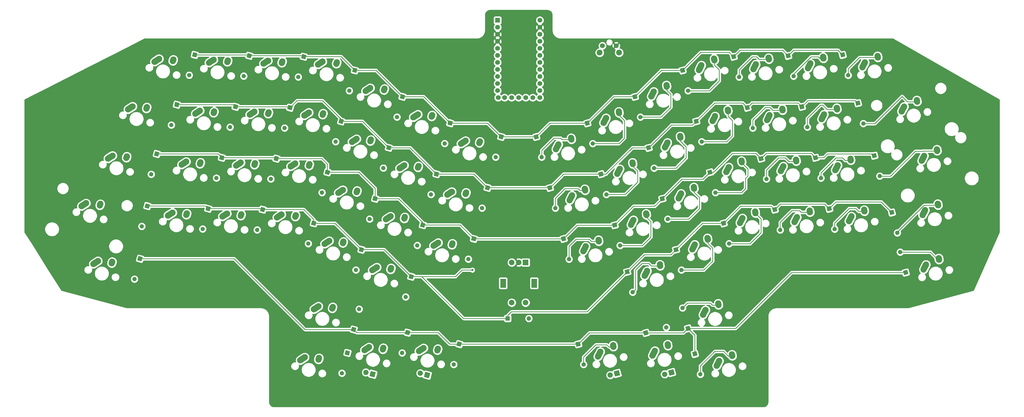
<source format=gbl>
%TF.GenerationSoftware,KiCad,Pcbnew,(5.1.9)-1*%
%TF.CreationDate,2022-03-20T18:04:18-04:00*%
%TF.ProjectId,essence-pcb-rev_1,65737365-6e63-4652-9d70-63622d726576,rev?*%
%TF.SameCoordinates,Original*%
%TF.FileFunction,Copper,L2,Bot*%
%TF.FilePolarity,Positive*%
%FSLAX46Y46*%
G04 Gerber Fmt 4.6, Leading zero omitted, Abs format (unit mm)*
G04 Created by KiCad (PCBNEW (5.1.9)-1) date 2022-03-20 18:04:18*
%MOMM*%
%LPD*%
G01*
G04 APERTURE LIST*
%TA.AperFunction,ComponentPad*%
%ADD10C,2.100000*%
%TD*%
%TA.AperFunction,ComponentPad*%
%ADD11C,1.750000*%
%TD*%
%TA.AperFunction,ComponentPad*%
%ADD12C,1.752600*%
%TD*%
%TA.AperFunction,ComponentPad*%
%ADD13R,1.752600X1.752600*%
%TD*%
%TA.AperFunction,ComponentPad*%
%ADD14C,2.000000*%
%TD*%
%TA.AperFunction,ComponentPad*%
%ADD15R,2.000000X3.200000*%
%TD*%
%TA.AperFunction,ComponentPad*%
%ADD16R,2.000000X2.000000*%
%TD*%
%TA.AperFunction,ComponentPad*%
%ADD17C,2.250000*%
%TD*%
%TA.AperFunction,ComponentPad*%
%ADD18C,1.905000*%
%TD*%
%TA.AperFunction,ComponentPad*%
%ADD19C,0.100000*%
%TD*%
%TA.AperFunction,ComponentPad*%
%ADD20O,1.600000X1.600000*%
%TD*%
%TA.AperFunction,ComponentPad*%
%ADD21R,1.600000X1.600000*%
%TD*%
%TA.AperFunction,ViaPad*%
%ADD22C,0.800000*%
%TD*%
%TA.AperFunction,Conductor*%
%ADD23C,0.250000*%
%TD*%
%TA.AperFunction,Conductor*%
%ADD24C,0.254000*%
%TD*%
%TA.AperFunction,Conductor*%
%ADD25C,0.100000*%
%TD*%
G04 APERTURE END LIST*
D10*
%TO.P,SW-Rst1,*%
%TO.N,*%
X243475000Y-46940000D03*
D11*
%TO.P,SW-Rst1,1*%
%TO.N,Net-(SW-Rst1-Pad1)*%
X244475000Y-44450000D03*
%TO.P,SW-Rst1,2*%
%TO.N,GND*%
X249475000Y-44450000D03*
D10*
%TO.P,SW-Rst1,*%
%TO.N,*%
X250485000Y-46940000D03*
%TD*%
D12*
%TO.P,U1,25*%
%TO.N,Row1*%
X209232500Y-63182500D03*
%TO.P,U1,26*%
%TO.N,Row2*%
X211772500Y-63182500D03*
%TO.P,U1,27*%
%TO.N,Row3*%
X214312500Y-63182500D03*
%TO.P,U1,28*%
%TO.N,Row4*%
X216852500Y-63182500D03*
%TO.P,U1,29*%
%TO.N,Enc1*%
X219392500Y-63182500D03*
%TO.P,U1,24*%
%TO.N,Net-(U1-Pad24)*%
X221932500Y-35242500D03*
%TO.P,U1,12*%
%TO.N,Row0*%
X206921100Y-63182500D03*
%TO.P,U1,23*%
%TO.N,GND*%
X221932500Y-37782500D03*
%TO.P,U1,22*%
%TO.N,Net-(SW-Rst1-Pad1)*%
X221932500Y-40322500D03*
%TO.P,U1,21*%
%TO.N,Net-(U1-Pad21)*%
X221932500Y-42862500D03*
%TO.P,U1,20*%
%TO.N,Col13*%
X221932500Y-45402500D03*
%TO.P,U1,19*%
%TO.N,Col12*%
X221932500Y-47942500D03*
%TO.P,U1,18*%
%TO.N,Col11*%
X221932500Y-50482500D03*
%TO.P,U1,17*%
%TO.N,Col10*%
X221932500Y-53022500D03*
%TO.P,U1,16*%
%TO.N,Col9*%
X221932500Y-55562500D03*
%TO.P,U1,15*%
%TO.N,Col8*%
X221932500Y-58102500D03*
%TO.P,U1,14*%
%TO.N,Col7*%
X221932500Y-60642500D03*
%TO.P,U1,13*%
%TO.N,Enc0*%
X221932500Y-63182500D03*
%TO.P,U1,11*%
%TO.N,Col6*%
X206692500Y-60642500D03*
%TO.P,U1,10*%
%TO.N,Col5*%
X206692500Y-58102500D03*
%TO.P,U1,9*%
%TO.N,Col4*%
X206692500Y-55562500D03*
%TO.P,U1,8*%
%TO.N,Col3*%
X206692500Y-53022500D03*
%TO.P,U1,7*%
%TO.N,Col2*%
X206692500Y-50482500D03*
%TO.P,U1,6*%
%TO.N,Col1*%
X206692500Y-47942500D03*
%TO.P,U1,5*%
%TO.N,Col0*%
X206692500Y-45402500D03*
%TO.P,U1,4*%
%TO.N,GND*%
X206692500Y-42862500D03*
%TO.P,U1,3*%
X206692500Y-40322500D03*
%TO.P,U1,2*%
%TO.N,Net-(U1-Pad2)*%
X206692500Y-37782500D03*
D13*
%TO.P,U1,1*%
%TO.N,Net-(U1-Pad1)*%
X206692500Y-35242500D03*
%TD*%
D14*
%TO.P,SW1,S1*%
%TO.N,Col7*%
X211812500Y-137175000D03*
%TO.P,SW1,S2*%
%TO.N,Net-(D73(Encoder)1-Pad2)*%
X216812500Y-137175000D03*
D15*
%TO.P,SW1,MP*%
%TO.N,N/C*%
X208712500Y-130175000D03*
X219912500Y-130175000D03*
D14*
%TO.P,SW1,B*%
%TO.N,Enc1*%
X211812500Y-122675000D03*
%TO.P,SW1,C*%
%TO.N,GND*%
X214312500Y-122675000D03*
D16*
%TO.P,SW1,A*%
%TO.N,Enc0*%
X216812500Y-122675000D03*
%TD*%
D17*
%TO.P,MX-134,1*%
%TO.N,Col13*%
X361052997Y-123467378D03*
%TA.AperFunction,ComponentPad*%
G36*
G01*
X359656521Y-126219955D02*
X359656514Y-126219952D01*
G75*
G02*
X359162241Y-124707687I508996J1003269D01*
G01*
X360049729Y-122958383D01*
G75*
G02*
X361561994Y-122464110I1003269J-508996D01*
G01*
X361561994Y-122464110D01*
G75*
G02*
X362056267Y-123976375I-508996J-1003269D01*
G01*
X361168779Y-125725679D01*
G75*
G02*
X359656514Y-126219952I-1003269J508996D01*
G01*
G37*
%TD.AperFunction*%
%TO.P,MX-134,2*%
%TO.N,Net-(D134-Pad2)*%
X365641739Y-121119730D03*
%TA.AperFunction,ComponentPad*%
G36*
G01*
X365969804Y-122794274D02*
X365968933Y-122794445D01*
G75*
G02*
X364649092Y-121906036I-215716J1104125D01*
G01*
X364537614Y-121335446D01*
G75*
G02*
X365426023Y-120015605I1104125J215716D01*
G01*
X365426023Y-120015605D01*
G75*
G02*
X366745864Y-120904014I215716J-1104125D01*
G01*
X366857342Y-121474604D01*
G75*
G02*
X365968933Y-122794445I-1104125J-215716D01*
G01*
G37*
%TD.AperFunction*%
%TD*%
%TO.P,MX-133,1*%
%TO.N,Col13*%
X360722715Y-103833865D03*
%TA.AperFunction,ComponentPad*%
G36*
G01*
X359326239Y-106586442D02*
X359326232Y-106586439D01*
G75*
G02*
X358831959Y-105074174I508996J1003269D01*
G01*
X359719447Y-103324870D01*
G75*
G02*
X361231712Y-102830597I1003269J-508996D01*
G01*
X361231712Y-102830597D01*
G75*
G02*
X361725985Y-104342862I-508996J-1003269D01*
G01*
X360838497Y-106092166D01*
G75*
G02*
X359326232Y-106586439I-1003269J508996D01*
G01*
G37*
%TD.AperFunction*%
%TO.P,MX-133,2*%
%TO.N,Net-(D133-Pad2)*%
X365311457Y-101486217D03*
%TA.AperFunction,ComponentPad*%
G36*
G01*
X365639522Y-103160761D02*
X365638651Y-103160932D01*
G75*
G02*
X364318810Y-102272523I-215716J1104125D01*
G01*
X364207332Y-101701933D01*
G75*
G02*
X365095741Y-100382092I1104125J215716D01*
G01*
X365095741Y-100382092D01*
G75*
G02*
X366415582Y-101270501I215716J-1104125D01*
G01*
X366527060Y-101841091D01*
G75*
G02*
X365638651Y-103160932I-1104125J-215716D01*
G01*
G37*
%TD.AperFunction*%
%TD*%
%TO.P,MX-132,1*%
%TO.N,Col13*%
X360392434Y-84200353D03*
%TA.AperFunction,ComponentPad*%
G36*
G01*
X358995958Y-86952930D02*
X358995951Y-86952927D01*
G75*
G02*
X358501678Y-85440662I508996J1003269D01*
G01*
X359389166Y-83691358D01*
G75*
G02*
X360901431Y-83197085I1003269J-508996D01*
G01*
X360901431Y-83197085D01*
G75*
G02*
X361395704Y-84709350I-508996J-1003269D01*
G01*
X360508216Y-86458654D01*
G75*
G02*
X358995951Y-86952927I-1003269J508996D01*
G01*
G37*
%TD.AperFunction*%
%TO.P,MX-132,2*%
%TO.N,Net-(D132-Pad2)*%
X364981176Y-81852705D03*
%TA.AperFunction,ComponentPad*%
G36*
G01*
X365309241Y-83527249D02*
X365308370Y-83527420D01*
G75*
G02*
X363988529Y-82639011I-215716J1104125D01*
G01*
X363877051Y-82068421D01*
G75*
G02*
X364765460Y-80748580I1104125J215716D01*
G01*
X364765460Y-80748580D01*
G75*
G02*
X366085301Y-81636989I215716J-1104125D01*
G01*
X366196779Y-82207579D01*
G75*
G02*
X365308370Y-83527420I-1104125J-215716D01*
G01*
G37*
%TD.AperFunction*%
%TD*%
%TO.P,MX-131,1*%
%TO.N,Col13*%
X353161821Y-66415778D03*
%TA.AperFunction,ComponentPad*%
G36*
G01*
X351765345Y-69168355D02*
X351765338Y-69168352D01*
G75*
G02*
X351271065Y-67656087I508996J1003269D01*
G01*
X352158553Y-65906783D01*
G75*
G02*
X353670818Y-65412510I1003269J-508996D01*
G01*
X353670818Y-65412510D01*
G75*
G02*
X354165091Y-66924775I-508996J-1003269D01*
G01*
X353277603Y-68674079D01*
G75*
G02*
X351765338Y-69168352I-1003269J508996D01*
G01*
G37*
%TD.AperFunction*%
%TO.P,MX-131,2*%
%TO.N,Net-(D131-Pad2)*%
X357750563Y-64068130D03*
%TA.AperFunction,ComponentPad*%
G36*
G01*
X358078628Y-65742674D02*
X358077757Y-65742845D01*
G75*
G02*
X356757916Y-64854436I-215716J1104125D01*
G01*
X356646438Y-64283846D01*
G75*
G02*
X357534847Y-62964005I1104125J215716D01*
G01*
X357534847Y-62964005D01*
G75*
G02*
X358854688Y-63852414I215716J-1104125D01*
G01*
X358966166Y-64423004D01*
G75*
G02*
X358077757Y-65742845I-1104125J-215716D01*
G01*
G37*
%TD.AperFunction*%
%TD*%
%TO.P,MX-130,1*%
%TO.N,Col13*%
X339030874Y-50480143D03*
%TA.AperFunction,ComponentPad*%
G36*
G01*
X337634398Y-53232720D02*
X337634391Y-53232717D01*
G75*
G02*
X337140118Y-51720452I508996J1003269D01*
G01*
X338027606Y-49971148D01*
G75*
G02*
X339539871Y-49476875I1003269J-508996D01*
G01*
X339539871Y-49476875D01*
G75*
G02*
X340034144Y-50989140I-508996J-1003269D01*
G01*
X339146656Y-52738444D01*
G75*
G02*
X337634391Y-53232717I-1003269J508996D01*
G01*
G37*
%TD.AperFunction*%
%TO.P,MX-130,2*%
%TO.N,Net-(D130-Pad2)*%
X343619616Y-48132495D03*
%TA.AperFunction,ComponentPad*%
G36*
G01*
X343947681Y-49807039D02*
X343946810Y-49807210D01*
G75*
G02*
X342626969Y-48918801I-215716J1104125D01*
G01*
X342515491Y-48348211D01*
G75*
G02*
X343403900Y-47028370I1104125J215716D01*
G01*
X343403900Y-47028370D01*
G75*
G02*
X344723741Y-47916779I215716J-1104125D01*
G01*
X344835219Y-48487369D01*
G75*
G02*
X343946810Y-49807210I-1104125J-215716D01*
G01*
G37*
%TD.AperFunction*%
%TD*%
%TO.P,MX-123,1*%
%TO.N,Col12*%
X334188870Y-106013085D03*
%TA.AperFunction,ComponentPad*%
G36*
G01*
X332792394Y-108765662D02*
X332792387Y-108765659D01*
G75*
G02*
X332298114Y-107253394I508996J1003269D01*
G01*
X333185602Y-105504090D01*
G75*
G02*
X334697867Y-105009817I1003269J-508996D01*
G01*
X334697867Y-105009817D01*
G75*
G02*
X335192140Y-106522082I-508996J-1003269D01*
G01*
X334304652Y-108271386D01*
G75*
G02*
X332792387Y-108765659I-1003269J508996D01*
G01*
G37*
%TD.AperFunction*%
%TO.P,MX-123,2*%
%TO.N,Net-(D123-Pad2)*%
X338777612Y-103665437D03*
%TA.AperFunction,ComponentPad*%
G36*
G01*
X339105677Y-105339981D02*
X339104806Y-105340152D01*
G75*
G02*
X337784965Y-104451743I-215716J1104125D01*
G01*
X337673487Y-103881153D01*
G75*
G02*
X338561896Y-102561312I1104125J215716D01*
G01*
X338561896Y-102561312D01*
G75*
G02*
X339881737Y-103449721I215716J-1104125D01*
G01*
X339993215Y-104020311D01*
G75*
G02*
X339104806Y-105340152I-1104125J-215716D01*
G01*
G37*
%TD.AperFunction*%
%TD*%
%TO.P,MX-122,1*%
%TO.N,Col12*%
X329258367Y-87612198D03*
%TA.AperFunction,ComponentPad*%
G36*
G01*
X327861891Y-90364775D02*
X327861884Y-90364772D01*
G75*
G02*
X327367611Y-88852507I508996J1003269D01*
G01*
X328255099Y-87103203D01*
G75*
G02*
X329767364Y-86608930I1003269J-508996D01*
G01*
X329767364Y-86608930D01*
G75*
G02*
X330261637Y-88121195I-508996J-1003269D01*
G01*
X329374149Y-89870499D01*
G75*
G02*
X327861884Y-90364772I-1003269J508996D01*
G01*
G37*
%TD.AperFunction*%
%TO.P,MX-122,2*%
%TO.N,Net-(D122-Pad2)*%
X333847109Y-85264550D03*
%TA.AperFunction,ComponentPad*%
G36*
G01*
X334175174Y-86939094D02*
X334174303Y-86939265D01*
G75*
G02*
X332854462Y-86050856I-215716J1104125D01*
G01*
X332742984Y-85480266D01*
G75*
G02*
X333631393Y-84160425I1104125J215716D01*
G01*
X333631393Y-84160425D01*
G75*
G02*
X334951234Y-85048834I215716J-1104125D01*
G01*
X335062712Y-85619424D01*
G75*
G02*
X334174303Y-86939265I-1104125J-215716D01*
G01*
G37*
%TD.AperFunction*%
%TD*%
%TO.P,MX-121,1*%
%TO.N,Col12*%
X324327865Y-69211311D03*
%TA.AperFunction,ComponentPad*%
G36*
G01*
X322931389Y-71963888D02*
X322931382Y-71963885D01*
G75*
G02*
X322437109Y-70451620I508996J1003269D01*
G01*
X323324597Y-68702316D01*
G75*
G02*
X324836862Y-68208043I1003269J-508996D01*
G01*
X324836862Y-68208043D01*
G75*
G02*
X325331135Y-69720308I-508996J-1003269D01*
G01*
X324443647Y-71469612D01*
G75*
G02*
X322931382Y-71963885I-1003269J508996D01*
G01*
G37*
%TD.AperFunction*%
%TO.P,MX-121,2*%
%TO.N,Net-(D121-Pad2)*%
X328916607Y-66863663D03*
%TA.AperFunction,ComponentPad*%
G36*
G01*
X329244672Y-68538207D02*
X329243801Y-68538378D01*
G75*
G02*
X327923960Y-67649969I-215716J1104125D01*
G01*
X327812482Y-67079379D01*
G75*
G02*
X328700891Y-65759538I1104125J215716D01*
G01*
X328700891Y-65759538D01*
G75*
G02*
X330020732Y-66647947I215716J-1104125D01*
G01*
X330132210Y-67218537D01*
G75*
G02*
X329243801Y-68538378I-1104125J-215716D01*
G01*
G37*
%TD.AperFunction*%
%TD*%
%TO.P,MX-120,1*%
%TO.N,Col12*%
X319397362Y-50810424D03*
%TA.AperFunction,ComponentPad*%
G36*
G01*
X318000886Y-53563001D02*
X318000879Y-53562998D01*
G75*
G02*
X317506606Y-52050733I508996J1003269D01*
G01*
X318394094Y-50301429D01*
G75*
G02*
X319906359Y-49807156I1003269J-508996D01*
G01*
X319906359Y-49807156D01*
G75*
G02*
X320400632Y-51319421I-508996J-1003269D01*
G01*
X319513144Y-53068725D01*
G75*
G02*
X318000879Y-53562998I-1003269J508996D01*
G01*
G37*
%TD.AperFunction*%
%TO.P,MX-120,2*%
%TO.N,Net-(D120-Pad2)*%
X323986104Y-48462776D03*
%TA.AperFunction,ComponentPad*%
G36*
G01*
X324314169Y-50137320D02*
X324313298Y-50137491D01*
G75*
G02*
X322993457Y-49249082I-215716J1104125D01*
G01*
X322881979Y-48678492D01*
G75*
G02*
X323770388Y-47358651I1104125J215716D01*
G01*
X323770388Y-47358651D01*
G75*
G02*
X325090229Y-48247060I215716J-1104125D01*
G01*
X325201707Y-48817650D01*
G75*
G02*
X324313298Y-50137491I-1104125J-215716D01*
G01*
G37*
%TD.AperFunction*%
%TD*%
%TO.P,MX-113,1*%
%TO.N,Col11*%
X314555357Y-106343366D03*
%TA.AperFunction,ComponentPad*%
G36*
G01*
X313158881Y-109095943D02*
X313158874Y-109095940D01*
G75*
G02*
X312664601Y-107583675I508996J1003269D01*
G01*
X313552089Y-105834371D01*
G75*
G02*
X315064354Y-105340098I1003269J-508996D01*
G01*
X315064354Y-105340098D01*
G75*
G02*
X315558627Y-106852363I-508996J-1003269D01*
G01*
X314671139Y-108601667D01*
G75*
G02*
X313158874Y-109095940I-1003269J508996D01*
G01*
G37*
%TD.AperFunction*%
%TO.P,MX-113,2*%
%TO.N,Net-(D113-Pad2)*%
X319144099Y-103995718D03*
%TA.AperFunction,ComponentPad*%
G36*
G01*
X319472164Y-105670262D02*
X319471293Y-105670433D01*
G75*
G02*
X318151452Y-104782024I-215716J1104125D01*
G01*
X318039974Y-104211434D01*
G75*
G02*
X318928383Y-102891593I1104125J215716D01*
G01*
X318928383Y-102891593D01*
G75*
G02*
X320248224Y-103780002I215716J-1104125D01*
G01*
X320359702Y-104350592D01*
G75*
G02*
X319471293Y-105670433I-1104125J-215716D01*
G01*
G37*
%TD.AperFunction*%
%TD*%
%TO.P,MX-112,1*%
%TO.N,Col11*%
X309624855Y-87942479D03*
%TA.AperFunction,ComponentPad*%
G36*
G01*
X308228379Y-90695056D02*
X308228372Y-90695053D01*
G75*
G02*
X307734099Y-89182788I508996J1003269D01*
G01*
X308621587Y-87433484D01*
G75*
G02*
X310133852Y-86939211I1003269J-508996D01*
G01*
X310133852Y-86939211D01*
G75*
G02*
X310628125Y-88451476I-508996J-1003269D01*
G01*
X309740637Y-90200780D01*
G75*
G02*
X308228372Y-90695053I-1003269J508996D01*
G01*
G37*
%TD.AperFunction*%
%TO.P,MX-112,2*%
%TO.N,Net-(D112-Pad2)*%
X314213597Y-85594831D03*
%TA.AperFunction,ComponentPad*%
G36*
G01*
X314541662Y-87269375D02*
X314540791Y-87269546D01*
G75*
G02*
X313220950Y-86381137I-215716J1104125D01*
G01*
X313109472Y-85810547D01*
G75*
G02*
X313997881Y-84490706I1104125J215716D01*
G01*
X313997881Y-84490706D01*
G75*
G02*
X315317722Y-85379115I215716J-1104125D01*
G01*
X315429200Y-85949705D01*
G75*
G02*
X314540791Y-87269546I-1104125J-215716D01*
G01*
G37*
%TD.AperFunction*%
%TD*%
%TO.P,MX-111,1*%
%TO.N,Col11*%
X304694352Y-69541592D03*
%TA.AperFunction,ComponentPad*%
G36*
G01*
X303297876Y-72294169D02*
X303297869Y-72294166D01*
G75*
G02*
X302803596Y-70781901I508996J1003269D01*
G01*
X303691084Y-69032597D01*
G75*
G02*
X305203349Y-68538324I1003269J-508996D01*
G01*
X305203349Y-68538324D01*
G75*
G02*
X305697622Y-70050589I-508996J-1003269D01*
G01*
X304810134Y-71799893D01*
G75*
G02*
X303297869Y-72294166I-1003269J508996D01*
G01*
G37*
%TD.AperFunction*%
%TO.P,MX-111,2*%
%TO.N,Net-(D111-Pad2)*%
X309283094Y-67193944D03*
%TA.AperFunction,ComponentPad*%
G36*
G01*
X309611159Y-68868488D02*
X309610288Y-68868659D01*
G75*
G02*
X308290447Y-67980250I-215716J1104125D01*
G01*
X308178969Y-67409660D01*
G75*
G02*
X309067378Y-66089819I1104125J215716D01*
G01*
X309067378Y-66089819D01*
G75*
G02*
X310387219Y-66978228I215716J-1104125D01*
G01*
X310498697Y-67548818D01*
G75*
G02*
X309610288Y-68868659I-1104125J-215716D01*
G01*
G37*
%TD.AperFunction*%
%TD*%
%TO.P,MX-110,1*%
%TO.N,Col11*%
X299763849Y-51140705D03*
%TA.AperFunction,ComponentPad*%
G36*
G01*
X298367373Y-53893282D02*
X298367366Y-53893279D01*
G75*
G02*
X297873093Y-52381014I508996J1003269D01*
G01*
X298760581Y-50631710D01*
G75*
G02*
X300272846Y-50137437I1003269J-508996D01*
G01*
X300272846Y-50137437D01*
G75*
G02*
X300767119Y-51649702I-508996J-1003269D01*
G01*
X299879631Y-53399006D01*
G75*
G02*
X298367366Y-53893279I-1003269J508996D01*
G01*
G37*
%TD.AperFunction*%
%TO.P,MX-110,2*%
%TO.N,Net-(D110-Pad2)*%
X304352591Y-48793057D03*
%TA.AperFunction,ComponentPad*%
G36*
G01*
X304680656Y-50467601D02*
X304679785Y-50467772D01*
G75*
G02*
X303359944Y-49579363I-215716J1104125D01*
G01*
X303248466Y-49008773D01*
G75*
G02*
X304136875Y-47688932I1104125J215716D01*
G01*
X304136875Y-47688932D01*
G75*
G02*
X305456716Y-48577341I215716J-1104125D01*
G01*
X305568194Y-49147931D01*
G75*
G02*
X304679785Y-50467772I-1104125J-215716D01*
G01*
G37*
%TD.AperFunction*%
%TD*%
%TO.P,MX-104,1*%
%TO.N,Col10*%
X281616601Y-139821793D03*
%TA.AperFunction,ComponentPad*%
G36*
G01*
X280220125Y-142574370D02*
X280220118Y-142574367D01*
G75*
G02*
X279725845Y-141062102I508996J1003269D01*
G01*
X280613333Y-139312798D01*
G75*
G02*
X282125598Y-138818525I1003269J-508996D01*
G01*
X282125598Y-138818525D01*
G75*
G02*
X282619871Y-140330790I-508996J-1003269D01*
G01*
X281732383Y-142080094D01*
G75*
G02*
X280220118Y-142574367I-1003269J508996D01*
G01*
G37*
%TD.AperFunction*%
%TO.P,MX-104,2*%
%TO.N,Net-(D104-Pad2)*%
X286205343Y-137474145D03*
%TA.AperFunction,ComponentPad*%
G36*
G01*
X286533408Y-139148689D02*
X286532537Y-139148860D01*
G75*
G02*
X285212696Y-138260451I-215716J1104125D01*
G01*
X285101218Y-137689861D01*
G75*
G02*
X285989627Y-136370020I1104125J215716D01*
G01*
X285989627Y-136370020D01*
G75*
G02*
X287309468Y-137258429I215716J-1104125D01*
G01*
X287420946Y-137829019D01*
G75*
G02*
X286532537Y-139148860I-1104125J-215716D01*
G01*
G37*
%TD.AperFunction*%
%TD*%
%TO.P,MX-103,1*%
%TO.N,Col10*%
X294921845Y-106673647D03*
%TA.AperFunction,ComponentPad*%
G36*
G01*
X293525369Y-109426224D02*
X293525362Y-109426221D01*
G75*
G02*
X293031089Y-107913956I508996J1003269D01*
G01*
X293918577Y-106164652D01*
G75*
G02*
X295430842Y-105670379I1003269J-508996D01*
G01*
X295430842Y-105670379D01*
G75*
G02*
X295925115Y-107182644I-508996J-1003269D01*
G01*
X295037627Y-108931948D01*
G75*
G02*
X293525362Y-109426221I-1003269J508996D01*
G01*
G37*
%TD.AperFunction*%
%TO.P,MX-103,2*%
%TO.N,Net-(D103-Pad2)*%
X299510587Y-104325999D03*
%TA.AperFunction,ComponentPad*%
G36*
G01*
X299838652Y-106000543D02*
X299837781Y-106000714D01*
G75*
G02*
X298517940Y-105112305I-215716J1104125D01*
G01*
X298406462Y-104541715D01*
G75*
G02*
X299294871Y-103221874I1104125J215716D01*
G01*
X299294871Y-103221874D01*
G75*
G02*
X300614712Y-104110283I215716J-1104125D01*
G01*
X300726190Y-104680873D01*
G75*
G02*
X299837781Y-106000714I-1104125J-215716D01*
G01*
G37*
%TD.AperFunction*%
%TD*%
%TO.P,MX-102,1*%
%TO.N,Col10*%
X289991342Y-88272760D03*
%TA.AperFunction,ComponentPad*%
G36*
G01*
X288594866Y-91025337D02*
X288594859Y-91025334D01*
G75*
G02*
X288100586Y-89513069I508996J1003269D01*
G01*
X288988074Y-87763765D01*
G75*
G02*
X290500339Y-87269492I1003269J-508996D01*
G01*
X290500339Y-87269492D01*
G75*
G02*
X290994612Y-88781757I-508996J-1003269D01*
G01*
X290107124Y-90531061D01*
G75*
G02*
X288594859Y-91025334I-1003269J508996D01*
G01*
G37*
%TD.AperFunction*%
%TO.P,MX-102,2*%
%TO.N,Net-(D102-Pad2)*%
X294580084Y-85925112D03*
%TA.AperFunction,ComponentPad*%
G36*
G01*
X294908149Y-87599656D02*
X294907278Y-87599827D01*
G75*
G02*
X293587437Y-86711418I-215716J1104125D01*
G01*
X293475959Y-86140828D01*
G75*
G02*
X294364368Y-84820987I1104125J215716D01*
G01*
X294364368Y-84820987D01*
G75*
G02*
X295684209Y-85709396I215716J-1104125D01*
G01*
X295795687Y-86279986D01*
G75*
G02*
X294907278Y-87599827I-1104125J-215716D01*
G01*
G37*
%TD.AperFunction*%
%TD*%
%TO.P,MX-101,1*%
%TO.N,Col10*%
X285060839Y-69871873D03*
%TA.AperFunction,ComponentPad*%
G36*
G01*
X283664363Y-72624450D02*
X283664356Y-72624447D01*
G75*
G02*
X283170083Y-71112182I508996J1003269D01*
G01*
X284057571Y-69362878D01*
G75*
G02*
X285569836Y-68868605I1003269J-508996D01*
G01*
X285569836Y-68868605D01*
G75*
G02*
X286064109Y-70380870I-508996J-1003269D01*
G01*
X285176621Y-72130174D01*
G75*
G02*
X283664356Y-72624447I-1003269J508996D01*
G01*
G37*
%TD.AperFunction*%
%TO.P,MX-101,2*%
%TO.N,Net-(D101-Pad2)*%
X289649581Y-67524225D03*
%TA.AperFunction,ComponentPad*%
G36*
G01*
X289977646Y-69198769D02*
X289976775Y-69198940D01*
G75*
G02*
X288656934Y-68310531I-215716J1104125D01*
G01*
X288545456Y-67739941D01*
G75*
G02*
X289433865Y-66420100I1104125J215716D01*
G01*
X289433865Y-66420100D01*
G75*
G02*
X290753706Y-67308509I215716J-1104125D01*
G01*
X290865184Y-67879099D01*
G75*
G02*
X289976775Y-69198940I-1104125J-215716D01*
G01*
G37*
%TD.AperFunction*%
%TD*%
%TO.P,MX-100,1*%
%TO.N,Col10*%
X280130336Y-51470986D03*
%TA.AperFunction,ComponentPad*%
G36*
G01*
X278733860Y-54223563D02*
X278733853Y-54223560D01*
G75*
G02*
X278239580Y-52711295I508996J1003269D01*
G01*
X279127068Y-50961991D01*
G75*
G02*
X280639333Y-50467718I1003269J-508996D01*
G01*
X280639333Y-50467718D01*
G75*
G02*
X281133606Y-51979983I-508996J-1003269D01*
G01*
X280246118Y-53729287D01*
G75*
G02*
X278733853Y-54223560I-1003269J508996D01*
G01*
G37*
%TD.AperFunction*%
%TO.P,MX-100,2*%
%TO.N,Net-(D100-Pad2)*%
X284719078Y-49123338D03*
%TA.AperFunction,ComponentPad*%
G36*
G01*
X285047143Y-50797882D02*
X285046272Y-50798053D01*
G75*
G02*
X283726431Y-49909644I-215716J1104125D01*
G01*
X283614953Y-49339054D01*
G75*
G02*
X284503362Y-48019213I1104125J215716D01*
G01*
X284503362Y-48019213D01*
G75*
G02*
X285823203Y-48907622I215716J-1104125D01*
G01*
X285934681Y-49478212D01*
G75*
G02*
X285046272Y-50798053I-1104125J-215716D01*
G01*
G37*
%TD.AperFunction*%
%TD*%
%TO.P,MX-94,1*%
%TO.N,Col9*%
X286547104Y-158222680D03*
%TA.AperFunction,ComponentPad*%
G36*
G01*
X285150628Y-160975257D02*
X285150621Y-160975254D01*
G75*
G02*
X284656348Y-159462989I508996J1003269D01*
G01*
X285543836Y-157713685D01*
G75*
G02*
X287056101Y-157219412I1003269J-508996D01*
G01*
X287056101Y-157219412D01*
G75*
G02*
X287550374Y-158731677I-508996J-1003269D01*
G01*
X286662886Y-160480981D01*
G75*
G02*
X285150621Y-160975254I-1003269J508996D01*
G01*
G37*
%TD.AperFunction*%
%TO.P,MX-94,2*%
%TO.N,Net-(D94-Pad2)*%
X291135846Y-155875032D03*
%TA.AperFunction,ComponentPad*%
G36*
G01*
X291463911Y-157549576D02*
X291463040Y-157549747D01*
G75*
G02*
X290143199Y-156661338I-215716J1104125D01*
G01*
X290031721Y-156090748D01*
G75*
G02*
X290920130Y-154770907I1104125J215716D01*
G01*
X290920130Y-154770907D01*
G75*
G02*
X292239971Y-155659316I215716J-1104125D01*
G01*
X292351449Y-156229906D01*
G75*
G02*
X291463040Y-157549747I-1104125J-215716D01*
G01*
G37*
%TD.AperFunction*%
%TD*%
%TO.P,MX-93,1*%
%TO.N,Col9*%
X277753583Y-116204372D03*
%TA.AperFunction,ComponentPad*%
G36*
G01*
X276357107Y-118956949D02*
X276357100Y-118956946D01*
G75*
G02*
X275862827Y-117444681I508996J1003269D01*
G01*
X276750315Y-115695377D01*
G75*
G02*
X278262580Y-115201104I1003269J-508996D01*
G01*
X278262580Y-115201104D01*
G75*
G02*
X278756853Y-116713369I-508996J-1003269D01*
G01*
X277869365Y-118462673D01*
G75*
G02*
X276357100Y-118956946I-1003269J508996D01*
G01*
G37*
%TD.AperFunction*%
%TO.P,MX-93,2*%
%TO.N,Net-(D93-Pad2)*%
X282342325Y-113856724D03*
%TA.AperFunction,ComponentPad*%
G36*
G01*
X282670390Y-115531268D02*
X282669519Y-115531439D01*
G75*
G02*
X281349678Y-114643030I-215716J1104125D01*
G01*
X281238200Y-114072440D01*
G75*
G02*
X282126609Y-112752599I1104125J215716D01*
G01*
X282126609Y-112752599D01*
G75*
G02*
X283446450Y-113641008I215716J-1104125D01*
G01*
X283557928Y-114211598D01*
G75*
G02*
X282669519Y-115531439I-1104125J-215716D01*
G01*
G37*
%TD.AperFunction*%
%TD*%
%TO.P,MX-92,1*%
%TO.N,Col9*%
X272823081Y-97803485D03*
%TA.AperFunction,ComponentPad*%
G36*
G01*
X271426605Y-100556062D02*
X271426598Y-100556059D01*
G75*
G02*
X270932325Y-99043794I508996J1003269D01*
G01*
X271819813Y-97294490D01*
G75*
G02*
X273332078Y-96800217I1003269J-508996D01*
G01*
X273332078Y-96800217D01*
G75*
G02*
X273826351Y-98312482I-508996J-1003269D01*
G01*
X272938863Y-100061786D01*
G75*
G02*
X271426598Y-100556059I-1003269J508996D01*
G01*
G37*
%TD.AperFunction*%
%TO.P,MX-92,2*%
%TO.N,Net-(D92-Pad2)*%
X277411823Y-95455837D03*
%TA.AperFunction,ComponentPad*%
G36*
G01*
X277739888Y-97130381D02*
X277739017Y-97130552D01*
G75*
G02*
X276419176Y-96242143I-215716J1104125D01*
G01*
X276307698Y-95671553D01*
G75*
G02*
X277196107Y-94351712I1104125J215716D01*
G01*
X277196107Y-94351712D01*
G75*
G02*
X278515948Y-95240121I215716J-1104125D01*
G01*
X278627426Y-95810711D01*
G75*
G02*
X277739017Y-97130552I-1104125J-215716D01*
G01*
G37*
%TD.AperFunction*%
%TD*%
%TO.P,MX-91,1*%
%TO.N,Col9*%
X267892578Y-79402598D03*
%TA.AperFunction,ComponentPad*%
G36*
G01*
X266496102Y-82155175D02*
X266496095Y-82155172D01*
G75*
G02*
X266001822Y-80642907I508996J1003269D01*
G01*
X266889310Y-78893603D01*
G75*
G02*
X268401575Y-78399330I1003269J-508996D01*
G01*
X268401575Y-78399330D01*
G75*
G02*
X268895848Y-79911595I-508996J-1003269D01*
G01*
X268008360Y-81660899D01*
G75*
G02*
X266496095Y-82155172I-1003269J508996D01*
G01*
G37*
%TD.AperFunction*%
%TO.P,MX-91,2*%
%TO.N,Net-(D91-Pad2)*%
X272481320Y-77054950D03*
%TA.AperFunction,ComponentPad*%
G36*
G01*
X272809385Y-78729494D02*
X272808514Y-78729665D01*
G75*
G02*
X271488673Y-77841256I-215716J1104125D01*
G01*
X271377195Y-77270666D01*
G75*
G02*
X272265604Y-75950825I1104125J215716D01*
G01*
X272265604Y-75950825D01*
G75*
G02*
X273585445Y-76839234I215716J-1104125D01*
G01*
X273696923Y-77409824D01*
G75*
G02*
X272808514Y-78729665I-1104125J-215716D01*
G01*
G37*
%TD.AperFunction*%
%TD*%
%TO.P,MX-90,1*%
%TO.N,Col9*%
X262962075Y-61001711D03*
%TA.AperFunction,ComponentPad*%
G36*
G01*
X261565599Y-63754288D02*
X261565592Y-63754285D01*
G75*
G02*
X261071319Y-62242020I508996J1003269D01*
G01*
X261958807Y-60492716D01*
G75*
G02*
X263471072Y-59998443I1003269J-508996D01*
G01*
X263471072Y-59998443D01*
G75*
G02*
X263965345Y-61510708I-508996J-1003269D01*
G01*
X263077857Y-63260012D01*
G75*
G02*
X261565592Y-63754285I-1003269J508996D01*
G01*
G37*
%TD.AperFunction*%
%TO.P,MX-90,2*%
%TO.N,Net-(D90-Pad2)*%
X267550817Y-58654063D03*
%TA.AperFunction,ComponentPad*%
G36*
G01*
X267878882Y-60328607D02*
X267878011Y-60328778D01*
G75*
G02*
X266558170Y-59440369I-215716J1104125D01*
G01*
X266446692Y-58869779D01*
G75*
G02*
X267335101Y-57549938I1104125J215716D01*
G01*
X267335101Y-57549938D01*
G75*
G02*
X268654942Y-58438347I215716J-1104125D01*
G01*
X268766420Y-59008937D01*
G75*
G02*
X267878011Y-60328778I-1104125J-215716D01*
G01*
G37*
%TD.AperFunction*%
%TD*%
%TO.P,MX-84,2*%
%TO.N,Net-(D84-Pad2)*%
%TA.AperFunction,ComponentPad*%
G36*
G01*
X268297662Y-153895948D02*
X268296791Y-153896119D01*
G75*
G02*
X266976950Y-153007710I-215716J1104125D01*
G01*
X266865472Y-152437120D01*
G75*
G02*
X267753881Y-151117279I1104125J215716D01*
G01*
X267753881Y-151117279D01*
G75*
G02*
X269073722Y-152005688I215716J-1104125D01*
G01*
X269185200Y-152576278D01*
G75*
G02*
X268296791Y-153896119I-1104125J-215716D01*
G01*
G37*
%TD.AperFunction*%
X267969597Y-152221404D03*
%TO.P,MX-84,1*%
%TO.N,Col8*%
%TA.AperFunction,ComponentPad*%
G36*
G01*
X261984379Y-157321629D02*
X261984372Y-157321626D01*
G75*
G02*
X261490099Y-155809361I508996J1003269D01*
G01*
X262377587Y-154060057D01*
G75*
G02*
X263889852Y-153565784I1003269J-508996D01*
G01*
X263889852Y-153565784D01*
G75*
G02*
X264384125Y-155078049I-508996J-1003269D01*
G01*
X263496637Y-156827353D01*
G75*
G02*
X261984372Y-157321626I-1003269J508996D01*
G01*
G37*
%TD.AperFunction*%
X263380855Y-154569052D03*
D18*
%TO.P,MX-84,3*%
%TO.N,N/C*%
X266919021Y-163021311D03*
%TA.AperFunction,ComponentPad*%
D19*
%TO.P,MX-84,4*%
G36*
X268698954Y-163530480D02*
G01*
X268205904Y-161690392D01*
X270045992Y-161197342D01*
X270539042Y-163037430D01*
X268698954Y-163530480D01*
G37*
%TD.AperFunction*%
%TD*%
D17*
%TO.P,MX-83,1*%
%TO.N,Col8*%
X260585322Y-125735096D03*
%TA.AperFunction,ComponentPad*%
G36*
G01*
X259188846Y-128487673D02*
X259188839Y-128487670D01*
G75*
G02*
X258694566Y-126975405I508996J1003269D01*
G01*
X259582054Y-125226101D01*
G75*
G02*
X261094319Y-124731828I1003269J-508996D01*
G01*
X261094319Y-124731828D01*
G75*
G02*
X261588592Y-126244093I-508996J-1003269D01*
G01*
X260701104Y-127993397D01*
G75*
G02*
X259188839Y-128487670I-1003269J508996D01*
G01*
G37*
%TD.AperFunction*%
%TO.P,MX-83,2*%
%TO.N,Net-(D83-Pad2)*%
X265174064Y-123387448D03*
%TA.AperFunction,ComponentPad*%
G36*
G01*
X265502129Y-125061992D02*
X265501258Y-125062163D01*
G75*
G02*
X264181417Y-124173754I-215716J1104125D01*
G01*
X264069939Y-123603164D01*
G75*
G02*
X264958348Y-122283323I1104125J215716D01*
G01*
X264958348Y-122283323D01*
G75*
G02*
X266278189Y-123171732I215716J-1104125D01*
G01*
X266389667Y-123742322D01*
G75*
G02*
X265501258Y-125062163I-1104125J-215716D01*
G01*
G37*
%TD.AperFunction*%
%TD*%
%TO.P,MX-82,1*%
%TO.N,Col8*%
X255654819Y-107334209D03*
%TA.AperFunction,ComponentPad*%
G36*
G01*
X254258343Y-110086786D02*
X254258336Y-110086783D01*
G75*
G02*
X253764063Y-108574518I508996J1003269D01*
G01*
X254651551Y-106825214D01*
G75*
G02*
X256163816Y-106330941I1003269J-508996D01*
G01*
X256163816Y-106330941D01*
G75*
G02*
X256658089Y-107843206I-508996J-1003269D01*
G01*
X255770601Y-109592510D01*
G75*
G02*
X254258336Y-110086783I-1003269J508996D01*
G01*
G37*
%TD.AperFunction*%
%TO.P,MX-82,2*%
%TO.N,Net-(D82-Pad2)*%
X260243561Y-104986561D03*
%TA.AperFunction,ComponentPad*%
G36*
G01*
X260571626Y-106661105D02*
X260570755Y-106661276D01*
G75*
G02*
X259250914Y-105772867I-215716J1104125D01*
G01*
X259139436Y-105202277D01*
G75*
G02*
X260027845Y-103882436I1104125J215716D01*
G01*
X260027845Y-103882436D01*
G75*
G02*
X261347686Y-104770845I215716J-1104125D01*
G01*
X261459164Y-105341435D01*
G75*
G02*
X260570755Y-106661276I-1104125J-215716D01*
G01*
G37*
%TD.AperFunction*%
%TD*%
%TO.P,MX-81,1*%
%TO.N,Col8*%
X250724317Y-88933322D03*
%TA.AperFunction,ComponentPad*%
G36*
G01*
X249327841Y-91685899D02*
X249327834Y-91685896D01*
G75*
G02*
X248833561Y-90173631I508996J1003269D01*
G01*
X249721049Y-88424327D01*
G75*
G02*
X251233314Y-87930054I1003269J-508996D01*
G01*
X251233314Y-87930054D01*
G75*
G02*
X251727587Y-89442319I-508996J-1003269D01*
G01*
X250840099Y-91191623D01*
G75*
G02*
X249327834Y-91685896I-1003269J508996D01*
G01*
G37*
%TD.AperFunction*%
%TO.P,MX-81,2*%
%TO.N,Net-(D81-Pad2)*%
X255313059Y-86585674D03*
%TA.AperFunction,ComponentPad*%
G36*
G01*
X255641124Y-88260218D02*
X255640253Y-88260389D01*
G75*
G02*
X254320412Y-87371980I-215716J1104125D01*
G01*
X254208934Y-86801390D01*
G75*
G02*
X255097343Y-85481549I1104125J215716D01*
G01*
X255097343Y-85481549D01*
G75*
G02*
X256417184Y-86369958I215716J-1104125D01*
G01*
X256528662Y-86940548D01*
G75*
G02*
X255640253Y-88260389I-1104125J-215716D01*
G01*
G37*
%TD.AperFunction*%
%TD*%
%TO.P,MX-80,1*%
%TO.N,Col8*%
X245793814Y-70532435D03*
%TA.AperFunction,ComponentPad*%
G36*
G01*
X244397338Y-73285012D02*
X244397331Y-73285009D01*
G75*
G02*
X243903058Y-71772744I508996J1003269D01*
G01*
X244790546Y-70023440D01*
G75*
G02*
X246302811Y-69529167I1003269J-508996D01*
G01*
X246302811Y-69529167D01*
G75*
G02*
X246797084Y-71041432I-508996J-1003269D01*
G01*
X245909596Y-72790736D01*
G75*
G02*
X244397331Y-73285009I-1003269J508996D01*
G01*
G37*
%TD.AperFunction*%
%TO.P,MX-80,2*%
%TO.N,Net-(D80-Pad2)*%
X250382556Y-68184787D03*
%TA.AperFunction,ComponentPad*%
G36*
G01*
X250710621Y-69859331D02*
X250709750Y-69859502D01*
G75*
G02*
X249389909Y-68971093I-215716J1104125D01*
G01*
X249278431Y-68400503D01*
G75*
G02*
X250166840Y-67080662I1104125J215716D01*
G01*
X250166840Y-67080662D01*
G75*
G02*
X251486681Y-67969071I215716J-1104125D01*
G01*
X251598159Y-68539661D01*
G75*
G02*
X250709750Y-69859502I-1104125J-215716D01*
G01*
G37*
%TD.AperFunction*%
%TD*%
%TO.P,MX-74,2*%
%TO.N,Net-(D74-Pad2)*%
%TA.AperFunction,ComponentPad*%
G36*
G01*
X248664149Y-154226229D02*
X248663278Y-154226400D01*
G75*
G02*
X247343437Y-153337991I-215716J1104125D01*
G01*
X247231959Y-152767401D01*
G75*
G02*
X248120368Y-151447560I1104125J215716D01*
G01*
X248120368Y-151447560D01*
G75*
G02*
X249440209Y-152335969I215716J-1104125D01*
G01*
X249551687Y-152906559D01*
G75*
G02*
X248663278Y-154226400I-1104125J-215716D01*
G01*
G37*
%TD.AperFunction*%
X248336084Y-152551685D03*
%TO.P,MX-74,1*%
%TO.N,Col7*%
%TA.AperFunction,ComponentPad*%
G36*
G01*
X242350866Y-157651910D02*
X242350859Y-157651907D01*
G75*
G02*
X241856586Y-156139642I508996J1003269D01*
G01*
X242744074Y-154390338D01*
G75*
G02*
X244256339Y-153896065I1003269J-508996D01*
G01*
X244256339Y-153896065D01*
G75*
G02*
X244750612Y-155408330I-508996J-1003269D01*
G01*
X243863124Y-157157634D01*
G75*
G02*
X242350859Y-157651907I-1003269J508996D01*
G01*
G37*
%TD.AperFunction*%
X243747342Y-154899333D03*
D18*
%TO.P,MX-74,3*%
%TO.N,N/C*%
X247285508Y-163351592D03*
%TA.AperFunction,ComponentPad*%
D19*
%TO.P,MX-74,4*%
G36*
X249065441Y-163860761D02*
G01*
X248572391Y-162020673D01*
X250412479Y-161527623D01*
X250905529Y-163367711D01*
X249065441Y-163860761D01*
G37*
%TD.AperFunction*%
%TD*%
D17*
%TO.P,MX-72,1*%
%TO.N,Col7*%
X238486558Y-116864934D03*
%TA.AperFunction,ComponentPad*%
G36*
G01*
X237090082Y-119617511D02*
X237090075Y-119617508D01*
G75*
G02*
X236595802Y-118105243I508996J1003269D01*
G01*
X237483290Y-116355939D01*
G75*
G02*
X238995555Y-115861666I1003269J-508996D01*
G01*
X238995555Y-115861666D01*
G75*
G02*
X239489828Y-117373931I-508996J-1003269D01*
G01*
X238602340Y-119123235D01*
G75*
G02*
X237090075Y-119617508I-1003269J508996D01*
G01*
G37*
%TD.AperFunction*%
%TO.P,MX-72,2*%
%TO.N,Net-(D72-Pad2)*%
X243075300Y-114517286D03*
%TA.AperFunction,ComponentPad*%
G36*
G01*
X243403365Y-116191830D02*
X243402494Y-116192001D01*
G75*
G02*
X242082653Y-115303592I-215716J1104125D01*
G01*
X241971175Y-114733002D01*
G75*
G02*
X242859584Y-113413161I1104125J215716D01*
G01*
X242859584Y-113413161D01*
G75*
G02*
X244179425Y-114301570I215716J-1104125D01*
G01*
X244290903Y-114872160D01*
G75*
G02*
X243402494Y-116192001I-1104125J-215716D01*
G01*
G37*
%TD.AperFunction*%
%TD*%
%TO.P,MX-71,1*%
%TO.N,Col7*%
X233556055Y-98464047D03*
%TA.AperFunction,ComponentPad*%
G36*
G01*
X232159579Y-101216624D02*
X232159572Y-101216621D01*
G75*
G02*
X231665299Y-99704356I508996J1003269D01*
G01*
X232552787Y-97955052D01*
G75*
G02*
X234065052Y-97460779I1003269J-508996D01*
G01*
X234065052Y-97460779D01*
G75*
G02*
X234559325Y-98973044I-508996J-1003269D01*
G01*
X233671837Y-100722348D01*
G75*
G02*
X232159572Y-101216621I-1003269J508996D01*
G01*
G37*
%TD.AperFunction*%
%TO.P,MX-71,2*%
%TO.N,Net-(D71-Pad2)*%
X238144797Y-96116399D03*
%TA.AperFunction,ComponentPad*%
G36*
G01*
X238472862Y-97790943D02*
X238471991Y-97791114D01*
G75*
G02*
X237152150Y-96902705I-215716J1104125D01*
G01*
X237040672Y-96332115D01*
G75*
G02*
X237929081Y-95012274I1104125J215716D01*
G01*
X237929081Y-95012274D01*
G75*
G02*
X239248922Y-95900683I215716J-1104125D01*
G01*
X239360400Y-96471273D01*
G75*
G02*
X238471991Y-97791114I-1104125J-215716D01*
G01*
G37*
%TD.AperFunction*%
%TD*%
%TO.P,MX-70,1*%
%TO.N,Col7*%
X228625552Y-80063160D03*
%TA.AperFunction,ComponentPad*%
G36*
G01*
X227229076Y-82815737D02*
X227229069Y-82815734D01*
G75*
G02*
X226734796Y-81303469I508996J1003269D01*
G01*
X227622284Y-79554165D01*
G75*
G02*
X229134549Y-79059892I1003269J-508996D01*
G01*
X229134549Y-79059892D01*
G75*
G02*
X229628822Y-80572157I-508996J-1003269D01*
G01*
X228741334Y-82321461D01*
G75*
G02*
X227229069Y-82815734I-1003269J508996D01*
G01*
G37*
%TD.AperFunction*%
%TO.P,MX-70,2*%
%TO.N,Net-(D70-Pad2)*%
X233214294Y-77715512D03*
%TA.AperFunction,ComponentPad*%
G36*
G01*
X233542359Y-79390056D02*
X233541488Y-79390227D01*
G75*
G02*
X232221647Y-78501818I-215716J1104125D01*
G01*
X232110169Y-77931228D01*
G75*
G02*
X232998578Y-76611387I1104125J215716D01*
G01*
X232998578Y-76611387D01*
G75*
G02*
X234318419Y-77499796I215716J-1104125D01*
G01*
X234429897Y-78070386D01*
G75*
G02*
X233541488Y-79390227I-1104125J-215716D01*
G01*
G37*
%TD.AperFunction*%
%TD*%
%TO.P,MX-64,2*%
%TO.N,Net-(D64-Pad2)*%
%TA.AperFunction,ComponentPad*%
G36*
G01*
X184644960Y-155463246D02*
X184644120Y-155462958D01*
G75*
G02*
X183945309Y-154033653I365247J1064058D01*
G01*
X184134061Y-153483769D01*
G75*
G02*
X185563366Y-152784958I1064058J-365247D01*
G01*
X185563366Y-152784958D01*
G75*
G02*
X186262177Y-154214263I-365247J-1064058D01*
G01*
X186073425Y-154764147D01*
G75*
G02*
X184644120Y-155462958I-1064058J365247D01*
G01*
G37*
%TD.AperFunction*%
X185198119Y-153849016D03*
%TO.P,MX-64,1*%
%TO.N,Col6*%
%TA.AperFunction,ComponentPad*%
G36*
G01*
X177464656Y-155273332D02*
X177464652Y-155273325D01*
G75*
G02*
X177792732Y-153716529I942438J614358D01*
G01*
X179435972Y-152645331D01*
G75*
G02*
X180992768Y-152973411I614358J-942438D01*
G01*
X180992768Y-152973411D01*
G75*
G02*
X180664688Y-154530207I-942438J-614358D01*
G01*
X179021448Y-155601405D01*
G75*
G02*
X177464652Y-155273325I-614358J942438D01*
G01*
G37*
%TD.AperFunction*%
X180050329Y-153587768D03*
D18*
%TO.P,MX-64,3*%
%TO.N,N/C*%
X178888340Y-162676722D03*
%TA.AperFunction,ComponentPad*%
D19*
%TO.P,MX-64,4*%
G36*
X180175223Y-164007641D02*
G01*
X180668273Y-162167553D01*
X182508361Y-162660603D01*
X182015311Y-164500691D01*
X180175223Y-164007641D01*
G37*
%TD.AperFunction*%
%TD*%
D17*
%TO.P,MX-62,1*%
%TO.N,Col6*%
X185311113Y-115553369D03*
%TA.AperFunction,ComponentPad*%
G36*
G01*
X182725440Y-117238933D02*
X182725436Y-117238926D01*
G75*
G02*
X183053516Y-115682130I942438J614358D01*
G01*
X184696756Y-114610932D01*
G75*
G02*
X186253552Y-114939012I614358J-942438D01*
G01*
X186253552Y-114939012D01*
G75*
G02*
X185925472Y-116495808I-942438J-614358D01*
G01*
X184282232Y-117567006D01*
G75*
G02*
X182725436Y-117238926I-614358J942438D01*
G01*
G37*
%TD.AperFunction*%
%TO.P,MX-62,2*%
%TO.N,Net-(D62-Pad2)*%
X190458903Y-115814617D03*
%TA.AperFunction,ComponentPad*%
G36*
G01*
X189905744Y-117428847D02*
X189904904Y-117428559D01*
G75*
G02*
X189206093Y-115999254I365247J1064058D01*
G01*
X189394845Y-115449370D01*
G75*
G02*
X190824150Y-114750559I1064058J-365247D01*
G01*
X190824150Y-114750559D01*
G75*
G02*
X191522961Y-116179864I-365247J-1064058D01*
G01*
X191334209Y-116729748D01*
G75*
G02*
X189904904Y-117428559I-1064058J365247D01*
G01*
G37*
%TD.AperFunction*%
%TD*%
%TO.P,MX-61,1*%
%TO.N,Col6*%
X190241616Y-97152482D03*
%TA.AperFunction,ComponentPad*%
G36*
G01*
X187655943Y-98838046D02*
X187655939Y-98838039D01*
G75*
G02*
X187984019Y-97281243I942438J614358D01*
G01*
X189627259Y-96210045D01*
G75*
G02*
X191184055Y-96538125I614358J-942438D01*
G01*
X191184055Y-96538125D01*
G75*
G02*
X190855975Y-98094921I-942438J-614358D01*
G01*
X189212735Y-99166119D01*
G75*
G02*
X187655939Y-98838039I-614358J942438D01*
G01*
G37*
%TD.AperFunction*%
%TO.P,MX-61,2*%
%TO.N,Net-(D61-Pad2)*%
X195389406Y-97413730D03*
%TA.AperFunction,ComponentPad*%
G36*
G01*
X194836247Y-99027960D02*
X194835407Y-99027672D01*
G75*
G02*
X194136596Y-97598367I365247J1064058D01*
G01*
X194325348Y-97048483D01*
G75*
G02*
X195754653Y-96349672I1064058J-365247D01*
G01*
X195754653Y-96349672D01*
G75*
G02*
X196453464Y-97778977I-365247J-1064058D01*
G01*
X196264712Y-98328861D01*
G75*
G02*
X194835407Y-99027672I-1064058J365247D01*
G01*
G37*
%TD.AperFunction*%
%TD*%
%TO.P,MX-60,1*%
%TO.N,Col6*%
X195172118Y-78751595D03*
%TA.AperFunction,ComponentPad*%
G36*
G01*
X192586445Y-80437159D02*
X192586441Y-80437152D01*
G75*
G02*
X192914521Y-78880356I942438J614358D01*
G01*
X194557761Y-77809158D01*
G75*
G02*
X196114557Y-78137238I614358J-942438D01*
G01*
X196114557Y-78137238D01*
G75*
G02*
X195786477Y-79694034I-942438J-614358D01*
G01*
X194143237Y-80765232D01*
G75*
G02*
X192586441Y-80437152I-614358J942438D01*
G01*
G37*
%TD.AperFunction*%
%TO.P,MX-60,2*%
%TO.N,Net-(D60-Pad2)*%
X200319908Y-79012843D03*
%TA.AperFunction,ComponentPad*%
G36*
G01*
X199766749Y-80627073D02*
X199765909Y-80626785D01*
G75*
G02*
X199067098Y-79197480I365247J1064058D01*
G01*
X199255850Y-78647596D01*
G75*
G02*
X200685155Y-77948785I1064058J-365247D01*
G01*
X200685155Y-77948785D01*
G75*
G02*
X201383966Y-79378090I-365247J-1064058D01*
G01*
X201195214Y-79927974D01*
G75*
G02*
X199765909Y-80626785I-1064058J365247D01*
G01*
G37*
%TD.AperFunction*%
%TD*%
%TO.P,MX-54,2*%
%TO.N,Net-(D54-Pad2)*%
%TA.AperFunction,ComponentPad*%
G36*
G01*
X165011447Y-155132965D02*
X165010607Y-155132677D01*
G75*
G02*
X164311796Y-153703372I365247J1064058D01*
G01*
X164500548Y-153153488D01*
G75*
G02*
X165929853Y-152454677I1064058J-365247D01*
G01*
X165929853Y-152454677D01*
G75*
G02*
X166628664Y-153883982I-365247J-1064058D01*
G01*
X166439912Y-154433866D01*
G75*
G02*
X165010607Y-155132677I-1064058J365247D01*
G01*
G37*
%TD.AperFunction*%
X165564606Y-153518735D03*
%TO.P,MX-54,1*%
%TO.N,Col5*%
%TA.AperFunction,ComponentPad*%
G36*
G01*
X157831143Y-154943051D02*
X157831139Y-154943044D01*
G75*
G02*
X158159219Y-153386248I942438J614358D01*
G01*
X159802459Y-152315050D01*
G75*
G02*
X161359255Y-152643130I614358J-942438D01*
G01*
X161359255Y-152643130D01*
G75*
G02*
X161031175Y-154199926I-942438J-614358D01*
G01*
X159387935Y-155271124D01*
G75*
G02*
X157831139Y-154943044I-614358J942438D01*
G01*
G37*
%TD.AperFunction*%
X160416816Y-153257487D03*
D18*
%TO.P,MX-54,3*%
%TO.N,N/C*%
X159254827Y-162346441D03*
%TA.AperFunction,ComponentPad*%
D19*
%TO.P,MX-54,4*%
G36*
X160541710Y-163677360D02*
G01*
X161034760Y-161837272D01*
X162874848Y-162330322D01*
X162381798Y-164170410D01*
X160541710Y-163677360D01*
G37*
%TD.AperFunction*%
%TD*%
D17*
%TO.P,MX-53,1*%
%TO.N,Col5*%
X163212349Y-124423531D03*
%TA.AperFunction,ComponentPad*%
G36*
G01*
X160626676Y-126109095D02*
X160626672Y-126109088D01*
G75*
G02*
X160954752Y-124552292I942438J614358D01*
G01*
X162597992Y-123481094D01*
G75*
G02*
X164154788Y-123809174I614358J-942438D01*
G01*
X164154788Y-123809174D01*
G75*
G02*
X163826708Y-125365970I-942438J-614358D01*
G01*
X162183468Y-126437168D01*
G75*
G02*
X160626672Y-126109088I-614358J942438D01*
G01*
G37*
%TD.AperFunction*%
%TO.P,MX-53,2*%
%TO.N,Net-(D53-Pad2)*%
X168360139Y-124684779D03*
%TA.AperFunction,ComponentPad*%
G36*
G01*
X167806980Y-126299009D02*
X167806140Y-126298721D01*
G75*
G02*
X167107329Y-124869416I365247J1064058D01*
G01*
X167296081Y-124319532D01*
G75*
G02*
X168725386Y-123620721I1064058J-365247D01*
G01*
X168725386Y-123620721D01*
G75*
G02*
X169424197Y-125050026I-365247J-1064058D01*
G01*
X169235445Y-125599910D01*
G75*
G02*
X167806140Y-126298721I-1064058J365247D01*
G01*
G37*
%TD.AperFunction*%
%TD*%
%TO.P,MX-52,1*%
%TO.N,Col5*%
X168142852Y-106022644D03*
%TA.AperFunction,ComponentPad*%
G36*
G01*
X165557179Y-107708208D02*
X165557175Y-107708201D01*
G75*
G02*
X165885255Y-106151405I942438J614358D01*
G01*
X167528495Y-105080207D01*
G75*
G02*
X169085291Y-105408287I614358J-942438D01*
G01*
X169085291Y-105408287D01*
G75*
G02*
X168757211Y-106965083I-942438J-614358D01*
G01*
X167113971Y-108036281D01*
G75*
G02*
X165557175Y-107708201I-614358J942438D01*
G01*
G37*
%TD.AperFunction*%
%TO.P,MX-52,2*%
%TO.N,Net-(D52-Pad2)*%
X173290642Y-106283892D03*
%TA.AperFunction,ComponentPad*%
G36*
G01*
X172737483Y-107898122D02*
X172736643Y-107897834D01*
G75*
G02*
X172037832Y-106468529I365247J1064058D01*
G01*
X172226584Y-105918645D01*
G75*
G02*
X173655889Y-105219834I1064058J-365247D01*
G01*
X173655889Y-105219834D01*
G75*
G02*
X174354700Y-106649139I-365247J-1064058D01*
G01*
X174165948Y-107199023D01*
G75*
G02*
X172736643Y-107897834I-1064058J365247D01*
G01*
G37*
%TD.AperFunction*%
%TD*%
%TO.P,MX-51,1*%
%TO.N,Col5*%
X173073354Y-87621757D03*
%TA.AperFunction,ComponentPad*%
G36*
G01*
X170487681Y-89307321D02*
X170487677Y-89307314D01*
G75*
G02*
X170815757Y-87750518I942438J614358D01*
G01*
X172458997Y-86679320D01*
G75*
G02*
X174015793Y-87007400I614358J-942438D01*
G01*
X174015793Y-87007400D01*
G75*
G02*
X173687713Y-88564196I-942438J-614358D01*
G01*
X172044473Y-89635394D01*
G75*
G02*
X170487677Y-89307314I-614358J942438D01*
G01*
G37*
%TD.AperFunction*%
%TO.P,MX-51,2*%
%TO.N,Net-(D51-Pad2)*%
X178221144Y-87883005D03*
%TA.AperFunction,ComponentPad*%
G36*
G01*
X177667985Y-89497235D02*
X177667145Y-89496947D01*
G75*
G02*
X176968334Y-88067642I365247J1064058D01*
G01*
X177157086Y-87517758D01*
G75*
G02*
X178586391Y-86818947I1064058J-365247D01*
G01*
X178586391Y-86818947D01*
G75*
G02*
X179285202Y-88248252I-365247J-1064058D01*
G01*
X179096450Y-88798136D01*
G75*
G02*
X177667145Y-89496947I-1064058J365247D01*
G01*
G37*
%TD.AperFunction*%
%TD*%
%TO.P,MX-50,1*%
%TO.N,Col5*%
X178003857Y-69220870D03*
%TA.AperFunction,ComponentPad*%
G36*
G01*
X175418184Y-70906434D02*
X175418180Y-70906427D01*
G75*
G02*
X175746260Y-69349631I942438J614358D01*
G01*
X177389500Y-68278433D01*
G75*
G02*
X178946296Y-68606513I614358J-942438D01*
G01*
X178946296Y-68606513D01*
G75*
G02*
X178618216Y-70163309I-942438J-614358D01*
G01*
X176974976Y-71234507D01*
G75*
G02*
X175418180Y-70906427I-614358J942438D01*
G01*
G37*
%TD.AperFunction*%
%TO.P,MX-50,2*%
%TO.N,Net-(D50-Pad2)*%
X183151647Y-69482118D03*
%TA.AperFunction,ComponentPad*%
G36*
G01*
X182598488Y-71096348D02*
X182597648Y-71096060D01*
G75*
G02*
X181898837Y-69666755I365247J1064058D01*
G01*
X182087589Y-69116871D01*
G75*
G02*
X183516894Y-68418060I1064058J-365247D01*
G01*
X183516894Y-68418060D01*
G75*
G02*
X184215705Y-69847365I-365247J-1064058D01*
G01*
X184026953Y-70397249D01*
G75*
G02*
X182597648Y-71096060I-1064058J365247D01*
G01*
G37*
%TD.AperFunction*%
%TD*%
%TO.P,MX-44,1*%
%TO.N,Col4*%
X137250567Y-156911115D03*
%TA.AperFunction,ComponentPad*%
G36*
G01*
X134664894Y-158596679D02*
X134664890Y-158596672D01*
G75*
G02*
X134992970Y-157039876I942438J614358D01*
G01*
X136636210Y-155968678D01*
G75*
G02*
X138193006Y-156296758I614358J-942438D01*
G01*
X138193006Y-156296758D01*
G75*
G02*
X137864926Y-157853554I-942438J-614358D01*
G01*
X136221686Y-158924752D01*
G75*
G02*
X134664890Y-158596672I-614358J942438D01*
G01*
G37*
%TD.AperFunction*%
%TO.P,MX-44,2*%
%TO.N,Net-(D44-Pad2)*%
X142398357Y-157172363D03*
%TA.AperFunction,ComponentPad*%
G36*
G01*
X141845198Y-158786593D02*
X141844358Y-158786305D01*
G75*
G02*
X141145547Y-157357000I365247J1064058D01*
G01*
X141334299Y-156807116D01*
G75*
G02*
X142763604Y-156108305I1064058J-365247D01*
G01*
X142763604Y-156108305D01*
G75*
G02*
X143462415Y-157537610I-365247J-1064058D01*
G01*
X143273663Y-158087494D01*
G75*
G02*
X141844358Y-158786305I-1064058J365247D01*
G01*
G37*
%TD.AperFunction*%
%TD*%
%TO.P,MX-43,1*%
%TO.N,Col4*%
X146044087Y-114892806D03*
%TA.AperFunction,ComponentPad*%
G36*
G01*
X143458414Y-116578370D02*
X143458410Y-116578363D01*
G75*
G02*
X143786490Y-115021567I942438J614358D01*
G01*
X145429730Y-113950369D01*
G75*
G02*
X146986526Y-114278449I614358J-942438D01*
G01*
X146986526Y-114278449D01*
G75*
G02*
X146658446Y-115835245I-942438J-614358D01*
G01*
X145015206Y-116906443D01*
G75*
G02*
X143458410Y-116578363I-614358J942438D01*
G01*
G37*
%TD.AperFunction*%
%TO.P,MX-43,2*%
%TO.N,Net-(D43-Pad2)*%
X151191877Y-115154054D03*
%TA.AperFunction,ComponentPad*%
G36*
G01*
X150638718Y-116768284D02*
X150637878Y-116767996D01*
G75*
G02*
X149939067Y-115338691I365247J1064058D01*
G01*
X150127819Y-114788807D01*
G75*
G02*
X151557124Y-114089996I1064058J-365247D01*
G01*
X151557124Y-114089996D01*
G75*
G02*
X152255935Y-115519301I-365247J-1064058D01*
G01*
X152067183Y-116069185D01*
G75*
G02*
X150637878Y-116767996I-1064058J365247D01*
G01*
G37*
%TD.AperFunction*%
%TD*%
%TO.P,MX-42,1*%
%TO.N,Col4*%
X150974590Y-96491920D03*
%TA.AperFunction,ComponentPad*%
G36*
G01*
X148388917Y-98177484D02*
X148388913Y-98177477D01*
G75*
G02*
X148716993Y-96620681I942438J614358D01*
G01*
X150360233Y-95549483D01*
G75*
G02*
X151917029Y-95877563I614358J-942438D01*
G01*
X151917029Y-95877563D01*
G75*
G02*
X151588949Y-97434359I-942438J-614358D01*
G01*
X149945709Y-98505557D01*
G75*
G02*
X148388913Y-98177477I-614358J942438D01*
G01*
G37*
%TD.AperFunction*%
%TO.P,MX-42,2*%
%TO.N,Net-(D42-Pad2)*%
X156122380Y-96753168D03*
%TA.AperFunction,ComponentPad*%
G36*
G01*
X155569221Y-98367398D02*
X155568381Y-98367110D01*
G75*
G02*
X154869570Y-96937805I365247J1064058D01*
G01*
X155058322Y-96387921D01*
G75*
G02*
X156487627Y-95689110I1064058J-365247D01*
G01*
X156487627Y-95689110D01*
G75*
G02*
X157186438Y-97118415I-365247J-1064058D01*
G01*
X156997686Y-97668299D01*
G75*
G02*
X155568381Y-98367110I-1064058J365247D01*
G01*
G37*
%TD.AperFunction*%
%TD*%
%TO.P,MX-41,1*%
%TO.N,Col4*%
X155905093Y-78091033D03*
%TA.AperFunction,ComponentPad*%
G36*
G01*
X153319420Y-79776597D02*
X153319416Y-79776590D01*
G75*
G02*
X153647496Y-78219794I942438J614358D01*
G01*
X155290736Y-77148596D01*
G75*
G02*
X156847532Y-77476676I614358J-942438D01*
G01*
X156847532Y-77476676D01*
G75*
G02*
X156519452Y-79033472I-942438J-614358D01*
G01*
X154876212Y-80104670D01*
G75*
G02*
X153319416Y-79776590I-614358J942438D01*
G01*
G37*
%TD.AperFunction*%
%TO.P,MX-41,2*%
%TO.N,Net-(D41-Pad2)*%
X161052883Y-78352281D03*
%TA.AperFunction,ComponentPad*%
G36*
G01*
X160499724Y-79966511D02*
X160498884Y-79966223D01*
G75*
G02*
X159800073Y-78536918I365247J1064058D01*
G01*
X159988825Y-77987034D01*
G75*
G02*
X161418130Y-77288223I1064058J-365247D01*
G01*
X161418130Y-77288223D01*
G75*
G02*
X162116941Y-78717528I-365247J-1064058D01*
G01*
X161928189Y-79267412D01*
G75*
G02*
X160498884Y-79966223I-1064058J365247D01*
G01*
G37*
%TD.AperFunction*%
%TD*%
%TO.P,MX-40,1*%
%TO.N,Col4*%
X160835596Y-59690146D03*
%TA.AperFunction,ComponentPad*%
G36*
G01*
X158249923Y-61375710D02*
X158249919Y-61375703D01*
G75*
G02*
X158577999Y-59818907I942438J614358D01*
G01*
X160221239Y-58747709D01*
G75*
G02*
X161778035Y-59075789I614358J-942438D01*
G01*
X161778035Y-59075789D01*
G75*
G02*
X161449955Y-60632585I-942438J-614358D01*
G01*
X159806715Y-61703783D01*
G75*
G02*
X158249919Y-61375703I-614358J942438D01*
G01*
G37*
%TD.AperFunction*%
%TO.P,MX-40,2*%
%TO.N,Net-(D40-Pad2)*%
X165983386Y-59951394D03*
%TA.AperFunction,ComponentPad*%
G36*
G01*
X165430227Y-61565624D02*
X165429387Y-61565336D01*
G75*
G02*
X164730576Y-60136031I365247J1064058D01*
G01*
X164919328Y-59586147D01*
G75*
G02*
X166348633Y-58887336I1064058J-365247D01*
G01*
X166348633Y-58887336D01*
G75*
G02*
X167047444Y-60316641I-365247J-1064058D01*
G01*
X166858692Y-60866525D01*
G75*
G02*
X165429387Y-61565336I-1064058J365247D01*
G01*
G37*
%TD.AperFunction*%
%TD*%
%TO.P,MX-34,1*%
%TO.N,Col3*%
X142181070Y-138510228D03*
%TA.AperFunction,ComponentPad*%
G36*
G01*
X139595397Y-140195792D02*
X139595393Y-140195785D01*
G75*
G02*
X139923473Y-138638989I942438J614358D01*
G01*
X141566713Y-137567791D01*
G75*
G02*
X143123509Y-137895871I614358J-942438D01*
G01*
X143123509Y-137895871D01*
G75*
G02*
X142795429Y-139452667I-942438J-614358D01*
G01*
X141152189Y-140523865D01*
G75*
G02*
X139595393Y-140195785I-614358J942438D01*
G01*
G37*
%TD.AperFunction*%
%TO.P,MX-34,2*%
%TO.N,Net-(D34-Pad2)*%
X147328860Y-138771476D03*
%TA.AperFunction,ComponentPad*%
G36*
G01*
X146775701Y-140385706D02*
X146774861Y-140385418D01*
G75*
G02*
X146076050Y-138956113I365247J1064058D01*
G01*
X146264802Y-138406229D01*
G75*
G02*
X147694107Y-137707418I1064058J-365247D01*
G01*
X147694107Y-137707418D01*
G75*
G02*
X148392918Y-139136723I-365247J-1064058D01*
G01*
X148204166Y-139686607D01*
G75*
G02*
X146774861Y-140385418I-1064058J365247D01*
G01*
G37*
%TD.AperFunction*%
%TD*%
%TO.P,MX-33,1*%
%TO.N,Col3*%
X128875826Y-105362082D03*
%TA.AperFunction,ComponentPad*%
G36*
G01*
X126290153Y-107047646D02*
X126290149Y-107047639D01*
G75*
G02*
X126618229Y-105490843I942438J614358D01*
G01*
X128261469Y-104419645D01*
G75*
G02*
X129818265Y-104747725I614358J-942438D01*
G01*
X129818265Y-104747725D01*
G75*
G02*
X129490185Y-106304521I-942438J-614358D01*
G01*
X127846945Y-107375719D01*
G75*
G02*
X126290149Y-107047639I-614358J942438D01*
G01*
G37*
%TD.AperFunction*%
%TO.P,MX-33,2*%
%TO.N,Net-(D33-Pad2)*%
X134023616Y-105623330D03*
%TA.AperFunction,ComponentPad*%
G36*
G01*
X133470457Y-107237560D02*
X133469617Y-107237272D01*
G75*
G02*
X132770806Y-105807967I365247J1064058D01*
G01*
X132959558Y-105258083D01*
G75*
G02*
X134388863Y-104559272I1064058J-365247D01*
G01*
X134388863Y-104559272D01*
G75*
G02*
X135087674Y-105988577I-365247J-1064058D01*
G01*
X134898922Y-106538461D01*
G75*
G02*
X133469617Y-107237272I-1064058J365247D01*
G01*
G37*
%TD.AperFunction*%
%TD*%
%TO.P,MX-32,1*%
%TO.N,Col3*%
X133806329Y-86961195D03*
%TA.AperFunction,ComponentPad*%
G36*
G01*
X131220656Y-88646759D02*
X131220652Y-88646752D01*
G75*
G02*
X131548732Y-87089956I942438J614358D01*
G01*
X133191972Y-86018758D01*
G75*
G02*
X134748768Y-86346838I614358J-942438D01*
G01*
X134748768Y-86346838D01*
G75*
G02*
X134420688Y-87903634I-942438J-614358D01*
G01*
X132777448Y-88974832D01*
G75*
G02*
X131220652Y-88646752I-614358J942438D01*
G01*
G37*
%TD.AperFunction*%
%TO.P,MX-32,2*%
%TO.N,Net-(D32-Pad2)*%
X138954119Y-87222443D03*
%TA.AperFunction,ComponentPad*%
G36*
G01*
X138400960Y-88836673D02*
X138400120Y-88836385D01*
G75*
G02*
X137701309Y-87407080I365247J1064058D01*
G01*
X137890061Y-86857196D01*
G75*
G02*
X139319366Y-86158385I1064058J-365247D01*
G01*
X139319366Y-86158385D01*
G75*
G02*
X140018177Y-87587690I-365247J-1064058D01*
G01*
X139829425Y-88137574D01*
G75*
G02*
X138400120Y-88836385I-1064058J365247D01*
G01*
G37*
%TD.AperFunction*%
%TD*%
%TO.P,MX-31,1*%
%TO.N,Col3*%
X138736832Y-68560308D03*
%TA.AperFunction,ComponentPad*%
G36*
G01*
X136151159Y-70245872D02*
X136151155Y-70245865D01*
G75*
G02*
X136479235Y-68689069I942438J614358D01*
G01*
X138122475Y-67617871D01*
G75*
G02*
X139679271Y-67945951I614358J-942438D01*
G01*
X139679271Y-67945951D01*
G75*
G02*
X139351191Y-69502747I-942438J-614358D01*
G01*
X137707951Y-70573945D01*
G75*
G02*
X136151155Y-70245865I-614358J942438D01*
G01*
G37*
%TD.AperFunction*%
%TO.P,MX-31,2*%
%TO.N,Net-(D31-Pad2)*%
X143884622Y-68821556D03*
%TA.AperFunction,ComponentPad*%
G36*
G01*
X143331463Y-70435786D02*
X143330623Y-70435498D01*
G75*
G02*
X142631812Y-69006193I365247J1064058D01*
G01*
X142820564Y-68456309D01*
G75*
G02*
X144249869Y-67757498I1064058J-365247D01*
G01*
X144249869Y-67757498D01*
G75*
G02*
X144948680Y-69186803I-365247J-1064058D01*
G01*
X144759928Y-69736687D01*
G75*
G02*
X143330623Y-70435498I-1064058J365247D01*
G01*
G37*
%TD.AperFunction*%
%TD*%
%TO.P,MX-30,1*%
%TO.N,Col3*%
X143667335Y-50159421D03*
%TA.AperFunction,ComponentPad*%
G36*
G01*
X141081662Y-51844985D02*
X141081658Y-51844978D01*
G75*
G02*
X141409738Y-50288182I942438J614358D01*
G01*
X143052978Y-49216984D01*
G75*
G02*
X144609774Y-49545064I614358J-942438D01*
G01*
X144609774Y-49545064D01*
G75*
G02*
X144281694Y-51101860I-942438J-614358D01*
G01*
X142638454Y-52173058D01*
G75*
G02*
X141081658Y-51844978I-614358J942438D01*
G01*
G37*
%TD.AperFunction*%
%TO.P,MX-30,2*%
%TO.N,Net-(D30-Pad2)*%
X148815125Y-50420669D03*
%TA.AperFunction,ComponentPad*%
G36*
G01*
X148261966Y-52034899D02*
X148261126Y-52034611D01*
G75*
G02*
X147562315Y-50605306I365247J1064058D01*
G01*
X147751067Y-50055422D01*
G75*
G02*
X149180372Y-49356611I1064058J-365247D01*
G01*
X149180372Y-49356611D01*
G75*
G02*
X149879183Y-50785916I-365247J-1064058D01*
G01*
X149690431Y-51335800D01*
G75*
G02*
X148261126Y-52034611I-1064058J365247D01*
G01*
G37*
%TD.AperFunction*%
%TD*%
%TO.P,MX-23,1*%
%TO.N,Col2*%
X109242314Y-105031801D03*
%TA.AperFunction,ComponentPad*%
G36*
G01*
X106656641Y-106717365D02*
X106656637Y-106717358D01*
G75*
G02*
X106984717Y-105160562I942438J614358D01*
G01*
X108627957Y-104089364D01*
G75*
G02*
X110184753Y-104417444I614358J-942438D01*
G01*
X110184753Y-104417444D01*
G75*
G02*
X109856673Y-105974240I-942438J-614358D01*
G01*
X108213433Y-107045438D01*
G75*
G02*
X106656637Y-106717358I-614358J942438D01*
G01*
G37*
%TD.AperFunction*%
%TO.P,MX-23,2*%
%TO.N,Net-(D23-Pad2)*%
X114390104Y-105293049D03*
%TA.AperFunction,ComponentPad*%
G36*
G01*
X113836945Y-106907279D02*
X113836105Y-106906991D01*
G75*
G02*
X113137294Y-105477686I365247J1064058D01*
G01*
X113326046Y-104927802D01*
G75*
G02*
X114755351Y-104228991I1064058J-365247D01*
G01*
X114755351Y-104228991D01*
G75*
G02*
X115454162Y-105658296I-365247J-1064058D01*
G01*
X115265410Y-106208180D01*
G75*
G02*
X113836105Y-106906991I-1064058J365247D01*
G01*
G37*
%TD.AperFunction*%
%TD*%
%TO.P,MX-22,1*%
%TO.N,Col2*%
X114172816Y-86630914D03*
%TA.AperFunction,ComponentPad*%
G36*
G01*
X111587143Y-88316478D02*
X111587139Y-88316471D01*
G75*
G02*
X111915219Y-86759675I942438J614358D01*
G01*
X113558459Y-85688477D01*
G75*
G02*
X115115255Y-86016557I614358J-942438D01*
G01*
X115115255Y-86016557D01*
G75*
G02*
X114787175Y-87573353I-942438J-614358D01*
G01*
X113143935Y-88644551D01*
G75*
G02*
X111587139Y-88316471I-614358J942438D01*
G01*
G37*
%TD.AperFunction*%
%TO.P,MX-22,2*%
%TO.N,Net-(D22-Pad2)*%
X119320606Y-86892162D03*
%TA.AperFunction,ComponentPad*%
G36*
G01*
X118767447Y-88506392D02*
X118766607Y-88506104D01*
G75*
G02*
X118067796Y-87076799I365247J1064058D01*
G01*
X118256548Y-86526915D01*
G75*
G02*
X119685853Y-85828104I1064058J-365247D01*
G01*
X119685853Y-85828104D01*
G75*
G02*
X120384664Y-87257409I-365247J-1064058D01*
G01*
X120195912Y-87807293D01*
G75*
G02*
X118766607Y-88506104I-1064058J365247D01*
G01*
G37*
%TD.AperFunction*%
%TD*%
%TO.P,MX-21,1*%
%TO.N,Col2*%
X119103319Y-68230027D03*
%TA.AperFunction,ComponentPad*%
G36*
G01*
X116517646Y-69915591D02*
X116517642Y-69915584D01*
G75*
G02*
X116845722Y-68358788I942438J614358D01*
G01*
X118488962Y-67287590D01*
G75*
G02*
X120045758Y-67615670I614358J-942438D01*
G01*
X120045758Y-67615670D01*
G75*
G02*
X119717678Y-69172466I-942438J-614358D01*
G01*
X118074438Y-70243664D01*
G75*
G02*
X116517642Y-69915584I-614358J942438D01*
G01*
G37*
%TD.AperFunction*%
%TO.P,MX-21,2*%
%TO.N,Net-(D21-Pad2)*%
X124251109Y-68491275D03*
%TA.AperFunction,ComponentPad*%
G36*
G01*
X123697950Y-70105505D02*
X123697110Y-70105217D01*
G75*
G02*
X122998299Y-68675912I365247J1064058D01*
G01*
X123187051Y-68126028D01*
G75*
G02*
X124616356Y-67427217I1064058J-365247D01*
G01*
X124616356Y-67427217D01*
G75*
G02*
X125315167Y-68856522I-365247J-1064058D01*
G01*
X125126415Y-69406406D01*
G75*
G02*
X123697110Y-70105217I-1064058J365247D01*
G01*
G37*
%TD.AperFunction*%
%TD*%
%TO.P,MX-20,1*%
%TO.N,Col2*%
X124033822Y-49829140D03*
%TA.AperFunction,ComponentPad*%
G36*
G01*
X121448149Y-51514704D02*
X121448145Y-51514697D01*
G75*
G02*
X121776225Y-49957901I942438J614358D01*
G01*
X123419465Y-48886703D01*
G75*
G02*
X124976261Y-49214783I614358J-942438D01*
G01*
X124976261Y-49214783D01*
G75*
G02*
X124648181Y-50771579I-942438J-614358D01*
G01*
X123004941Y-51842777D01*
G75*
G02*
X121448145Y-51514697I-614358J942438D01*
G01*
G37*
%TD.AperFunction*%
%TO.P,MX-20,2*%
%TO.N,Net-(D20-Pad2)*%
X129181612Y-50090388D03*
%TA.AperFunction,ComponentPad*%
G36*
G01*
X128628453Y-51704618D02*
X128627613Y-51704330D01*
G75*
G02*
X127928802Y-50275025I365247J1064058D01*
G01*
X128117554Y-49725141D01*
G75*
G02*
X129546859Y-49026330I1064058J-365247D01*
G01*
X129546859Y-49026330D01*
G75*
G02*
X130245670Y-50455635I-365247J-1064058D01*
G01*
X130056918Y-51005519D01*
G75*
G02*
X128627613Y-51704330I-1064058J365247D01*
G01*
G37*
%TD.AperFunction*%
%TD*%
%TO.P,MX-13,1*%
%TO.N,Col1*%
X89608801Y-104701520D03*
%TA.AperFunction,ComponentPad*%
G36*
G01*
X87023128Y-106387084D02*
X87023124Y-106387077D01*
G75*
G02*
X87351204Y-104830281I942438J614358D01*
G01*
X88994444Y-103759083D01*
G75*
G02*
X90551240Y-104087163I614358J-942438D01*
G01*
X90551240Y-104087163D01*
G75*
G02*
X90223160Y-105643959I-942438J-614358D01*
G01*
X88579920Y-106715157D01*
G75*
G02*
X87023124Y-106387077I-614358J942438D01*
G01*
G37*
%TD.AperFunction*%
%TO.P,MX-13,2*%
%TO.N,Net-(D13-Pad2)*%
X94756591Y-104962768D03*
%TA.AperFunction,ComponentPad*%
G36*
G01*
X94203432Y-106576998D02*
X94202592Y-106576710D01*
G75*
G02*
X93503781Y-105147405I365247J1064058D01*
G01*
X93692533Y-104597521D01*
G75*
G02*
X95121838Y-103898710I1064058J-365247D01*
G01*
X95121838Y-103898710D01*
G75*
G02*
X95820649Y-105328015I-365247J-1064058D01*
G01*
X95631897Y-105877899D01*
G75*
G02*
X94202592Y-106576710I-1064058J365247D01*
G01*
G37*
%TD.AperFunction*%
%TD*%
%TO.P,MX-12,1*%
%TO.N,Col1*%
X94539304Y-86300633D03*
%TA.AperFunction,ComponentPad*%
G36*
G01*
X91953631Y-87986197D02*
X91953627Y-87986190D01*
G75*
G02*
X92281707Y-86429394I942438J614358D01*
G01*
X93924947Y-85358196D01*
G75*
G02*
X95481743Y-85686276I614358J-942438D01*
G01*
X95481743Y-85686276D01*
G75*
G02*
X95153663Y-87243072I-942438J-614358D01*
G01*
X93510423Y-88314270D01*
G75*
G02*
X91953627Y-87986190I-614358J942438D01*
G01*
G37*
%TD.AperFunction*%
%TO.P,MX-12,2*%
%TO.N,Net-(D12-Pad2)*%
X99687094Y-86561881D03*
%TA.AperFunction,ComponentPad*%
G36*
G01*
X99133935Y-88176111D02*
X99133095Y-88175823D01*
G75*
G02*
X98434284Y-86746518I365247J1064058D01*
G01*
X98623036Y-86196634D01*
G75*
G02*
X100052341Y-85497823I1064058J-365247D01*
G01*
X100052341Y-85497823D01*
G75*
G02*
X100751152Y-86927128I-365247J-1064058D01*
G01*
X100562400Y-87477012D01*
G75*
G02*
X99133095Y-88175823I-1064058J365247D01*
G01*
G37*
%TD.AperFunction*%
%TD*%
%TO.P,MX-11,1*%
%TO.N,Col1*%
X99469806Y-67899746D03*
%TA.AperFunction,ComponentPad*%
G36*
G01*
X96884133Y-69585310D02*
X96884129Y-69585303D01*
G75*
G02*
X97212209Y-68028507I942438J614358D01*
G01*
X98855449Y-66957309D01*
G75*
G02*
X100412245Y-67285389I614358J-942438D01*
G01*
X100412245Y-67285389D01*
G75*
G02*
X100084165Y-68842185I-942438J-614358D01*
G01*
X98440925Y-69913383D01*
G75*
G02*
X96884129Y-69585303I-614358J942438D01*
G01*
G37*
%TD.AperFunction*%
%TO.P,MX-11,2*%
%TO.N,Net-(D11-Pad2)*%
X104617596Y-68160994D03*
%TA.AperFunction,ComponentPad*%
G36*
G01*
X104064437Y-69775224D02*
X104063597Y-69774936D01*
G75*
G02*
X103364786Y-68345631I365247J1064058D01*
G01*
X103553538Y-67795747D01*
G75*
G02*
X104982843Y-67096936I1064058J-365247D01*
G01*
X104982843Y-67096936D01*
G75*
G02*
X105681654Y-68526241I-365247J-1064058D01*
G01*
X105492902Y-69076125D01*
G75*
G02*
X104063597Y-69774936I-1064058J365247D01*
G01*
G37*
%TD.AperFunction*%
%TD*%
%TO.P,MX-10,1*%
%TO.N,Col1*%
X104400309Y-49498859D03*
%TA.AperFunction,ComponentPad*%
G36*
G01*
X101814636Y-51184423D02*
X101814632Y-51184416D01*
G75*
G02*
X102142712Y-49627620I942438J614358D01*
G01*
X103785952Y-48556422D01*
G75*
G02*
X105342748Y-48884502I614358J-942438D01*
G01*
X105342748Y-48884502D01*
G75*
G02*
X105014668Y-50441298I-942438J-614358D01*
G01*
X103371428Y-51512496D01*
G75*
G02*
X101814632Y-51184416I-614358J942438D01*
G01*
G37*
%TD.AperFunction*%
%TO.P,MX-10,2*%
%TO.N,Net-(D10-Pad2)*%
X109548099Y-49760107D03*
%TA.AperFunction,ComponentPad*%
G36*
G01*
X108994940Y-51374337D02*
X108994100Y-51374049D01*
G75*
G02*
X108295289Y-49944744I365247J1064058D01*
G01*
X108484041Y-49394860D01*
G75*
G02*
X109913346Y-48696049I1064058J-365247D01*
G01*
X109913346Y-48696049D01*
G75*
G02*
X110612157Y-50125354I-365247J-1064058D01*
G01*
X110423405Y-50675238D01*
G75*
G02*
X108994100Y-51374049I-1064058J365247D01*
G01*
G37*
%TD.AperFunction*%
%TD*%
%TO.P,MX-4,1*%
%TO.N,Col0*%
X62744674Y-122155813D03*
%TA.AperFunction,ComponentPad*%
G36*
G01*
X60159001Y-123841377D02*
X60158997Y-123841370D01*
G75*
G02*
X60487077Y-122284574I942438J614358D01*
G01*
X62130317Y-121213376D01*
G75*
G02*
X63687113Y-121541456I614358J-942438D01*
G01*
X63687113Y-121541456D01*
G75*
G02*
X63359033Y-123098252I-942438J-614358D01*
G01*
X61715793Y-124169450D01*
G75*
G02*
X60158997Y-123841370I-614358J942438D01*
G01*
G37*
%TD.AperFunction*%
%TO.P,MX-4,2*%
%TO.N,Net-(D4-Pad2)*%
X67892464Y-122417061D03*
%TA.AperFunction,ComponentPad*%
G36*
G01*
X67339305Y-124031291D02*
X67338465Y-124031003D01*
G75*
G02*
X66639654Y-122601698I365247J1064058D01*
G01*
X66828406Y-122051814D01*
G75*
G02*
X68257711Y-121353003I1064058J-365247D01*
G01*
X68257711Y-121353003D01*
G75*
G02*
X68956522Y-122782308I-365247J-1064058D01*
G01*
X68767770Y-123332192D01*
G75*
G02*
X67338465Y-124031003I-1064058J365247D01*
G01*
G37*
%TD.AperFunction*%
%TD*%
%TO.P,MX-3,1*%
%TO.N,Col0*%
X58474734Y-101289674D03*
%TA.AperFunction,ComponentPad*%
G36*
G01*
X55889061Y-102975238D02*
X55889057Y-102975231D01*
G75*
G02*
X56217137Y-101418435I942438J614358D01*
G01*
X57860377Y-100347237D01*
G75*
G02*
X59417173Y-100675317I614358J-942438D01*
G01*
X59417173Y-100675317D01*
G75*
G02*
X59089093Y-102232113I-942438J-614358D01*
G01*
X57445853Y-103303311D01*
G75*
G02*
X55889057Y-102975231I-614358J942438D01*
G01*
G37*
%TD.AperFunction*%
%TO.P,MX-3,2*%
%TO.N,Net-(D3-Pad2)*%
X63622524Y-101550922D03*
%TA.AperFunction,ComponentPad*%
G36*
G01*
X63069365Y-103165152D02*
X63068525Y-103164864D01*
G75*
G02*
X62369714Y-101735559I365247J1064058D01*
G01*
X62558466Y-101185675D01*
G75*
G02*
X63987771Y-100486864I1064058J-365247D01*
G01*
X63987771Y-100486864D01*
G75*
G02*
X64686582Y-101916169I-365247J-1064058D01*
G01*
X64497830Y-102466053D01*
G75*
G02*
X63068525Y-103164864I-1064058J365247D01*
G01*
G37*
%TD.AperFunction*%
%TD*%
%TO.P,MX-2,1*%
%TO.N,Col0*%
X68005458Y-84121413D03*
%TA.AperFunction,ComponentPad*%
G36*
G01*
X65419785Y-85806977D02*
X65419781Y-85806970D01*
G75*
G02*
X65747861Y-84250174I942438J614358D01*
G01*
X67391101Y-83178976D01*
G75*
G02*
X68947897Y-83507056I614358J-942438D01*
G01*
X68947897Y-83507056D01*
G75*
G02*
X68619817Y-85063852I-942438J-614358D01*
G01*
X66976577Y-86135050D01*
G75*
G02*
X65419781Y-85806970I-614358J942438D01*
G01*
G37*
%TD.AperFunction*%
%TO.P,MX-2,2*%
%TO.N,Net-(D2-Pad2)*%
X73153248Y-84382661D03*
%TA.AperFunction,ComponentPad*%
G36*
G01*
X72600089Y-85996891D02*
X72599249Y-85996603D01*
G75*
G02*
X71900438Y-84567298I365247J1064058D01*
G01*
X72089190Y-84017414D01*
G75*
G02*
X73518495Y-83318603I1064058J-365247D01*
G01*
X73518495Y-83318603D01*
G75*
G02*
X74217306Y-84747908I-365247J-1064058D01*
G01*
X74028554Y-85297792D01*
G75*
G02*
X72599249Y-85996603I-1064058J365247D01*
G01*
G37*
%TD.AperFunction*%
%TD*%
%TO.P,MX-1,1*%
%TO.N,Col0*%
X75236072Y-66336839D03*
%TA.AperFunction,ComponentPad*%
G36*
G01*
X72650399Y-68022403D02*
X72650395Y-68022396D01*
G75*
G02*
X72978475Y-66465600I942438J614358D01*
G01*
X74621715Y-65394402D01*
G75*
G02*
X76178511Y-65722482I614358J-942438D01*
G01*
X76178511Y-65722482D01*
G75*
G02*
X75850431Y-67279278I-942438J-614358D01*
G01*
X74207191Y-68350476D01*
G75*
G02*
X72650395Y-68022396I-614358J942438D01*
G01*
G37*
%TD.AperFunction*%
%TO.P,MX-1,2*%
%TO.N,Net-(D1-Pad2)*%
X80383862Y-66598087D03*
%TA.AperFunction,ComponentPad*%
G36*
G01*
X79830703Y-68212317D02*
X79829863Y-68212029D01*
G75*
G02*
X79131052Y-66782724I365247J1064058D01*
G01*
X79319804Y-66232840D01*
G75*
G02*
X80749109Y-65534029I1064058J-365247D01*
G01*
X80749109Y-65534029D01*
G75*
G02*
X81447920Y-66963334I-365247J-1064058D01*
G01*
X81259168Y-67513218D01*
G75*
G02*
X79829863Y-68212029I-1064058J365247D01*
G01*
G37*
%TD.AperFunction*%
%TD*%
%TO.P,MX-0,1*%
%TO.N,Col0*%
X84766797Y-49168578D03*
%TA.AperFunction,ComponentPad*%
G36*
G01*
X82181124Y-50854142D02*
X82181120Y-50854135D01*
G75*
G02*
X82509200Y-49297339I942438J614358D01*
G01*
X84152440Y-48226141D01*
G75*
G02*
X85709236Y-48554221I614358J-942438D01*
G01*
X85709236Y-48554221D01*
G75*
G02*
X85381156Y-50111017I-942438J-614358D01*
G01*
X83737916Y-51182215D01*
G75*
G02*
X82181120Y-50854135I-614358J942438D01*
G01*
G37*
%TD.AperFunction*%
%TO.P,MX-0,2*%
%TO.N,Net-(D0-Pad2)*%
X89914587Y-49429826D03*
%TA.AperFunction,ComponentPad*%
G36*
G01*
X89361428Y-51044056D02*
X89360588Y-51043768D01*
G75*
G02*
X88661777Y-49614463I365247J1064058D01*
G01*
X88850529Y-49064579D01*
G75*
G02*
X90279834Y-48365768I1064058J-365247D01*
G01*
X90279834Y-48365768D01*
G75*
G02*
X90978645Y-49795073I-365247J-1064058D01*
G01*
X90789893Y-50344957D01*
G75*
G02*
X89360588Y-51043768I-1064058J365247D01*
G01*
G37*
%TD.AperFunction*%
%TD*%
D20*
%TO.P,D73(Encoder)1,2*%
%TO.N,Net-(D73(Encoder)1-Pad2)*%
X217963750Y-142875000D03*
D21*
%TO.P,D73(Encoder)1,1*%
%TO.N,Row3*%
X210343750Y-142875000D03*
%TD*%
%TO.P,D134,2*%
%TO.N,Net-(D134-Pad2)*%
%TA.AperFunction,ComponentPad*%
G36*
G01*
X351949044Y-119700294D02*
X351949044Y-119700294D01*
G75*
G02*
X350969248Y-119134608I-207055J772741D01*
G01*
X350969248Y-119134608D01*
G75*
G02*
X351534934Y-118154812I772741J207055D01*
G01*
X351534934Y-118154812D01*
G75*
G02*
X352514730Y-118720498I207055J-772741D01*
G01*
X352514730Y-118720498D01*
G75*
G02*
X351949044Y-119700294I-772741J-207055D01*
G01*
G37*
%TD.AperFunction*%
%TA.AperFunction,ComponentPad*%
D19*
%TO.P,D134,1*%
%TO.N,Row4*%
G36*
X354693986Y-126853593D02*
G01*
X353148505Y-127267704D01*
X352734394Y-125722223D01*
X354279875Y-125308112D01*
X354693986Y-126853593D01*
G37*
%TD.AperFunction*%
%TD*%
%TO.P,D133,2*%
%TO.N,Net-(D133-Pad2)*%
%TA.AperFunction,ComponentPad*%
G36*
G01*
X350493786Y-111202383D02*
X350493786Y-111202383D01*
G75*
G02*
X351473582Y-111768069I207055J-772741D01*
G01*
X351473582Y-111768069D01*
G75*
G02*
X350907896Y-112747865I-772741J-207055D01*
G01*
X350907896Y-112747865D01*
G75*
G02*
X349928100Y-112182179I-207055J772741D01*
G01*
X349928100Y-112182179D01*
G75*
G02*
X350493786Y-111202383I772741J207055D01*
G01*
G37*
%TD.AperFunction*%
%TA.AperFunction,ComponentPad*%
%TO.P,D133,1*%
%TO.N,Row3*%
G36*
X347748844Y-104049084D02*
G01*
X349294325Y-103634973D01*
X349708436Y-105180454D01*
X348162955Y-105594565D01*
X347748844Y-104049084D01*
G37*
%TD.AperFunction*%
%TD*%
%TO.P,D132,2*%
%TO.N,Net-(D132-Pad2)*%
%TA.AperFunction,ComponentPad*%
G36*
G01*
X344180267Y-90706823D02*
X344180267Y-90706823D01*
G75*
G02*
X345160063Y-91272509I207055J-772741D01*
G01*
X345160063Y-91272509D01*
G75*
G02*
X344594377Y-92252305I-772741J-207055D01*
G01*
X344594377Y-92252305D01*
G75*
G02*
X343614581Y-91686619I-207055J772741D01*
G01*
X343614581Y-91686619D01*
G75*
G02*
X344180267Y-90706823I772741J207055D01*
G01*
G37*
%TD.AperFunction*%
%TA.AperFunction,ComponentPad*%
%TO.P,D132,1*%
%TO.N,Row2*%
G36*
X341435325Y-83553524D02*
G01*
X342980806Y-83139413D01*
X343394917Y-84684894D01*
X341849436Y-85099005D01*
X341435325Y-83553524D01*
G37*
%TD.AperFunction*%
%TD*%
%TO.P,D131,2*%
%TO.N,Net-(D131-Pad2)*%
%TA.AperFunction,ComponentPad*%
G36*
G01*
X338277623Y-71744670D02*
X338277623Y-71744670D01*
G75*
G02*
X339257419Y-72310356I207055J-772741D01*
G01*
X339257419Y-72310356D01*
G75*
G02*
X338691733Y-73290152I-772741J-207055D01*
G01*
X338691733Y-73290152D01*
G75*
G02*
X337711937Y-72724466I-207055J772741D01*
G01*
X337711937Y-72724466D01*
G75*
G02*
X338277623Y-71744670I772741J207055D01*
G01*
G37*
%TD.AperFunction*%
%TA.AperFunction,ComponentPad*%
%TO.P,D131,1*%
%TO.N,Row1*%
G36*
X335532681Y-64591371D02*
G01*
X337078162Y-64177260D01*
X337492273Y-65722741D01*
X335946792Y-66136852D01*
X335532681Y-64591371D01*
G37*
%TD.AperFunction*%
%TD*%
%TO.P,D130,2*%
%TO.N,Net-(D130-Pad2)*%
%TA.AperFunction,ComponentPad*%
G36*
G01*
X332785854Y-54315924D02*
X332785854Y-54315924D01*
G75*
G02*
X333765650Y-54881610I207055J-772741D01*
G01*
X333765650Y-54881610D01*
G75*
G02*
X333199964Y-55861406I-772741J-207055D01*
G01*
X333199964Y-55861406D01*
G75*
G02*
X332220168Y-55295720I-207055J772741D01*
G01*
X332220168Y-55295720D01*
G75*
G02*
X332785854Y-54315924I772741J207055D01*
G01*
G37*
%TD.AperFunction*%
%TA.AperFunction,ComponentPad*%
%TO.P,D130,1*%
%TO.N,Row0*%
G36*
X330040912Y-47162625D02*
G01*
X331586393Y-46748514D01*
X332000504Y-48293995D01*
X330455023Y-48708106D01*
X330040912Y-47162625D01*
G37*
%TD.AperFunction*%
%TD*%
%TO.P,D123,2*%
%TO.N,Net-(D123-Pad2)*%
%TA.AperFunction,ComponentPad*%
G36*
G01*
X327943850Y-109848866D02*
X327943850Y-109848866D01*
G75*
G02*
X328923646Y-110414552I207055J-772741D01*
G01*
X328923646Y-110414552D01*
G75*
G02*
X328357960Y-111394348I-772741J-207055D01*
G01*
X328357960Y-111394348D01*
G75*
G02*
X327378164Y-110828662I-207055J772741D01*
G01*
X327378164Y-110828662D01*
G75*
G02*
X327943850Y-109848866I772741J207055D01*
G01*
G37*
%TD.AperFunction*%
%TA.AperFunction,ComponentPad*%
%TO.P,D123,1*%
%TO.N,Row3*%
G36*
X325198908Y-102695567D02*
G01*
X326744389Y-102281456D01*
X327158500Y-103826937D01*
X325613019Y-104241048D01*
X325198908Y-102695567D01*
G37*
%TD.AperFunction*%
%TD*%
%TO.P,D122,2*%
%TO.N,Net-(D122-Pad2)*%
%TA.AperFunction,ComponentPad*%
G36*
G01*
X323013347Y-91447979D02*
X323013347Y-91447979D01*
G75*
G02*
X323993143Y-92013665I207055J-772741D01*
G01*
X323993143Y-92013665D01*
G75*
G02*
X323427457Y-92993461I-772741J-207055D01*
G01*
X323427457Y-92993461D01*
G75*
G02*
X322447661Y-92427775I-207055J772741D01*
G01*
X322447661Y-92427775D01*
G75*
G02*
X323013347Y-91447979I772741J207055D01*
G01*
G37*
%TD.AperFunction*%
%TA.AperFunction,ComponentPad*%
%TO.P,D122,1*%
%TO.N,Row2*%
G36*
X320268405Y-84294680D02*
G01*
X321813886Y-83880569D01*
X322227997Y-85426050D01*
X320682516Y-85840161D01*
X320268405Y-84294680D01*
G37*
%TD.AperFunction*%
%TD*%
%TO.P,D121,2*%
%TO.N,Net-(D121-Pad2)*%
%TA.AperFunction,ComponentPad*%
G36*
G01*
X318082844Y-73047092D02*
X318082844Y-73047092D01*
G75*
G02*
X319062640Y-73612778I207055J-772741D01*
G01*
X319062640Y-73612778D01*
G75*
G02*
X318496954Y-74592574I-772741J-207055D01*
G01*
X318496954Y-74592574D01*
G75*
G02*
X317517158Y-74026888I-207055J772741D01*
G01*
X317517158Y-74026888D01*
G75*
G02*
X318082844Y-73047092I772741J207055D01*
G01*
G37*
%TD.AperFunction*%
%TA.AperFunction,ComponentPad*%
%TO.P,D121,1*%
%TO.N,Row1*%
G36*
X315337902Y-65893793D02*
G01*
X316883383Y-65479682D01*
X317297494Y-67025163D01*
X315752013Y-67439274D01*
X315337902Y-65893793D01*
G37*
%TD.AperFunction*%
%TD*%
%TO.P,D120,2*%
%TO.N,Net-(D120-Pad2)*%
%TA.AperFunction,ComponentPad*%
G36*
G01*
X313152341Y-54646205D02*
X313152341Y-54646205D01*
G75*
G02*
X314132137Y-55211891I207055J-772741D01*
G01*
X314132137Y-55211891D01*
G75*
G02*
X313566451Y-56191687I-772741J-207055D01*
G01*
X313566451Y-56191687D01*
G75*
G02*
X312586655Y-55626001I-207055J772741D01*
G01*
X312586655Y-55626001D01*
G75*
G02*
X313152341Y-54646205I772741J207055D01*
G01*
G37*
%TD.AperFunction*%
%TA.AperFunction,ComponentPad*%
%TO.P,D120,1*%
%TO.N,Row0*%
G36*
X310407399Y-47492906D02*
G01*
X311952880Y-47078795D01*
X312366991Y-48624276D01*
X310821510Y-49038387D01*
X310407399Y-47492906D01*
G37*
%TD.AperFunction*%
%TD*%
%TO.P,D113,2*%
%TO.N,Net-(D113-Pad2)*%
%TA.AperFunction,ComponentPad*%
G36*
G01*
X308310337Y-110179147D02*
X308310337Y-110179147D01*
G75*
G02*
X309290133Y-110744833I207055J-772741D01*
G01*
X309290133Y-110744833D01*
G75*
G02*
X308724447Y-111724629I-772741J-207055D01*
G01*
X308724447Y-111724629D01*
G75*
G02*
X307744651Y-111158943I-207055J772741D01*
G01*
X307744651Y-111158943D01*
G75*
G02*
X308310337Y-110179147I772741J207055D01*
G01*
G37*
%TD.AperFunction*%
%TA.AperFunction,ComponentPad*%
%TO.P,D113,1*%
%TO.N,Row3*%
G36*
X305565395Y-103025848D02*
G01*
X307110876Y-102611737D01*
X307524987Y-104157218D01*
X305979506Y-104571329D01*
X305565395Y-103025848D01*
G37*
%TD.AperFunction*%
%TD*%
%TO.P,D112,2*%
%TO.N,Net-(D112-Pad2)*%
%TA.AperFunction,ComponentPad*%
G36*
G01*
X303379834Y-91778260D02*
X303379834Y-91778260D01*
G75*
G02*
X304359630Y-92343946I207055J-772741D01*
G01*
X304359630Y-92343946D01*
G75*
G02*
X303793944Y-93323742I-772741J-207055D01*
G01*
X303793944Y-93323742D01*
G75*
G02*
X302814148Y-92758056I-207055J772741D01*
G01*
X302814148Y-92758056D01*
G75*
G02*
X303379834Y-91778260I772741J207055D01*
G01*
G37*
%TD.AperFunction*%
%TA.AperFunction,ComponentPad*%
%TO.P,D112,1*%
%TO.N,Row2*%
G36*
X300634892Y-84624961D02*
G01*
X302180373Y-84210850D01*
X302594484Y-85756331D01*
X301049003Y-86170442D01*
X300634892Y-84624961D01*
G37*
%TD.AperFunction*%
%TD*%
%TO.P,D111,2*%
%TO.N,Net-(D111-Pad2)*%
%TA.AperFunction,ComponentPad*%
G36*
G01*
X298449332Y-73377373D02*
X298449332Y-73377373D01*
G75*
G02*
X299429128Y-73943059I207055J-772741D01*
G01*
X299429128Y-73943059D01*
G75*
G02*
X298863442Y-74922855I-772741J-207055D01*
G01*
X298863442Y-74922855D01*
G75*
G02*
X297883646Y-74357169I-207055J772741D01*
G01*
X297883646Y-74357169D01*
G75*
G02*
X298449332Y-73377373I772741J207055D01*
G01*
G37*
%TD.AperFunction*%
%TA.AperFunction,ComponentPad*%
%TO.P,D111,1*%
%TO.N,Row1*%
G36*
X295704390Y-66224074D02*
G01*
X297249871Y-65809963D01*
X297663982Y-67355444D01*
X296118501Y-67769555D01*
X295704390Y-66224074D01*
G37*
%TD.AperFunction*%
%TD*%
%TO.P,D110,2*%
%TO.N,Net-(D110-Pad2)*%
%TA.AperFunction,ComponentPad*%
G36*
G01*
X293518829Y-54976486D02*
X293518829Y-54976486D01*
G75*
G02*
X294498625Y-55542172I207055J-772741D01*
G01*
X294498625Y-55542172D01*
G75*
G02*
X293932939Y-56521968I-772741J-207055D01*
G01*
X293932939Y-56521968D01*
G75*
G02*
X292953143Y-55956282I-207055J772741D01*
G01*
X292953143Y-55956282D01*
G75*
G02*
X293518829Y-54976486I772741J207055D01*
G01*
G37*
%TD.AperFunction*%
%TA.AperFunction,ComponentPad*%
%TO.P,D110,1*%
%TO.N,Row0*%
G36*
X290773887Y-47823187D02*
G01*
X292319368Y-47409076D01*
X292733479Y-48954557D01*
X291187998Y-49368668D01*
X290773887Y-47823187D01*
G37*
%TD.AperFunction*%
%TD*%
%TO.P,D104,2*%
%TO.N,Net-(D104-Pad2)*%
%TA.AperFunction,ComponentPad*%
G36*
G01*
X273539837Y-139888228D02*
X273539837Y-139888228D01*
G75*
G02*
X272560041Y-139322542I-207055J772741D01*
G01*
X272560041Y-139322542D01*
G75*
G02*
X273125727Y-138342746I772741J207055D01*
G01*
X273125727Y-138342746D01*
G75*
G02*
X274105523Y-138908432I207055J-772741D01*
G01*
X274105523Y-138908432D01*
G75*
G02*
X273539837Y-139888228I-772741J-207055D01*
G01*
G37*
%TD.AperFunction*%
%TA.AperFunction,ComponentPad*%
%TO.P,D104,1*%
%TO.N,Row4*%
G36*
X276284779Y-147041527D02*
G01*
X274739298Y-147455638D01*
X274325187Y-145910157D01*
X275870668Y-145496046D01*
X276284779Y-147041527D01*
G37*
%TD.AperFunction*%
%TD*%
%TO.P,D103,2*%
%TO.N,Net-(D103-Pad2)*%
%TA.AperFunction,ComponentPad*%
G36*
G01*
X289909450Y-115109650D02*
X289909450Y-115109650D01*
G75*
G02*
X290889246Y-115675336I207055J-772741D01*
G01*
X290889246Y-115675336D01*
G75*
G02*
X290323560Y-116655132I-772741J-207055D01*
G01*
X290323560Y-116655132D01*
G75*
G02*
X289343764Y-116089446I-207055J772741D01*
G01*
X289343764Y-116089446D01*
G75*
G02*
X289909450Y-115109650I772741J207055D01*
G01*
G37*
%TD.AperFunction*%
%TA.AperFunction,ComponentPad*%
%TO.P,D103,1*%
%TO.N,Row3*%
G36*
X287164508Y-107956351D02*
G01*
X288709989Y-107542240D01*
X289124100Y-109087721D01*
X287578619Y-109501832D01*
X287164508Y-107956351D01*
G37*
%TD.AperFunction*%
%TD*%
%TO.P,D102,2*%
%TO.N,Net-(D102-Pad2)*%
%TA.AperFunction,ComponentPad*%
G36*
G01*
X284978947Y-96708763D02*
X284978947Y-96708763D01*
G75*
G02*
X285958743Y-97274449I207055J-772741D01*
G01*
X285958743Y-97274449D01*
G75*
G02*
X285393057Y-98254245I-772741J-207055D01*
G01*
X285393057Y-98254245D01*
G75*
G02*
X284413261Y-97688559I-207055J772741D01*
G01*
X284413261Y-97688559D01*
G75*
G02*
X284978947Y-96708763I772741J207055D01*
G01*
G37*
%TD.AperFunction*%
%TA.AperFunction,ComponentPad*%
%TO.P,D102,1*%
%TO.N,Row2*%
G36*
X282234005Y-89555464D02*
G01*
X283779486Y-89141353D01*
X284193597Y-90686834D01*
X282648116Y-91100945D01*
X282234005Y-89555464D01*
G37*
%TD.AperFunction*%
%TD*%
%TO.P,D101,2*%
%TO.N,Net-(D101-Pad2)*%
%TA.AperFunction,ComponentPad*%
G36*
G01*
X280048445Y-78307876D02*
X280048445Y-78307876D01*
G75*
G02*
X281028241Y-78873562I207055J-772741D01*
G01*
X281028241Y-78873562D01*
G75*
G02*
X280462555Y-79853358I-772741J-207055D01*
G01*
X280462555Y-79853358D01*
G75*
G02*
X279482759Y-79287672I-207055J772741D01*
G01*
X279482759Y-79287672D01*
G75*
G02*
X280048445Y-78307876I772741J207055D01*
G01*
G37*
%TD.AperFunction*%
%TA.AperFunction,ComponentPad*%
%TO.P,D101,1*%
%TO.N,Row1*%
G36*
X277303503Y-71154577D02*
G01*
X278848984Y-70740466D01*
X279263095Y-72285947D01*
X277717614Y-72700058D01*
X277303503Y-71154577D01*
G37*
%TD.AperFunction*%
%TD*%
%TO.P,D100,2*%
%TO.N,Net-(D100-Pad2)*%
%TA.AperFunction,ComponentPad*%
G36*
G01*
X275117942Y-59906989D02*
X275117942Y-59906989D01*
G75*
G02*
X276097738Y-60472675I207055J-772741D01*
G01*
X276097738Y-60472675D01*
G75*
G02*
X275532052Y-61452471I-772741J-207055D01*
G01*
X275532052Y-61452471D01*
G75*
G02*
X274552256Y-60886785I-207055J772741D01*
G01*
X274552256Y-60886785D01*
G75*
G02*
X275117942Y-59906989I772741J207055D01*
G01*
G37*
%TD.AperFunction*%
%TA.AperFunction,ComponentPad*%
%TO.P,D100,1*%
%TO.N,Row0*%
G36*
X272373000Y-52753690D02*
G01*
X273918481Y-52339579D01*
X274332592Y-53885060D01*
X272787111Y-54299171D01*
X272373000Y-52753690D01*
G37*
%TD.AperFunction*%
%TD*%
%TO.P,D94,2*%
%TO.N,Net-(D94-Pad2)*%
%TA.AperFunction,ComponentPad*%
G36*
G01*
X279535380Y-162263899D02*
X279535380Y-162263899D01*
G75*
G02*
X280515176Y-162829585I207055J-772741D01*
G01*
X280515176Y-162829585D01*
G75*
G02*
X279949490Y-163809381I-772741J-207055D01*
G01*
X279949490Y-163809381D01*
G75*
G02*
X278969694Y-163243695I-207055J772741D01*
G01*
X278969694Y-163243695D01*
G75*
G02*
X279535380Y-162263899I772741J207055D01*
G01*
G37*
%TD.AperFunction*%
%TA.AperFunction,ComponentPad*%
%TO.P,D94,1*%
%TO.N,Row4*%
G36*
X276790438Y-155110600D02*
G01*
X278335919Y-154696489D01*
X278750030Y-156241970D01*
X277204549Y-156656081D01*
X276790438Y-155110600D01*
G37*
%TD.AperFunction*%
%TD*%
%TO.P,D93,2*%
%TO.N,Net-(D93-Pad2)*%
%TA.AperFunction,ComponentPad*%
G36*
G01*
X272741189Y-124640375D02*
X272741189Y-124640375D01*
G75*
G02*
X273720985Y-125206061I207055J-772741D01*
G01*
X273720985Y-125206061D01*
G75*
G02*
X273155299Y-126185857I-772741J-207055D01*
G01*
X273155299Y-126185857D01*
G75*
G02*
X272175503Y-125620171I-207055J772741D01*
G01*
X272175503Y-125620171D01*
G75*
G02*
X272741189Y-124640375I772741J207055D01*
G01*
G37*
%TD.AperFunction*%
%TA.AperFunction,ComponentPad*%
%TO.P,D93,1*%
%TO.N,Row3*%
G36*
X269996247Y-117487076D02*
G01*
X271541728Y-117072965D01*
X271955839Y-118618446D01*
X270410358Y-119032557D01*
X269996247Y-117487076D01*
G37*
%TD.AperFunction*%
%TD*%
%TO.P,D92,2*%
%TO.N,Net-(D92-Pad2)*%
%TA.AperFunction,ComponentPad*%
G36*
G01*
X267810686Y-106239488D02*
X267810686Y-106239488D01*
G75*
G02*
X268790482Y-106805174I207055J-772741D01*
G01*
X268790482Y-106805174D01*
G75*
G02*
X268224796Y-107784970I-772741J-207055D01*
G01*
X268224796Y-107784970D01*
G75*
G02*
X267245000Y-107219284I-207055J772741D01*
G01*
X267245000Y-107219284D01*
G75*
G02*
X267810686Y-106239488I772741J207055D01*
G01*
G37*
%TD.AperFunction*%
%TA.AperFunction,ComponentPad*%
%TO.P,D92,1*%
%TO.N,Row2*%
G36*
X265065744Y-99086189D02*
G01*
X266611225Y-98672078D01*
X267025336Y-100217559D01*
X265479855Y-100631670D01*
X265065744Y-99086189D01*
G37*
%TD.AperFunction*%
%TD*%
%TO.P,D91,2*%
%TO.N,Net-(D91-Pad2)*%
%TA.AperFunction,ComponentPad*%
G36*
G01*
X262880183Y-87838601D02*
X262880183Y-87838601D01*
G75*
G02*
X263859979Y-88404287I207055J-772741D01*
G01*
X263859979Y-88404287D01*
G75*
G02*
X263294293Y-89384083I-772741J-207055D01*
G01*
X263294293Y-89384083D01*
G75*
G02*
X262314497Y-88818397I-207055J772741D01*
G01*
X262314497Y-88818397D01*
G75*
G02*
X262880183Y-87838601I772741J207055D01*
G01*
G37*
%TD.AperFunction*%
%TA.AperFunction,ComponentPad*%
%TO.P,D91,1*%
%TO.N,Row1*%
G36*
X260135241Y-80685302D02*
G01*
X261680722Y-80271191D01*
X262094833Y-81816672D01*
X260549352Y-82230783D01*
X260135241Y-80685302D01*
G37*
%TD.AperFunction*%
%TD*%
%TO.P,D90,2*%
%TO.N,Net-(D90-Pad2)*%
%TA.AperFunction,ComponentPad*%
G36*
G01*
X257949680Y-69437714D02*
X257949680Y-69437714D01*
G75*
G02*
X258929476Y-70003400I207055J-772741D01*
G01*
X258929476Y-70003400D01*
G75*
G02*
X258363790Y-70983196I-772741J-207055D01*
G01*
X258363790Y-70983196D01*
G75*
G02*
X257383994Y-70417510I-207055J772741D01*
G01*
X257383994Y-70417510D01*
G75*
G02*
X257949680Y-69437714I772741J207055D01*
G01*
G37*
%TD.AperFunction*%
%TA.AperFunction,ComponentPad*%
%TO.P,D90,1*%
%TO.N,Row0*%
G36*
X255204738Y-62284415D02*
G01*
X256750219Y-61870304D01*
X257164330Y-63415785D01*
X255618849Y-63829896D01*
X255204738Y-62284415D01*
G37*
%TD.AperFunction*%
%TD*%
%TO.P,D84,2*%
%TO.N,Net-(D84-Pad2)*%
%TA.AperFunction,ComponentPad*%
G36*
G01*
X266708915Y-146313900D02*
X266708915Y-146313900D01*
G75*
G02*
X267274601Y-145334104I772741J207055D01*
G01*
X267274601Y-145334104D01*
G75*
G02*
X268254397Y-145899790I207055J-772741D01*
G01*
X268254397Y-145899790D01*
G75*
G02*
X267688711Y-146879586I-772741J-207055D01*
G01*
X267688711Y-146879586D01*
G75*
G02*
X266708915Y-146313900I-207055J772741D01*
G01*
G37*
%TD.AperFunction*%
%TA.AperFunction,ComponentPad*%
%TO.P,D84,1*%
%TO.N,Row4*%
G36*
X259555616Y-149058842D02*
G01*
X259141505Y-147513361D01*
X260686986Y-147099250D01*
X261101097Y-148644731D01*
X259555616Y-149058842D01*
G37*
%TD.AperFunction*%
%TD*%
%TO.P,D83,2*%
%TO.N,Net-(D83-Pad2)*%
%TA.AperFunction,ComponentPad*%
G36*
G01*
X255162052Y-132637692D02*
X255162052Y-132637692D01*
G75*
G02*
X256141848Y-133203378I207055J-772741D01*
G01*
X256141848Y-133203378D01*
G75*
G02*
X255576162Y-134183174I-772741J-207055D01*
G01*
X255576162Y-134183174D01*
G75*
G02*
X254596366Y-133617488I-207055J772741D01*
G01*
X254596366Y-133617488D01*
G75*
G02*
X255162052Y-132637692I772741J207055D01*
G01*
G37*
%TD.AperFunction*%
%TA.AperFunction,ComponentPad*%
%TO.P,D83,1*%
%TO.N,Row3*%
G36*
X252417110Y-125484393D02*
G01*
X253962591Y-125070282D01*
X254376702Y-126615763D01*
X252831221Y-127029874D01*
X252417110Y-125484393D01*
G37*
%TD.AperFunction*%
%TD*%
%TO.P,D82,2*%
%TO.N,Net-(D82-Pad2)*%
%TA.AperFunction,ComponentPad*%
G36*
G01*
X250642425Y-115770212D02*
X250642425Y-115770212D01*
G75*
G02*
X251622221Y-116335898I207055J-772741D01*
G01*
X251622221Y-116335898D01*
G75*
G02*
X251056535Y-117315694I-772741J-207055D01*
G01*
X251056535Y-117315694D01*
G75*
G02*
X250076739Y-116750008I-207055J772741D01*
G01*
X250076739Y-116750008D01*
G75*
G02*
X250642425Y-115770212I772741J207055D01*
G01*
G37*
%TD.AperFunction*%
%TA.AperFunction,ComponentPad*%
%TO.P,D82,1*%
%TO.N,Row2*%
G36*
X247897483Y-108616913D02*
G01*
X249442964Y-108202802D01*
X249857075Y-109748283D01*
X248311594Y-110162394D01*
X247897483Y-108616913D01*
G37*
%TD.AperFunction*%
%TD*%
%TO.P,D81,2*%
%TO.N,Net-(D81-Pad2)*%
%TA.AperFunction,ComponentPad*%
G36*
G01*
X245711922Y-97369325D02*
X245711922Y-97369325D01*
G75*
G02*
X246691718Y-97935011I207055J-772741D01*
G01*
X246691718Y-97935011D01*
G75*
G02*
X246126032Y-98914807I-772741J-207055D01*
G01*
X246126032Y-98914807D01*
G75*
G02*
X245146236Y-98349121I-207055J772741D01*
G01*
X245146236Y-98349121D01*
G75*
G02*
X245711922Y-97369325I772741J207055D01*
G01*
G37*
%TD.AperFunction*%
%TA.AperFunction,ComponentPad*%
%TO.P,D81,1*%
%TO.N,Row1*%
G36*
X242966980Y-90216026D02*
G01*
X244512461Y-89801915D01*
X244926572Y-91347396D01*
X243381091Y-91761507D01*
X242966980Y-90216026D01*
G37*
%TD.AperFunction*%
%TD*%
%TO.P,D80,2*%
%TO.N,Net-(D80-Pad2)*%
%TA.AperFunction,ComponentPad*%
G36*
G01*
X240781419Y-78968438D02*
X240781419Y-78968438D01*
G75*
G02*
X241761215Y-79534124I207055J-772741D01*
G01*
X241761215Y-79534124D01*
G75*
G02*
X241195529Y-80513920I-772741J-207055D01*
G01*
X241195529Y-80513920D01*
G75*
G02*
X240215733Y-79948234I-207055J772741D01*
G01*
X240215733Y-79948234D01*
G75*
G02*
X240781419Y-78968438I772741J207055D01*
G01*
G37*
%TD.AperFunction*%
%TA.AperFunction,ComponentPad*%
%TO.P,D80,1*%
%TO.N,Row0*%
G36*
X238036477Y-71815139D02*
G01*
X239581958Y-71401028D01*
X239996069Y-72946509D01*
X238450588Y-73360620D01*
X238036477Y-71815139D01*
G37*
%TD.AperFunction*%
%TD*%
%TO.P,D74,2*%
%TO.N,Net-(D74-Pad2)*%
%TA.AperFunction,ComponentPad*%
G36*
G01*
X237502322Y-158735115D02*
X237502322Y-158735115D01*
G75*
G02*
X238482118Y-159300801I207055J-772741D01*
G01*
X238482118Y-159300801D01*
G75*
G02*
X237916432Y-160280597I-772741J-207055D01*
G01*
X237916432Y-160280597D01*
G75*
G02*
X236936636Y-159714911I-207055J772741D01*
G01*
X236936636Y-159714911D01*
G75*
G02*
X237502322Y-158735115I772741J207055D01*
G01*
G37*
%TD.AperFunction*%
%TA.AperFunction,ComponentPad*%
%TO.P,D74,1*%
%TO.N,Row4*%
G36*
X234757380Y-151581816D02*
G01*
X236302861Y-151167705D01*
X236716972Y-152713186D01*
X235171491Y-153127297D01*
X234757380Y-151581816D01*
G37*
%TD.AperFunction*%
%TD*%
%TO.P,D72,2*%
%TO.N,Net-(D72-Pad2)*%
%TA.AperFunction,ComponentPad*%
G36*
G01*
X232241538Y-120700715D02*
X232241538Y-120700715D01*
G75*
G02*
X233221334Y-121266401I207055J-772741D01*
G01*
X233221334Y-121266401D01*
G75*
G02*
X232655648Y-122246197I-772741J-207055D01*
G01*
X232655648Y-122246197D01*
G75*
G02*
X231675852Y-121680511I-207055J772741D01*
G01*
X231675852Y-121680511D01*
G75*
G02*
X232241538Y-120700715I772741J207055D01*
G01*
G37*
%TD.AperFunction*%
%TA.AperFunction,ComponentPad*%
%TO.P,D72,1*%
%TO.N,Row2*%
G36*
X229496596Y-113547416D02*
G01*
X231042077Y-113133305D01*
X231456188Y-114678786D01*
X229910707Y-115092897D01*
X229496596Y-113547416D01*
G37*
%TD.AperFunction*%
%TD*%
%TO.P,D71,2*%
%TO.N,Net-(D71-Pad2)*%
%TA.AperFunction,ComponentPad*%
G36*
G01*
X227311035Y-102299828D02*
X227311035Y-102299828D01*
G75*
G02*
X228290831Y-102865514I207055J-772741D01*
G01*
X228290831Y-102865514D01*
G75*
G02*
X227725145Y-103845310I-772741J-207055D01*
G01*
X227725145Y-103845310D01*
G75*
G02*
X226745349Y-103279624I-207055J772741D01*
G01*
X226745349Y-103279624D01*
G75*
G02*
X227311035Y-102299828I772741J207055D01*
G01*
G37*
%TD.AperFunction*%
%TA.AperFunction,ComponentPad*%
%TO.P,D71,1*%
%TO.N,Row1*%
G36*
X224566093Y-95146529D02*
G01*
X226111574Y-94732418D01*
X226525685Y-96277899D01*
X224980204Y-96692010D01*
X224566093Y-95146529D01*
G37*
%TD.AperFunction*%
%TD*%
%TO.P,D70,2*%
%TO.N,Net-(D70-Pad2)*%
%TA.AperFunction,ComponentPad*%
G36*
G01*
X222380532Y-83898941D02*
X222380532Y-83898941D01*
G75*
G02*
X223360328Y-84464627I207055J-772741D01*
G01*
X223360328Y-84464627D01*
G75*
G02*
X222794642Y-85444423I-772741J-207055D01*
G01*
X222794642Y-85444423D01*
G75*
G02*
X221814846Y-84878737I-207055J772741D01*
G01*
X221814846Y-84878737D01*
G75*
G02*
X222380532Y-83898941I772741J207055D01*
G01*
G37*
%TD.AperFunction*%
%TA.AperFunction,ComponentPad*%
%TO.P,D70,1*%
%TO.N,Row0*%
G36*
X219635590Y-76745642D02*
G01*
X221181071Y-76331531D01*
X221595182Y-77877012D01*
X220049701Y-78291123D01*
X219635590Y-76745642D01*
G37*
%TD.AperFunction*%
%TD*%
%TO.P,D64,2*%
%TO.N,Net-(D64-Pad2)*%
%TA.AperFunction,ComponentPad*%
G36*
G01*
X191124978Y-158717645D02*
X191124978Y-158717645D01*
G75*
G02*
X191690664Y-159697441I-207055J-772741D01*
G01*
X191690664Y-159697441D01*
G75*
G02*
X190710868Y-160263127I-772741J207055D01*
G01*
X190710868Y-160263127D01*
G75*
G02*
X190145182Y-159283331I207055J772741D01*
G01*
X190145182Y-159283331D01*
G75*
G02*
X191124978Y-158717645I772741J-207055D01*
G01*
G37*
%TD.AperFunction*%
%TA.AperFunction,ComponentPad*%
%TO.P,D64,1*%
%TO.N,Row4*%
G36*
X192324439Y-151150235D02*
G01*
X193869920Y-151564346D01*
X193455809Y-153109827D01*
X191910328Y-152695716D01*
X192324439Y-151150235D01*
G37*
%TD.AperFunction*%
%TD*%
%TO.P,D62,2*%
%TO.N,Net-(D62-Pad2)*%
%TA.AperFunction,ComponentPad*%
G36*
G01*
X196385762Y-120683245D02*
X196385762Y-120683245D01*
G75*
G02*
X196951448Y-121663041I-207055J-772741D01*
G01*
X196951448Y-121663041D01*
G75*
G02*
X195971652Y-122228727I-772741J207055D01*
G01*
X195971652Y-122228727D01*
G75*
G02*
X195405966Y-121248931I207055J772741D01*
G01*
X195405966Y-121248931D01*
G75*
G02*
X196385762Y-120683245I772741J-207055D01*
G01*
G37*
%TD.AperFunction*%
%TA.AperFunction,ComponentPad*%
%TO.P,D62,1*%
%TO.N,Row2*%
G36*
X197585223Y-113115835D02*
G01*
X199130704Y-113529946D01*
X198716593Y-115075427D01*
X197171112Y-114661316D01*
X197585223Y-113115835D01*
G37*
%TD.AperFunction*%
%TD*%
%TO.P,D61,2*%
%TO.N,Net-(D61-Pad2)*%
%TA.AperFunction,ComponentPad*%
G36*
G01*
X201316265Y-102282358D02*
X201316265Y-102282358D01*
G75*
G02*
X201881951Y-103262154I-207055J-772741D01*
G01*
X201881951Y-103262154D01*
G75*
G02*
X200902155Y-103827840I-772741J207055D01*
G01*
X200902155Y-103827840D01*
G75*
G02*
X200336469Y-102848044I207055J772741D01*
G01*
X200336469Y-102848044D01*
G75*
G02*
X201316265Y-102282358I772741J-207055D01*
G01*
G37*
%TD.AperFunction*%
%TA.AperFunction,ComponentPad*%
%TO.P,D61,1*%
%TO.N,Row1*%
G36*
X202515726Y-94714948D02*
G01*
X204061207Y-95129059D01*
X203647096Y-96674540D01*
X202101615Y-96260429D01*
X202515726Y-94714948D01*
G37*
%TD.AperFunction*%
%TD*%
%TO.P,D60,2*%
%TO.N,Net-(D60-Pad2)*%
%TA.AperFunction,ComponentPad*%
G36*
G01*
X206246768Y-83881471D02*
X206246768Y-83881471D01*
G75*
G02*
X206812454Y-84861267I-207055J-772741D01*
G01*
X206812454Y-84861267D01*
G75*
G02*
X205832658Y-85426953I-772741J207055D01*
G01*
X205832658Y-85426953D01*
G75*
G02*
X205266972Y-84447157I207055J772741D01*
G01*
X205266972Y-84447157D01*
G75*
G02*
X206246768Y-83881471I772741J-207055D01*
G01*
G37*
%TD.AperFunction*%
%TA.AperFunction,ComponentPad*%
%TO.P,D60,1*%
%TO.N,Row0*%
G36*
X207446229Y-76314061D02*
G01*
X208991710Y-76728172D01*
X208577599Y-78273653D01*
X207032118Y-77859542D01*
X207446229Y-76314061D01*
G37*
%TD.AperFunction*%
%TD*%
%TO.P,D54,2*%
%TO.N,Net-(D54-Pad2)*%
%TA.AperFunction,ComponentPad*%
G36*
G01*
X172518654Y-154553846D02*
X172518654Y-154553846D01*
G75*
G02*
X173084340Y-155533642I-207055J-772741D01*
G01*
X173084340Y-155533642D01*
G75*
G02*
X172104544Y-156099328I-772741J207055D01*
G01*
X172104544Y-156099328D01*
G75*
G02*
X171538858Y-155119532I207055J772741D01*
G01*
X171538858Y-155119532D01*
G75*
G02*
X172518654Y-154553846I772741J-207055D01*
G01*
G37*
%TD.AperFunction*%
%TA.AperFunction,ComponentPad*%
%TO.P,D54,1*%
%TO.N,Row4*%
G36*
X173718115Y-146986436D02*
G01*
X175263596Y-147400547D01*
X174849485Y-148946028D01*
X173304004Y-148531917D01*
X173718115Y-146986436D01*
G37*
%TD.AperFunction*%
%TD*%
%TO.P,D53,2*%
%TO.N,Net-(D53-Pad2)*%
%TA.AperFunction,ComponentPad*%
G36*
G01*
X173821076Y-134359067D02*
X173821076Y-134359067D01*
G75*
G02*
X174386762Y-135338863I-207055J-772741D01*
G01*
X174386762Y-135338863D01*
G75*
G02*
X173406966Y-135904549I-772741J207055D01*
G01*
X173406966Y-135904549D01*
G75*
G02*
X172841280Y-134924753I207055J772741D01*
G01*
X172841280Y-134924753D01*
G75*
G02*
X173821076Y-134359067I772741J-207055D01*
G01*
G37*
%TD.AperFunction*%
%TA.AperFunction,ComponentPad*%
%TO.P,D53,1*%
%TO.N,Row3*%
G36*
X175020537Y-126791657D02*
G01*
X176566018Y-127205768D01*
X176151907Y-128751249D01*
X174606426Y-128337138D01*
X175020537Y-126791657D01*
G37*
%TD.AperFunction*%
%TD*%
%TO.P,D52,2*%
%TO.N,Net-(D52-Pad2)*%
%TA.AperFunction,ComponentPad*%
G36*
G01*
X177984875Y-115752742D02*
X177984875Y-115752742D01*
G75*
G02*
X178550561Y-116732538I-207055J-772741D01*
G01*
X178550561Y-116732538D01*
G75*
G02*
X177570765Y-117298224I-772741J207055D01*
G01*
X177570765Y-117298224D01*
G75*
G02*
X177005079Y-116318428I207055J772741D01*
G01*
X177005079Y-116318428D01*
G75*
G02*
X177984875Y-115752742I772741J-207055D01*
G01*
G37*
%TD.AperFunction*%
%TA.AperFunction,ComponentPad*%
%TO.P,D52,1*%
%TO.N,Row2*%
G36*
X179184336Y-108185332D02*
G01*
X180729817Y-108599443D01*
X180315706Y-110144924D01*
X178770225Y-109730813D01*
X179184336Y-108185332D01*
G37*
%TD.AperFunction*%
%TD*%
%TO.P,D51,2*%
%TO.N,Net-(D51-Pad2)*%
%TA.AperFunction,ComponentPad*%
G36*
G01*
X182915378Y-97351855D02*
X182915378Y-97351855D01*
G75*
G02*
X183481064Y-98331651I-207055J-772741D01*
G01*
X183481064Y-98331651D01*
G75*
G02*
X182501268Y-98897337I-772741J207055D01*
G01*
X182501268Y-98897337D01*
G75*
G02*
X181935582Y-97917541I207055J772741D01*
G01*
X181935582Y-97917541D01*
G75*
G02*
X182915378Y-97351855I772741J-207055D01*
G01*
G37*
%TD.AperFunction*%
%TA.AperFunction,ComponentPad*%
%TO.P,D51,1*%
%TO.N,Row1*%
G36*
X184114839Y-89784445D02*
G01*
X185660320Y-90198556D01*
X185246209Y-91744037D01*
X183700728Y-91329926D01*
X184114839Y-89784445D01*
G37*
%TD.AperFunction*%
%TD*%
%TO.P,D50,2*%
%TO.N,Net-(D50-Pad2)*%
%TA.AperFunction,ComponentPad*%
G36*
G01*
X187845881Y-78950968D02*
X187845881Y-78950968D01*
G75*
G02*
X188411567Y-79930764I-207055J-772741D01*
G01*
X188411567Y-79930764D01*
G75*
G02*
X187431771Y-80496450I-772741J207055D01*
G01*
X187431771Y-80496450D01*
G75*
G02*
X186866085Y-79516654I207055J772741D01*
G01*
X186866085Y-79516654D01*
G75*
G02*
X187845881Y-78950968I772741J-207055D01*
G01*
G37*
%TD.AperFunction*%
%TA.AperFunction,ComponentPad*%
%TO.P,D50,1*%
%TO.N,Row0*%
G36*
X189045342Y-71383558D02*
G01*
X190590823Y-71797669D01*
X190176712Y-73343150D01*
X188631231Y-72929039D01*
X189045342Y-71383558D01*
G37*
%TD.AperFunction*%
%TD*%
%TO.P,D44,2*%
%TO.N,Net-(D44-Pad2)*%
%TA.AperFunction,ComponentPad*%
G36*
G01*
X150830765Y-161890601D02*
X150830765Y-161890601D01*
G75*
G02*
X151396451Y-162870397I-207055J-772741D01*
G01*
X151396451Y-162870397D01*
G75*
G02*
X150416655Y-163436083I-772741J207055D01*
G01*
X150416655Y-163436083D01*
G75*
G02*
X149850969Y-162456287I207055J772741D01*
G01*
X149850969Y-162456287D01*
G75*
G02*
X150830765Y-161890601I772741J-207055D01*
G01*
G37*
%TD.AperFunction*%
%TA.AperFunction,ComponentPad*%
%TO.P,D44,1*%
%TO.N,Row4*%
G36*
X152030226Y-154323191D02*
G01*
X153575707Y-154737302D01*
X153161596Y-156282783D01*
X151616115Y-155868672D01*
X152030226Y-154323191D01*
G37*
%TD.AperFunction*%
%TD*%
%TO.P,D43,2*%
%TO.N,Net-(D43-Pad2)*%
%TA.AperFunction,ComponentPad*%
G36*
G01*
X155886111Y-124622905D02*
X155886111Y-124622905D01*
G75*
G02*
X156451797Y-125602701I-207055J-772741D01*
G01*
X156451797Y-125602701D01*
G75*
G02*
X155472001Y-126168387I-772741J207055D01*
G01*
X155472001Y-126168387D01*
G75*
G02*
X154906315Y-125188591I207055J772741D01*
G01*
X154906315Y-125188591D01*
G75*
G02*
X155886111Y-124622905I772741J-207055D01*
G01*
G37*
%TD.AperFunction*%
%TA.AperFunction,ComponentPad*%
%TO.P,D43,1*%
%TO.N,Row3*%
G36*
X157085572Y-117055495D02*
G01*
X158631053Y-117469606D01*
X158216942Y-119015087D01*
X156671461Y-118600976D01*
X157085572Y-117055495D01*
G37*
%TD.AperFunction*%
%TD*%
%TO.P,D42,2*%
%TO.N,Net-(D42-Pad2)*%
%TA.AperFunction,ComponentPad*%
G36*
G01*
X160816614Y-106222018D02*
X160816614Y-106222018D01*
G75*
G02*
X161382300Y-107201814I-207055J-772741D01*
G01*
X161382300Y-107201814D01*
G75*
G02*
X160402504Y-107767500I-772741J207055D01*
G01*
X160402504Y-107767500D01*
G75*
G02*
X159836818Y-106787704I207055J772741D01*
G01*
X159836818Y-106787704D01*
G75*
G02*
X160816614Y-106222018I772741J-207055D01*
G01*
G37*
%TD.AperFunction*%
%TA.AperFunction,ComponentPad*%
%TO.P,D42,1*%
%TO.N,Row2*%
G36*
X162016075Y-98654608D02*
G01*
X163561556Y-99068719D01*
X163147445Y-100614200D01*
X161601964Y-100200089D01*
X162016075Y-98654608D01*
G37*
%TD.AperFunction*%
%TD*%
%TO.P,D41,2*%
%TO.N,Net-(D41-Pad2)*%
%TA.AperFunction,ComponentPad*%
G36*
G01*
X165747117Y-87821131D02*
X165747117Y-87821131D01*
G75*
G02*
X166312803Y-88800927I-207055J-772741D01*
G01*
X166312803Y-88800927D01*
G75*
G02*
X165333007Y-89366613I-772741J207055D01*
G01*
X165333007Y-89366613D01*
G75*
G02*
X164767321Y-88386817I207055J772741D01*
G01*
X164767321Y-88386817D01*
G75*
G02*
X165747117Y-87821131I772741J-207055D01*
G01*
G37*
%TD.AperFunction*%
%TA.AperFunction,ComponentPad*%
%TO.P,D41,1*%
%TO.N,Row1*%
G36*
X166946578Y-80253721D02*
G01*
X168492059Y-80667832D01*
X168077948Y-82213313D01*
X166532467Y-81799202D01*
X166946578Y-80253721D01*
G37*
%TD.AperFunction*%
%TD*%
%TO.P,D40,2*%
%TO.N,Net-(D40-Pad2)*%
%TA.AperFunction,ComponentPad*%
G36*
G01*
X170677619Y-69420244D02*
X170677619Y-69420244D01*
G75*
G02*
X171243305Y-70400040I-207055J-772741D01*
G01*
X171243305Y-70400040D01*
G75*
G02*
X170263509Y-70965726I-772741J207055D01*
G01*
X170263509Y-70965726D01*
G75*
G02*
X169697823Y-69985930I207055J772741D01*
G01*
X169697823Y-69985930D01*
G75*
G02*
X170677619Y-69420244I772741J-207055D01*
G01*
G37*
%TD.AperFunction*%
%TA.AperFunction,ComponentPad*%
%TO.P,D40,1*%
%TO.N,Row0*%
G36*
X171877080Y-61852834D02*
G01*
X173422561Y-62266945D01*
X173008450Y-63812426D01*
X171462969Y-63398315D01*
X171877080Y-61852834D01*
G37*
%TD.AperFunction*%
%TD*%
%TO.P,D34,2*%
%TO.N,Net-(D34-Pad2)*%
%TA.AperFunction,ComponentPad*%
G36*
G01*
X156620871Y-140281633D02*
X156620871Y-140281633D01*
G75*
G02*
X156055185Y-139301837I207055J772741D01*
G01*
X156055185Y-139301837D01*
G75*
G02*
X157034981Y-138736151I772741J-207055D01*
G01*
X157034981Y-138736151D01*
G75*
G02*
X157600667Y-139715947I-207055J-772741D01*
G01*
X157600667Y-139715947D01*
G75*
G02*
X156620871Y-140281633I-772741J207055D01*
G01*
G37*
%TD.AperFunction*%
%TA.AperFunction,ComponentPad*%
%TO.P,D34,1*%
%TO.N,Row4*%
G36*
X155421410Y-147849043D02*
G01*
X153875929Y-147434932D01*
X154290040Y-145889451D01*
X155835521Y-146303562D01*
X155421410Y-147849043D01*
G37*
%TD.AperFunction*%
%TD*%
%TO.P,D33,2*%
%TO.N,Net-(D33-Pad2)*%
%TA.AperFunction,ComponentPad*%
G36*
G01*
X138717850Y-115092180D02*
X138717850Y-115092180D01*
G75*
G02*
X139283536Y-116071976I-207055J-772741D01*
G01*
X139283536Y-116071976D01*
G75*
G02*
X138303740Y-116637662I-772741J207055D01*
G01*
X138303740Y-116637662D01*
G75*
G02*
X137738054Y-115657866I207055J772741D01*
G01*
X137738054Y-115657866D01*
G75*
G02*
X138717850Y-115092180I772741J-207055D01*
G01*
G37*
%TD.AperFunction*%
%TA.AperFunction,ComponentPad*%
%TO.P,D33,1*%
%TO.N,Row3*%
G36*
X139917311Y-107524770D02*
G01*
X141462792Y-107938881D01*
X141048681Y-109484362D01*
X139503200Y-109070251D01*
X139917311Y-107524770D01*
G37*
%TD.AperFunction*%
%TD*%
%TO.P,D32,2*%
%TO.N,Net-(D32-Pad2)*%
%TA.AperFunction,ComponentPad*%
G36*
G01*
X143648353Y-96691293D02*
X143648353Y-96691293D01*
G75*
G02*
X144214039Y-97671089I-207055J-772741D01*
G01*
X144214039Y-97671089D01*
G75*
G02*
X143234243Y-98236775I-772741J207055D01*
G01*
X143234243Y-98236775D01*
G75*
G02*
X142668557Y-97256979I207055J772741D01*
G01*
X142668557Y-97256979D01*
G75*
G02*
X143648353Y-96691293I772741J-207055D01*
G01*
G37*
%TD.AperFunction*%
%TA.AperFunction,ComponentPad*%
%TO.P,D32,1*%
%TO.N,Row2*%
G36*
X144847814Y-89123883D02*
G01*
X146393295Y-89537994D01*
X145979184Y-91083475D01*
X144433703Y-90669364D01*
X144847814Y-89123883D01*
G37*
%TD.AperFunction*%
%TD*%
%TO.P,D31,2*%
%TO.N,Net-(D31-Pad2)*%
%TA.AperFunction,ComponentPad*%
G36*
G01*
X148578855Y-78290406D02*
X148578855Y-78290406D01*
G75*
G02*
X149144541Y-79270202I-207055J-772741D01*
G01*
X149144541Y-79270202D01*
G75*
G02*
X148164745Y-79835888I-772741J207055D01*
G01*
X148164745Y-79835888D01*
G75*
G02*
X147599059Y-78856092I207055J772741D01*
G01*
X147599059Y-78856092D01*
G75*
G02*
X148578855Y-78290406I772741J-207055D01*
G01*
G37*
%TD.AperFunction*%
%TA.AperFunction,ComponentPad*%
%TO.P,D31,1*%
%TO.N,Row1*%
G36*
X149778316Y-70722996D02*
G01*
X151323797Y-71137107D01*
X150909686Y-72682588D01*
X149364205Y-72268477D01*
X149778316Y-70722996D01*
G37*
%TD.AperFunction*%
%TD*%
%TO.P,D30,2*%
%TO.N,Net-(D30-Pad2)*%
%TA.AperFunction,ComponentPad*%
G36*
G01*
X153509358Y-59889519D02*
X153509358Y-59889519D01*
G75*
G02*
X154075044Y-60869315I-207055J-772741D01*
G01*
X154075044Y-60869315D01*
G75*
G02*
X153095248Y-61435001I-772741J207055D01*
G01*
X153095248Y-61435001D01*
G75*
G02*
X152529562Y-60455205I207055J772741D01*
G01*
X152529562Y-60455205D01*
G75*
G02*
X153509358Y-59889519I772741J-207055D01*
G01*
G37*
%TD.AperFunction*%
%TA.AperFunction,ComponentPad*%
%TO.P,D30,1*%
%TO.N,Row0*%
G36*
X154708819Y-52322109D02*
G01*
X156254300Y-52736220D01*
X155840189Y-54281701D01*
X154294708Y-53867590D01*
X154708819Y-52322109D01*
G37*
%TD.AperFunction*%
%TD*%
%TO.P,D23,2*%
%TO.N,Net-(D23-Pad2)*%
%TA.AperFunction,ComponentPad*%
G36*
G01*
X120316963Y-110161677D02*
X120316963Y-110161677D01*
G75*
G02*
X120882649Y-111141473I-207055J-772741D01*
G01*
X120882649Y-111141473D01*
G75*
G02*
X119902853Y-111707159I-772741J207055D01*
G01*
X119902853Y-111707159D01*
G75*
G02*
X119337167Y-110727363I207055J772741D01*
G01*
X119337167Y-110727363D01*
G75*
G02*
X120316963Y-110161677I772741J-207055D01*
G01*
G37*
%TD.AperFunction*%
%TA.AperFunction,ComponentPad*%
%TO.P,D23,1*%
%TO.N,Row3*%
G36*
X121516424Y-102594267D02*
G01*
X123061905Y-103008378D01*
X122647794Y-104553859D01*
X121102313Y-104139748D01*
X121516424Y-102594267D01*
G37*
%TD.AperFunction*%
%TD*%
%TO.P,D22,2*%
%TO.N,Net-(D22-Pad2)*%
%TA.AperFunction,ComponentPad*%
G36*
G01*
X125247466Y-91760790D02*
X125247466Y-91760790D01*
G75*
G02*
X125813152Y-92740586I-207055J-772741D01*
G01*
X125813152Y-92740586D01*
G75*
G02*
X124833356Y-93306272I-772741J207055D01*
G01*
X124833356Y-93306272D01*
G75*
G02*
X124267670Y-92326476I207055J772741D01*
G01*
X124267670Y-92326476D01*
G75*
G02*
X125247466Y-91760790I772741J-207055D01*
G01*
G37*
%TD.AperFunction*%
%TA.AperFunction,ComponentPad*%
%TO.P,D22,1*%
%TO.N,Row2*%
G36*
X126446927Y-84193380D02*
G01*
X127992408Y-84607491D01*
X127578297Y-86152972D01*
X126032816Y-85738861D01*
X126446927Y-84193380D01*
G37*
%TD.AperFunction*%
%TD*%
%TO.P,D21,2*%
%TO.N,Net-(D21-Pad2)*%
%TA.AperFunction,ComponentPad*%
G36*
G01*
X130177968Y-73359903D02*
X130177968Y-73359903D01*
G75*
G02*
X130743654Y-74339699I-207055J-772741D01*
G01*
X130743654Y-74339699D01*
G75*
G02*
X129763858Y-74905385I-772741J207055D01*
G01*
X129763858Y-74905385D01*
G75*
G02*
X129198172Y-73925589I207055J772741D01*
G01*
X129198172Y-73925589D01*
G75*
G02*
X130177968Y-73359903I772741J-207055D01*
G01*
G37*
%TD.AperFunction*%
%TA.AperFunction,ComponentPad*%
%TO.P,D21,1*%
%TO.N,Row1*%
G36*
X131377429Y-65792493D02*
G01*
X132922910Y-66206604D01*
X132508799Y-67752085D01*
X130963318Y-67337974D01*
X131377429Y-65792493D01*
G37*
%TD.AperFunction*%
%TD*%
%TO.P,D20,2*%
%TO.N,Net-(D20-Pad2)*%
%TA.AperFunction,ComponentPad*%
G36*
G01*
X135108471Y-54959016D02*
X135108471Y-54959016D01*
G75*
G02*
X135674157Y-55938812I-207055J-772741D01*
G01*
X135674157Y-55938812D01*
G75*
G02*
X134694361Y-56504498I-772741J207055D01*
G01*
X134694361Y-56504498D01*
G75*
G02*
X134128675Y-55524702I207055J772741D01*
G01*
X134128675Y-55524702D01*
G75*
G02*
X135108471Y-54959016I772741J-207055D01*
G01*
G37*
%TD.AperFunction*%
%TA.AperFunction,ComponentPad*%
%TO.P,D20,1*%
%TO.N,Row0*%
G36*
X136307932Y-47391606D02*
G01*
X137853413Y-47805717D01*
X137439302Y-49351198D01*
X135893821Y-48937087D01*
X136307932Y-47391606D01*
G37*
%TD.AperFunction*%
%TD*%
%TO.P,D13,2*%
%TO.N,Net-(D13-Pad2)*%
%TA.AperFunction,ComponentPad*%
G36*
G01*
X100683450Y-109831396D02*
X100683450Y-109831396D01*
G75*
G02*
X101249136Y-110811192I-207055J-772741D01*
G01*
X101249136Y-110811192D01*
G75*
G02*
X100269340Y-111376878I-772741J207055D01*
G01*
X100269340Y-111376878D01*
G75*
G02*
X99703654Y-110397082I207055J772741D01*
G01*
X99703654Y-110397082D01*
G75*
G02*
X100683450Y-109831396I772741J-207055D01*
G01*
G37*
%TD.AperFunction*%
%TA.AperFunction,ComponentPad*%
%TO.P,D13,1*%
%TO.N,Row3*%
G36*
X101882911Y-102263986D02*
G01*
X103428392Y-102678097D01*
X103014281Y-104223578D01*
X101468800Y-103809467D01*
X101882911Y-102263986D01*
G37*
%TD.AperFunction*%
%TD*%
%TO.P,D12,2*%
%TO.N,Net-(D12-Pad2)*%
%TA.AperFunction,ComponentPad*%
G36*
G01*
X105613953Y-91430509D02*
X105613953Y-91430509D01*
G75*
G02*
X106179639Y-92410305I-207055J-772741D01*
G01*
X106179639Y-92410305D01*
G75*
G02*
X105199843Y-92975991I-772741J207055D01*
G01*
X105199843Y-92975991D01*
G75*
G02*
X104634157Y-91996195I207055J772741D01*
G01*
X104634157Y-91996195D01*
G75*
G02*
X105613953Y-91430509I772741J-207055D01*
G01*
G37*
%TD.AperFunction*%
%TA.AperFunction,ComponentPad*%
%TO.P,D12,1*%
%TO.N,Row2*%
G36*
X106813414Y-83863099D02*
G01*
X108358895Y-84277210D01*
X107944784Y-85822691D01*
X106399303Y-85408580D01*
X106813414Y-83863099D01*
G37*
%TD.AperFunction*%
%TD*%
%TO.P,D11,2*%
%TO.N,Net-(D11-Pad2)*%
%TA.AperFunction,ComponentPad*%
G36*
G01*
X110544456Y-73029622D02*
X110544456Y-73029622D01*
G75*
G02*
X111110142Y-74009418I-207055J-772741D01*
G01*
X111110142Y-74009418D01*
G75*
G02*
X110130346Y-74575104I-772741J207055D01*
G01*
X110130346Y-74575104D01*
G75*
G02*
X109564660Y-73595308I207055J772741D01*
G01*
X109564660Y-73595308D01*
G75*
G02*
X110544456Y-73029622I772741J-207055D01*
G01*
G37*
%TD.AperFunction*%
%TA.AperFunction,ComponentPad*%
%TO.P,D11,1*%
%TO.N,Row1*%
G36*
X111743917Y-65462212D02*
G01*
X113289398Y-65876323D01*
X112875287Y-67421804D01*
X111329806Y-67007693D01*
X111743917Y-65462212D01*
G37*
%TD.AperFunction*%
%TD*%
%TO.P,D10,2*%
%TO.N,Net-(D10-Pad2)*%
%TA.AperFunction,ComponentPad*%
G36*
G01*
X115474959Y-54628735D02*
X115474959Y-54628735D01*
G75*
G02*
X116040645Y-55608531I-207055J-772741D01*
G01*
X116040645Y-55608531D01*
G75*
G02*
X115060849Y-56174217I-772741J207055D01*
G01*
X115060849Y-56174217D01*
G75*
G02*
X114495163Y-55194421I207055J772741D01*
G01*
X114495163Y-55194421D01*
G75*
G02*
X115474959Y-54628735I772741J-207055D01*
G01*
G37*
%TD.AperFunction*%
%TA.AperFunction,ComponentPad*%
%TO.P,D10,1*%
%TO.N,Row0*%
G36*
X116674420Y-47061325D02*
G01*
X118219901Y-47475436D01*
X117805790Y-49020917D01*
X116260309Y-48606806D01*
X116674420Y-47061325D01*
G37*
%TD.AperFunction*%
%TD*%
%TO.P,D4,2*%
%TO.N,Net-(D4-Pad2)*%
%TA.AperFunction,ComponentPad*%
G36*
G01*
X76119435Y-127902002D02*
X76119435Y-127902002D01*
G75*
G02*
X76685121Y-128881798I-207055J-772741D01*
G01*
X76685121Y-128881798D01*
G75*
G02*
X75705325Y-129447484I-772741J207055D01*
G01*
X75705325Y-129447484D01*
G75*
G02*
X75139639Y-128467688I207055J772741D01*
G01*
X75139639Y-128467688D01*
G75*
G02*
X76119435Y-127902002I772741J-207055D01*
G01*
G37*
%TD.AperFunction*%
%TA.AperFunction,ComponentPad*%
%TO.P,D4,1*%
%TO.N,Row4*%
G36*
X77318896Y-120334592D02*
G01*
X78864377Y-120748703D01*
X78450266Y-122294184D01*
X76904785Y-121880073D01*
X77318896Y-120334592D01*
G37*
%TD.AperFunction*%
%TD*%
%TO.P,D3,2*%
%TO.N,Net-(D3-Pad2)*%
%TA.AperFunction,ComponentPad*%
G36*
G01*
X78749827Y-108884802D02*
X78749827Y-108884802D01*
G75*
G02*
X79315513Y-109864598I-207055J-772741D01*
G01*
X79315513Y-109864598D01*
G75*
G02*
X78335717Y-110430284I-772741J207055D01*
G01*
X78335717Y-110430284D01*
G75*
G02*
X77770031Y-109450488I207055J772741D01*
G01*
X77770031Y-109450488D01*
G75*
G02*
X78749827Y-108884802I772741J-207055D01*
G01*
G37*
%TD.AperFunction*%
%TA.AperFunction,ComponentPad*%
%TO.P,D3,1*%
%TO.N,Row3*%
G36*
X79949288Y-101317392D02*
G01*
X81494769Y-101731503D01*
X81080658Y-103276984D01*
X79535177Y-102862873D01*
X79949288Y-101317392D01*
G37*
%TD.AperFunction*%
%TD*%
%TO.P,D2,2*%
%TO.N,Net-(D2-Pad2)*%
%TA.AperFunction,ComponentPad*%
G36*
G01*
X82146922Y-90073040D02*
X82146922Y-90073040D01*
G75*
G02*
X82712608Y-91052836I-207055J-772741D01*
G01*
X82712608Y-91052836D01*
G75*
G02*
X81732812Y-91618522I-772741J207055D01*
G01*
X81732812Y-91618522D01*
G75*
G02*
X81167126Y-90638726I207055J772741D01*
G01*
X81167126Y-90638726D01*
G75*
G02*
X82146922Y-90073040I772741J-207055D01*
G01*
G37*
%TD.AperFunction*%
%TA.AperFunction,ComponentPad*%
%TO.P,D2,1*%
%TO.N,Row2*%
G36*
X83346383Y-82505630D02*
G01*
X84891864Y-82919741D01*
X84477753Y-84465222D01*
X82932272Y-84051111D01*
X83346383Y-82505630D01*
G37*
%TD.AperFunction*%
%TD*%
%TO.P,D1,2*%
%TO.N,Net-(D1-Pad2)*%
%TA.AperFunction,ComponentPad*%
G36*
G01*
X89377536Y-72288466D02*
X89377536Y-72288466D01*
G75*
G02*
X89943222Y-73268262I-207055J-772741D01*
G01*
X89943222Y-73268262D01*
G75*
G02*
X88963426Y-73833948I-772741J207055D01*
G01*
X88963426Y-73833948D01*
G75*
G02*
X88397740Y-72854152I207055J772741D01*
G01*
X88397740Y-72854152D01*
G75*
G02*
X89377536Y-72288466I772741J-207055D01*
G01*
G37*
%TD.AperFunction*%
%TA.AperFunction,ComponentPad*%
%TO.P,D1,1*%
%TO.N,Row1*%
G36*
X90576997Y-64721056D02*
G01*
X92122478Y-65135167D01*
X91708367Y-66680648D01*
X90162886Y-66266537D01*
X90576997Y-64721056D01*
G37*
%TD.AperFunction*%
%TD*%
%TO.P,D0,2*%
%TO.N,Net-(D0-Pad2)*%
%TA.AperFunction,ComponentPad*%
G36*
G01*
X95841446Y-54298454D02*
X95841446Y-54298454D01*
G75*
G02*
X96407132Y-55278250I-207055J-772741D01*
G01*
X96407132Y-55278250D01*
G75*
G02*
X95427336Y-55843936I-772741J207055D01*
G01*
X95427336Y-55843936D01*
G75*
G02*
X94861650Y-54864140I207055J772741D01*
G01*
X94861650Y-54864140D01*
G75*
G02*
X95841446Y-54298454I772741J-207055D01*
G01*
G37*
%TD.AperFunction*%
%TA.AperFunction,ComponentPad*%
%TO.P,D0,1*%
%TO.N,Row0*%
G36*
X97040907Y-46731044D02*
G01*
X98586388Y-47145155D01*
X98172277Y-48690636D01*
X96626796Y-48276525D01*
X97040907Y-46731044D01*
G37*
%TD.AperFunction*%
%TD*%
D22*
%TO.N,Row3*%
X197643750Y-125412500D03*
%TO.N,GND*%
X226218750Y-69056250D03*
%TD*%
D23*
%TO.N,Row0*%
X116909824Y-47710840D02*
X117240105Y-48041121D01*
X97606592Y-47710840D02*
X116909824Y-47710840D01*
X136543336Y-48041121D02*
X136873617Y-48371402D01*
X117240105Y-48041121D02*
X136543336Y-48041121D01*
X150344001Y-48371402D02*
X155274504Y-53301905D01*
X136873617Y-48371402D02*
X150344001Y-48371402D01*
X162912040Y-53301905D02*
X172442765Y-62832630D01*
X155274504Y-53301905D02*
X162912040Y-53301905D01*
X180080303Y-62832630D02*
X189611027Y-72363354D01*
X172442765Y-62832630D02*
X180080303Y-62832630D01*
X203081411Y-72363354D02*
X208011914Y-77293857D01*
X189611027Y-72363354D02*
X203081411Y-72363354D01*
X311387195Y-48058591D02*
X313408286Y-46037500D01*
X329329898Y-46037500D02*
X331020708Y-47728310D01*
X313408286Y-46037500D02*
X329329898Y-46037500D01*
X291753683Y-48388872D02*
X294105055Y-46037500D01*
X309366104Y-46037500D02*
X311387195Y-48058591D01*
X294105055Y-46037500D02*
X309366104Y-46037500D01*
X273352796Y-53319375D02*
X279840921Y-46831250D01*
X290196061Y-46831250D02*
X291753683Y-48388872D01*
X279840921Y-46831250D02*
X290196061Y-46831250D01*
X265715259Y-53319375D02*
X273352796Y-53319375D01*
X256184534Y-62850100D02*
X265715259Y-53319375D01*
X248546997Y-62850100D02*
X256184534Y-62850100D01*
X239016273Y-72380824D02*
X248546997Y-62850100D01*
X225545889Y-72380824D02*
X239016273Y-72380824D01*
X220615386Y-77311327D02*
X225545889Y-72380824D01*
X220597916Y-77293857D02*
X220615386Y-77311327D01*
X208011914Y-77293857D02*
X220597916Y-77293857D01*
X189611027Y-72363354D02*
X189611027Y-71532723D01*
%TO.N,Row1*%
X111568446Y-65700852D02*
X112309602Y-66442008D01*
X91142682Y-65700852D02*
X111568446Y-65700852D01*
X131612833Y-66442008D02*
X131943114Y-66772289D01*
X112309602Y-66442008D02*
X131612833Y-66442008D01*
X131943114Y-66772289D02*
X134421653Y-64293750D01*
X134421653Y-64293750D02*
X143668750Y-64293750D01*
X150344001Y-70969001D02*
X150344001Y-71702792D01*
X143668750Y-64293750D02*
X150344001Y-70969001D01*
X157981538Y-71702792D02*
X167512263Y-81233517D01*
X150344001Y-71702792D02*
X157981538Y-71702792D01*
X175149800Y-81233517D02*
X184680524Y-90764241D01*
X167512263Y-81233517D02*
X175149800Y-81233517D01*
X198150908Y-90764241D02*
X203081411Y-95694744D01*
X184680524Y-90764241D02*
X198150908Y-90764241D01*
X316317698Y-66459478D02*
X318483426Y-64293750D01*
X335649171Y-64293750D02*
X336512477Y-65157056D01*
X318483426Y-64293750D02*
X335649171Y-64293750D01*
X296684186Y-66789759D02*
X298386445Y-65087500D01*
X314945720Y-65087500D02*
X316317698Y-66459478D01*
X298386445Y-65087500D02*
X314945720Y-65087500D01*
X278283299Y-71720262D02*
X284916061Y-65087500D01*
X294981927Y-65087500D02*
X296684186Y-66789759D01*
X284916061Y-65087500D02*
X294981927Y-65087500D01*
X261115037Y-81250987D02*
X269341024Y-73025000D01*
X276978561Y-73025000D02*
X278283299Y-71720262D01*
X269341024Y-73025000D02*
X276978561Y-73025000D01*
X243946776Y-90781711D02*
X245768289Y-90781711D01*
X255299013Y-81250987D02*
X261115037Y-81250987D01*
X245768289Y-90781711D02*
X255299013Y-81250987D01*
X230476392Y-90781711D02*
X243946776Y-90781711D01*
X225545889Y-95712214D02*
X230476392Y-90781711D01*
X225528419Y-95694744D02*
X225545889Y-95712214D01*
X203081411Y-95694744D02*
X225528419Y-95694744D01*
%TO.N,Row2*%
X341761924Y-83466012D02*
X325559762Y-83466012D01*
X342415121Y-84119209D02*
X341761924Y-83466012D01*
X324165409Y-84860365D02*
X321248201Y-84860365D01*
X325559762Y-83466012D02*
X324165409Y-84860365D01*
X301614688Y-85190646D02*
X303461584Y-83343750D01*
X319731586Y-83343750D02*
X321248201Y-84860365D01*
X303461584Y-83343750D02*
X319731586Y-83343750D01*
X283213801Y-90121149D02*
X284528851Y-90121149D01*
X284528851Y-90121149D02*
X291306250Y-83343750D01*
X299767792Y-83343750D02*
X301614688Y-85190646D01*
X291306250Y-83343750D02*
X299767792Y-83343750D01*
X266045540Y-99651874D02*
X273050000Y-92647414D01*
X280687536Y-92647414D02*
X283213801Y-90121149D01*
X273050000Y-92647414D02*
X280687536Y-92647414D01*
X248877279Y-109182598D02*
X255666127Y-102393750D01*
X263303664Y-102393750D02*
X266045540Y-99651874D01*
X255666127Y-102393750D02*
X263303664Y-102393750D01*
X235406895Y-109182598D02*
X248877279Y-109182598D01*
X230476392Y-114113101D02*
X235406895Y-109182598D01*
X106021630Y-83485426D02*
X107379099Y-84842895D01*
X83912068Y-83485426D02*
X106021630Y-83485426D01*
X126682331Y-84842895D02*
X127012612Y-85173176D01*
X107379099Y-84842895D02*
X126682331Y-84842895D01*
X127012612Y-85173176D02*
X143426824Y-85173176D01*
X145413499Y-87159851D02*
X145413499Y-90103679D01*
X143426824Y-85173176D02*
X145413499Y-87159851D01*
X145413499Y-90103679D02*
X156778679Y-90103679D01*
X162581760Y-95906760D02*
X162581760Y-99634404D01*
X156778679Y-90103679D02*
X162581760Y-95906760D01*
X162581760Y-99634404D02*
X171071904Y-99634404D01*
X179750021Y-108312521D02*
X179750021Y-109165128D01*
X171071904Y-99634404D02*
X179750021Y-108312521D01*
X193220405Y-109165128D02*
X198150908Y-114095631D01*
X179750021Y-109165128D02*
X193220405Y-109165128D01*
X230458922Y-114095631D02*
X230476392Y-114113101D01*
X198150908Y-114095631D02*
X230458922Y-114095631D01*
%TO.N,Row3*%
X101502002Y-102297188D02*
X102448596Y-103243782D01*
X80514973Y-102297188D02*
X101502002Y-102297188D01*
X121751828Y-103243782D02*
X122082109Y-103574063D01*
X102448596Y-103243782D02*
X121751828Y-103243782D01*
X122082109Y-103574063D02*
X136911563Y-103574063D01*
X140482996Y-107145496D02*
X140482996Y-108504566D01*
X136911563Y-103574063D02*
X140482996Y-107145496D01*
X148120532Y-108504566D02*
X157651257Y-118035291D01*
X140482996Y-108504566D02*
X148120532Y-108504566D01*
X165850060Y-118035291D02*
X175586222Y-127771453D01*
X157651257Y-118035291D02*
X165850060Y-118035291D01*
X175586222Y-127771453D02*
X179365203Y-127771453D01*
X194468750Y-142875000D02*
X210343750Y-142875000D01*
X179365203Y-127771453D02*
X194468750Y-142875000D01*
X210343750Y-141825000D02*
X211675000Y-140493750D01*
X210343750Y-142875000D02*
X210343750Y-141825000D01*
X238953234Y-140493750D02*
X253396906Y-126050078D01*
X211675000Y-140493750D02*
X238953234Y-140493750D01*
X253396906Y-126050078D02*
X259590734Y-119856250D01*
X269172554Y-119856250D02*
X270976043Y-118052761D01*
X259590734Y-119856250D02*
X269172554Y-119856250D01*
X280506768Y-108522036D02*
X288144304Y-108522036D01*
X270976043Y-118052761D02*
X280506768Y-108522036D01*
X288144304Y-108522036D02*
X294272590Y-102393750D01*
X305347408Y-102393750D02*
X306545191Y-103591533D01*
X294272590Y-102393750D02*
X305347408Y-102393750D01*
X306545191Y-103591533D02*
X308536724Y-101600000D01*
X324517452Y-101600000D02*
X326178704Y-103261252D01*
X308536724Y-101600000D02*
X324517452Y-101600000D01*
X327312788Y-102127168D02*
X327312788Y-102105962D01*
X326178704Y-103261252D02*
X327312788Y-102127168D01*
X327312788Y-102105962D02*
X328612500Y-100806250D01*
X344920121Y-100806250D02*
X348728640Y-104614769D01*
X328612500Y-100806250D02*
X344920121Y-100806250D01*
X193887195Y-125412500D02*
X197643750Y-125412500D01*
X191528242Y-127771453D02*
X193887195Y-125412500D01*
X175586222Y-127771453D02*
X191528242Y-127771453D01*
%TO.N,Row4*%
X192890124Y-152130031D02*
X189436281Y-152130031D01*
X185272482Y-147966232D02*
X174283800Y-147966232D01*
X189436281Y-152130031D02*
X185272482Y-147966232D01*
X155952710Y-147966232D02*
X154855725Y-146869247D01*
X174283800Y-147966232D02*
X155952710Y-147966232D01*
X154855725Y-146869247D02*
X137344247Y-146869247D01*
X111789388Y-121314388D02*
X77884581Y-121314388D01*
X137344247Y-146869247D02*
X111789388Y-121314388D01*
X235719706Y-152130031D02*
X235737176Y-152147501D01*
X192890124Y-152130031D02*
X235719706Y-152130031D01*
X239805631Y-148079046D02*
X260121301Y-148079046D01*
X235737176Y-152147501D02*
X239805631Y-148079046D01*
X273701779Y-148079046D02*
X275304983Y-146475842D01*
X260121301Y-148079046D02*
X273701779Y-148079046D01*
X277770234Y-148941093D02*
X275304983Y-146475842D01*
X277770234Y-155676285D02*
X277770234Y-148941093D01*
X275304983Y-146475842D02*
X292467908Y-146475842D01*
X312655842Y-126287908D02*
X353714190Y-126287908D01*
X292467908Y-146475842D02*
X312655842Y-126287908D01*
%TO.N,Net-(D70-Pad2)*%
X233325772Y-78286102D02*
X229892352Y-78286102D01*
X229892352Y-78286102D02*
X229393750Y-77787500D01*
X229393750Y-77787500D02*
X227012500Y-77787500D01*
X222587587Y-82212413D02*
X222587587Y-84671682D01*
X227012500Y-77787500D02*
X222587587Y-82212413D01*
%TO.N,Net-(D71-Pad2)*%
X238256275Y-96686989D02*
X236386989Y-96686989D01*
X236386989Y-96686989D02*
X235743750Y-96043750D01*
X235743750Y-96043750D02*
X230981250Y-96043750D01*
X227518090Y-99506910D02*
X227518090Y-103072569D01*
X230981250Y-96043750D02*
X227518090Y-99506910D01*
%TO.N,Net-(D72-Pad2)*%
X232448593Y-116801407D02*
X232448593Y-121473456D01*
X234950000Y-114300000D02*
X232448593Y-116801407D01*
X240500376Y-115087876D02*
X239712500Y-114300000D01*
X239712500Y-114300000D02*
X234950000Y-114300000D01*
X243186778Y-115087876D02*
X240500376Y-115087876D01*
%TO.N,Net-(D74-Pad2)*%
X248447562Y-153122275D02*
X246784775Y-153122275D01*
X246784775Y-153122275D02*
X246062500Y-152400000D01*
X246062500Y-152400000D02*
X242093750Y-152400000D01*
X237709377Y-156784373D02*
X237709377Y-159507856D01*
X242093750Y-152400000D02*
X237709377Y-156784373D01*
%TO.N,Net-(D80-Pad2)*%
X250458821Y-79741179D02*
X240988474Y-79741179D01*
X252412500Y-77787500D02*
X250458821Y-79741179D01*
X252412500Y-71437500D02*
X252412500Y-77787500D01*
X250494034Y-69519034D02*
X252412500Y-71437500D01*
X250494034Y-68755377D02*
X250494034Y-69519034D01*
%TO.N,Net-(D81-Pad2)*%
X255424537Y-87156264D02*
X255424537Y-87943287D01*
X255424537Y-87943287D02*
X257175000Y-89693750D01*
X257175000Y-89693750D02*
X257175000Y-93662500D01*
X252695434Y-98142066D02*
X245918977Y-98142066D01*
X257175000Y-93662500D02*
X252695434Y-98142066D01*
%TO.N,Net-(D82-Pad2)*%
X258900797Y-116542953D02*
X250849480Y-116542953D01*
X261937500Y-113506250D02*
X258900797Y-116542953D01*
X261937500Y-107950000D02*
X261937500Y-113506250D01*
X260355039Y-106367539D02*
X261937500Y-107950000D01*
X260355039Y-105557151D02*
X260355039Y-106367539D01*
%TO.N,Net-(D83-Pad2)*%
X265285542Y-123958038D02*
X262070538Y-123958038D01*
X262070538Y-123958038D02*
X261143750Y-123031250D01*
X261143750Y-123031250D02*
X258762500Y-123031250D01*
X258762500Y-123031250D02*
X256381250Y-125412500D01*
X256381250Y-132398290D02*
X255369107Y-133410433D01*
X256381250Y-125412500D02*
X256381250Y-132398290D01*
%TO.N,Net-(D90-Pad2)*%
X269081250Y-66675000D02*
X265545795Y-70210455D01*
X265545795Y-70210455D02*
X258156735Y-70210455D01*
X267662295Y-60493545D02*
X269081250Y-61912500D01*
X269081250Y-61912500D02*
X269081250Y-66675000D01*
X267662295Y-59224653D02*
X267662295Y-60493545D01*
%TO.N,Net-(D91-Pad2)*%
X270957408Y-88611342D02*
X263087238Y-88611342D01*
X274637500Y-80962500D02*
X274637500Y-84931250D01*
X272592798Y-78917798D02*
X274637500Y-80962500D01*
X274637500Y-84931250D02*
X270957408Y-88611342D01*
X272592798Y-77625540D02*
X272592798Y-78917798D01*
%TO.N,Net-(D92-Pad2)*%
X277523301Y-96026427D02*
X277523301Y-97342051D01*
X277523301Y-97342051D02*
X279400000Y-99218750D01*
X279400000Y-99218750D02*
X279400000Y-103187500D01*
X275575271Y-107012229D02*
X268017741Y-107012229D01*
X279400000Y-103187500D02*
X275575271Y-107012229D01*
%TO.N,Net-(D93-Pad2)*%
X284162500Y-122237500D02*
X280986884Y-125413116D01*
X280986884Y-125413116D02*
X272948244Y-125413116D01*
X284162500Y-117475000D02*
X284162500Y-122237500D01*
X282453803Y-115766303D02*
X284162500Y-117475000D01*
X282453803Y-114427314D02*
X282453803Y-115766303D01*
%TO.N,Net-(D94-Pad2)*%
X291247324Y-156445622D02*
X289795622Y-156445622D01*
X289795622Y-156445622D02*
X288131250Y-154781250D01*
X288131250Y-154781250D02*
X284956250Y-154781250D01*
X279742435Y-159995065D02*
X279742435Y-163036640D01*
X284956250Y-154781250D02*
X279742435Y-159995065D01*
%TO.N,Net-(D100-Pad2)*%
X283014020Y-60679730D02*
X275324997Y-60679730D01*
X286543750Y-57150000D02*
X283014020Y-60679730D01*
X286543750Y-53205263D02*
X286543750Y-57150000D01*
X284830556Y-51492069D02*
X286543750Y-53205263D01*
X284830556Y-49693928D02*
X284830556Y-51492069D01*
%TO.N,Net-(D101-Pad2)*%
X289219383Y-79080617D02*
X280255500Y-79080617D01*
X291306250Y-76993750D02*
X289219383Y-79080617D01*
X291306250Y-71437500D02*
X291306250Y-76993750D01*
X289761059Y-69892309D02*
X291306250Y-71437500D01*
X289761059Y-68094815D02*
X289761059Y-69892309D01*
%TO.N,Net-(D102-Pad2)*%
X294691562Y-86495702D02*
X294691562Y-86729062D01*
X294691562Y-86729062D02*
X296862500Y-88900000D01*
X296862500Y-91500323D02*
X296068750Y-92294073D01*
X296862500Y-88900000D02*
X296862500Y-91500323D01*
X296068750Y-92294073D02*
X296068750Y-96043750D01*
X294630996Y-97481504D02*
X285186002Y-97481504D01*
X296068750Y-96043750D02*
X294630996Y-97481504D01*
%TO.N,Net-(D103-Pad2)*%
X297661359Y-115882391D02*
X290116505Y-115882391D01*
X301625000Y-111918750D02*
X297661359Y-115882391D01*
X301625000Y-106899524D02*
X301625000Y-111918750D01*
X299622065Y-104896589D02*
X301625000Y-106899524D01*
%TO.N,Net-(D104-Pad2)*%
X286316821Y-138044735D02*
X284094735Y-138044735D01*
X284094735Y-138044735D02*
X283368750Y-137318750D01*
X275129519Y-137318750D02*
X273332782Y-139115487D01*
X283368750Y-137318750D02*
X275129519Y-137318750D01*
%TO.N,Net-(D110-Pad2)*%
X304464069Y-49363647D02*
X300982397Y-49363647D01*
X300982397Y-49363647D02*
X300037500Y-48418750D01*
X300037500Y-48418750D02*
X298450000Y-48418750D01*
X293725884Y-53142866D02*
X293725884Y-55749227D01*
X298450000Y-48418750D02*
X293725884Y-53142866D01*
%TO.N,Net-(D111-Pad2)*%
X309394572Y-67764534D02*
X305889534Y-67764534D01*
X305889534Y-67764534D02*
X304800000Y-66675000D01*
X304800000Y-66675000D02*
X303212500Y-66675000D01*
X298656387Y-71231113D02*
X298656387Y-74150114D01*
X303212500Y-66675000D02*
X298656387Y-71231113D01*
%TO.N,Net-(D112-Pad2)*%
X314325075Y-86165421D02*
X311590421Y-86165421D01*
X311590421Y-86165421D02*
X310356250Y-84931250D01*
X310356250Y-84931250D02*
X307975000Y-84931250D01*
X303586889Y-89319361D02*
X303586889Y-92551001D01*
X307975000Y-84931250D02*
X303586889Y-89319361D01*
%TO.N,Net-(D113-Pad2)*%
X308517392Y-108201358D02*
X308517392Y-110951888D01*
X312737500Y-103981250D02*
X308517392Y-108201358D01*
X315536134Y-103981250D02*
X312737500Y-103981250D01*
X316121192Y-104566308D02*
X315536134Y-103981250D01*
X319255577Y-104566308D02*
X316121192Y-104566308D01*
%TO.N,Net-(D120-Pad2)*%
X322262500Y-48418750D02*
X319643034Y-48418750D01*
X322877116Y-49033366D02*
X322262500Y-48418750D01*
X313359396Y-54702388D02*
X313359396Y-55418946D01*
X319643034Y-48418750D02*
X313359396Y-54702388D01*
X324097582Y-49033366D02*
X322877116Y-49033366D01*
%TO.N,Net-(D121-Pad2)*%
X329028085Y-67434253D02*
X325403003Y-67434253D01*
X325403003Y-67434253D02*
X323850000Y-65881250D01*
X323850000Y-65881250D02*
X323056250Y-65881250D01*
X318289899Y-70647601D02*
X318289899Y-73819833D01*
X323056250Y-65881250D02*
X318289899Y-70647601D01*
%TO.N,Net-(D122-Pad2)*%
X333958587Y-85835140D02*
X331897640Y-85835140D01*
X331897640Y-85835140D02*
X330993750Y-84931250D01*
X330993750Y-84931250D02*
X328612500Y-84931250D01*
X323220402Y-90323348D02*
X323220402Y-92220720D01*
X328612500Y-84931250D02*
X323220402Y-90323348D01*
%TO.N,Net-(D123-Pad2)*%
X338889090Y-104236027D02*
X336804777Y-104236027D01*
X336804777Y-104236027D02*
X335756250Y-103187500D01*
X335756250Y-103187500D02*
X333375000Y-103187500D01*
X328150905Y-108411595D02*
X328150905Y-110621607D01*
X333375000Y-103187500D02*
X328150905Y-108411595D01*
%TO.N,Net-(D130-Pad2)*%
X332992909Y-52769591D02*
X332992909Y-55088665D01*
X337059415Y-48703085D02*
X332992909Y-52769591D01*
X343731094Y-48703085D02*
X337059415Y-48703085D01*
%TO.N,Net-(D131-Pad2)*%
X357862041Y-64638720D02*
X354357470Y-64638720D01*
X354357470Y-64638720D02*
X352425000Y-62706250D01*
X342613839Y-72517411D02*
X338484678Y-72517411D01*
X352425000Y-62706250D02*
X342613839Y-72517411D01*
%TO.N,Net-(D132-Pad2)*%
X348257936Y-91479564D02*
X344387322Y-91479564D01*
X357187500Y-82550000D02*
X348257936Y-91479564D01*
X359829754Y-82550000D02*
X357187500Y-82550000D01*
X359956459Y-82423295D02*
X359829754Y-82550000D01*
X365092654Y-82423295D02*
X359956459Y-82423295D01*
%TO.N,Net-(D133-Pad2)*%
X350700841Y-111709737D02*
X350700841Y-111975124D01*
X360353771Y-102056807D02*
X350700841Y-111709737D01*
X365422935Y-102056807D02*
X360353771Y-102056807D01*
%TO.N,Net-(D134-Pad2)*%
X365753217Y-121690320D02*
X365371570Y-121690320D01*
X362608803Y-118927553D02*
X351741989Y-118927553D01*
X365371570Y-121690320D02*
X362608803Y-118927553D01*
%TO.N,GND*%
X249475000Y-44450000D02*
X245268750Y-48656250D01*
X245268750Y-48656250D02*
X245268750Y-49212500D01*
X245268750Y-49212500D02*
X243681250Y-50800000D01*
X234950000Y-50800000D02*
X221932500Y-37782500D01*
X243681250Y-50800000D02*
X234950000Y-50800000D01*
X226218750Y-69056250D02*
X226218750Y-68262500D01*
X234950000Y-59531250D02*
X234950000Y-50800000D01*
X226218750Y-68262500D02*
X234950000Y-59531250D01*
%TD*%
D24*
%TO.N,GND*%
X224964960Y-31652136D02*
X225285960Y-31749051D01*
X225582025Y-31906471D01*
X225841873Y-32118399D01*
X226055608Y-32376760D01*
X226215088Y-32671714D01*
X226314244Y-32992032D01*
X226352500Y-33356012D01*
X226352501Y-38926169D01*
X226355378Y-38955375D01*
X226355274Y-38970191D01*
X226356173Y-38979362D01*
X226404752Y-39441555D01*
X226416777Y-39500135D01*
X226427989Y-39558913D01*
X226430652Y-39567735D01*
X226568079Y-40011689D01*
X226591258Y-40066829D01*
X226613668Y-40122296D01*
X226617995Y-40130433D01*
X226839036Y-40539240D01*
X226872471Y-40588809D01*
X226905241Y-40638887D01*
X226911066Y-40646028D01*
X227207302Y-41004116D01*
X227249736Y-41046255D01*
X227291599Y-41089004D01*
X227298700Y-41094878D01*
X227658845Y-41388606D01*
X227708656Y-41421700D01*
X227758029Y-41455507D01*
X227766135Y-41459890D01*
X228176475Y-41678071D01*
X228231802Y-41700875D01*
X228286762Y-41724431D01*
X228295565Y-41727156D01*
X228740468Y-41861480D01*
X228799156Y-41873100D01*
X228857659Y-41885536D01*
X228866824Y-41886499D01*
X229329345Y-41931850D01*
X229329348Y-41931850D01*
X229361331Y-41935000D01*
X349074728Y-41935000D01*
X387483750Y-63883012D01*
X387483751Y-111778687D01*
X378143794Y-132793591D01*
X354719765Y-139040000D01*
X307148831Y-139040000D01*
X307119615Y-139042877D01*
X307104809Y-139042774D01*
X307095638Y-139043673D01*
X306633445Y-139092251D01*
X306574828Y-139104284D01*
X306516087Y-139115489D01*
X306507265Y-139118152D01*
X306063311Y-139255579D01*
X306008171Y-139278758D01*
X305952704Y-139301168D01*
X305944567Y-139305495D01*
X305535760Y-139526536D01*
X305486176Y-139559981D01*
X305436113Y-139592741D01*
X305428972Y-139598566D01*
X305070885Y-139894802D01*
X305028748Y-139937234D01*
X304985996Y-139979099D01*
X304980122Y-139986200D01*
X304686393Y-140346346D01*
X304653281Y-140396183D01*
X304619493Y-140445530D01*
X304615110Y-140453636D01*
X304396929Y-140863975D01*
X304374125Y-140919302D01*
X304350569Y-140974262D01*
X304347844Y-140983065D01*
X304213520Y-141427968D01*
X304201900Y-141486656D01*
X304189464Y-141545159D01*
X304188501Y-141554324D01*
X304143150Y-142016845D01*
X304143150Y-142016858D01*
X304140001Y-142048831D01*
X304140000Y-173005221D01*
X304104114Y-173371210D01*
X304007198Y-173692212D01*
X303849779Y-173988275D01*
X303637851Y-174248123D01*
X303379492Y-174461856D01*
X303084536Y-174621338D01*
X302764219Y-174720493D01*
X302400229Y-174758750D01*
X126238529Y-174758750D01*
X125872540Y-174722864D01*
X125551538Y-174625948D01*
X125255475Y-174468529D01*
X124995627Y-174256601D01*
X124781894Y-173998242D01*
X124622412Y-173703286D01*
X124523257Y-173382969D01*
X124485000Y-173018979D01*
X124485000Y-159958343D01*
X132213202Y-159958343D01*
X132213202Y-160255787D01*
X132271231Y-160547516D01*
X132385058Y-160822318D01*
X132550309Y-161069634D01*
X132760633Y-161279958D01*
X133007949Y-161445209D01*
X133282751Y-161559036D01*
X133574480Y-161617065D01*
X133871924Y-161617065D01*
X134163653Y-161559036D01*
X134438455Y-161445209D01*
X134685771Y-161279958D01*
X134802787Y-161162942D01*
X136001205Y-161162942D01*
X136001205Y-161680790D01*
X136102232Y-162188688D01*
X136300404Y-162667117D01*
X136588105Y-163097692D01*
X136954279Y-163463866D01*
X137384854Y-163751567D01*
X137863283Y-163949739D01*
X138371181Y-164050766D01*
X138889029Y-164050766D01*
X139396927Y-163949739D01*
X139875356Y-163751567D01*
X140305931Y-163463866D01*
X140672105Y-163097692D01*
X140959806Y-162667117D01*
X140992600Y-162587945D01*
X142027008Y-162587945D01*
X142027008Y-162885389D01*
X142085037Y-163177118D01*
X142198864Y-163451920D01*
X142364115Y-163699236D01*
X142574439Y-163909560D01*
X142821755Y-164074811D01*
X143096557Y-164188638D01*
X143388286Y-164246667D01*
X143685730Y-164246667D01*
X143977459Y-164188638D01*
X144252261Y-164074811D01*
X144499577Y-163909560D01*
X144709901Y-163699236D01*
X144875152Y-163451920D01*
X144988979Y-163177118D01*
X145047008Y-162885389D01*
X145047008Y-162587945D01*
X145033893Y-162522007D01*
X149188710Y-162522007D01*
X149188710Y-162804677D01*
X149243857Y-163081916D01*
X149352030Y-163343069D01*
X149509073Y-163578101D01*
X149708951Y-163777979D01*
X149943983Y-163935022D01*
X150205136Y-164043195D01*
X150482375Y-164098342D01*
X150765045Y-164098342D01*
X151042284Y-164043195D01*
X151303437Y-163935022D01*
X151538469Y-163777979D01*
X151738347Y-163578101D01*
X151895390Y-163343069D01*
X152003563Y-163081916D01*
X152058710Y-162804677D01*
X152058710Y-162522007D01*
X152003563Y-162244768D01*
X151980913Y-162190086D01*
X157667327Y-162190086D01*
X157667327Y-162502796D01*
X157728334Y-162809498D01*
X157848003Y-163098404D01*
X158021735Y-163358413D01*
X158242855Y-163579533D01*
X158502864Y-163753265D01*
X158791770Y-163872934D01*
X159098472Y-163933941D01*
X159411182Y-163933941D01*
X159717884Y-163872934D01*
X159916132Y-163790817D01*
X159937500Y-163882462D01*
X159989123Y-163996396D01*
X160061982Y-164098070D01*
X160153276Y-164183577D01*
X160259498Y-164249629D01*
X160376565Y-164293690D01*
X162216653Y-164786740D01*
X162340066Y-164807116D01*
X162465083Y-164803023D01*
X162586900Y-164774620D01*
X162700834Y-164722997D01*
X162802508Y-164650138D01*
X162888015Y-164558844D01*
X162954067Y-164452622D01*
X162998128Y-164335555D01*
X163484506Y-162520367D01*
X177300840Y-162520367D01*
X177300840Y-162833077D01*
X177361847Y-163139779D01*
X177481516Y-163428685D01*
X177655248Y-163688694D01*
X177876368Y-163909814D01*
X178136377Y-164083546D01*
X178425283Y-164203215D01*
X178731985Y-164264222D01*
X179044695Y-164264222D01*
X179351397Y-164203215D01*
X179549645Y-164121098D01*
X179571013Y-164212743D01*
X179622636Y-164326677D01*
X179695495Y-164428351D01*
X179786789Y-164513858D01*
X179893011Y-164579910D01*
X180010078Y-164623971D01*
X181850166Y-165117021D01*
X181973579Y-165137397D01*
X182098596Y-165133304D01*
X182220413Y-165104901D01*
X182334347Y-165053278D01*
X182436021Y-164980419D01*
X182521528Y-164889125D01*
X182587580Y-164782903D01*
X182631641Y-164665836D01*
X183025686Y-163195237D01*
X245698008Y-163195237D01*
X245698008Y-163507947D01*
X245759015Y-163814649D01*
X245878684Y-164103555D01*
X246052416Y-164363564D01*
X246273536Y-164584684D01*
X246533545Y-164758416D01*
X246822451Y-164878085D01*
X247129153Y-164939092D01*
X247441863Y-164939092D01*
X247748565Y-164878085D01*
X248037471Y-164758416D01*
X248297480Y-164584684D01*
X248518600Y-164363564D01*
X248580115Y-164271500D01*
X248644731Y-164340489D01*
X248746405Y-164413348D01*
X248860339Y-164464971D01*
X248982156Y-164493374D01*
X249107173Y-164497467D01*
X249230586Y-164477091D01*
X251070674Y-163984041D01*
X251187741Y-163939980D01*
X251293963Y-163873928D01*
X251385257Y-163788421D01*
X251458116Y-163686747D01*
X251509739Y-163572813D01*
X251538142Y-163450996D01*
X251542235Y-163325979D01*
X251521859Y-163202566D01*
X251431397Y-162864956D01*
X265331521Y-162864956D01*
X265331521Y-163177666D01*
X265392528Y-163484368D01*
X265512197Y-163773274D01*
X265685929Y-164033283D01*
X265907049Y-164254403D01*
X266167058Y-164428135D01*
X266455964Y-164547804D01*
X266762666Y-164608811D01*
X267075376Y-164608811D01*
X267382078Y-164547804D01*
X267670984Y-164428135D01*
X267930993Y-164254403D01*
X268152113Y-164033283D01*
X268213628Y-163941219D01*
X268278244Y-164010208D01*
X268379918Y-164083067D01*
X268493852Y-164134690D01*
X268615669Y-164163093D01*
X268740686Y-164167186D01*
X268864099Y-164146810D01*
X270704187Y-163653760D01*
X270821254Y-163609699D01*
X270927476Y-163543647D01*
X271018770Y-163458140D01*
X271091629Y-163356466D01*
X271143252Y-163242532D01*
X271171655Y-163120715D01*
X271175748Y-162995698D01*
X271159173Y-162895305D01*
X278307435Y-162895305D01*
X278307435Y-163177975D01*
X278362582Y-163455214D01*
X278470755Y-163716367D01*
X278627798Y-163951399D01*
X278827676Y-164151277D01*
X279062708Y-164308320D01*
X279323861Y-164416493D01*
X279601100Y-164471640D01*
X279883770Y-164471640D01*
X280161009Y-164416493D01*
X280422162Y-164308320D01*
X280657194Y-164151277D01*
X280857072Y-163951399D01*
X281014115Y-163716367D01*
X281122288Y-163455214D01*
X281177435Y-163177975D01*
X281177435Y-162895305D01*
X281122288Y-162618066D01*
X281117048Y-162605415D01*
X283580292Y-162605415D01*
X283580292Y-162902859D01*
X283638321Y-163194588D01*
X283752148Y-163469390D01*
X283917399Y-163716706D01*
X284127723Y-163927030D01*
X284375039Y-164092281D01*
X284649841Y-164206108D01*
X284941570Y-164264137D01*
X285239014Y-164264137D01*
X285530743Y-164206108D01*
X285805545Y-164092281D01*
X286052861Y-163927030D01*
X286263185Y-163716706D01*
X286428436Y-163469390D01*
X286542263Y-163194588D01*
X286600292Y-162902859D01*
X286600292Y-162605415D01*
X286542263Y-162313686D01*
X286428436Y-162038884D01*
X286263185Y-161791568D01*
X286139902Y-161668285D01*
X286209041Y-161652990D01*
X286526431Y-161513502D01*
X286810511Y-161314775D01*
X286939249Y-161180412D01*
X287368295Y-161180412D01*
X287368295Y-161698260D01*
X287469322Y-162206158D01*
X287667494Y-162684587D01*
X287955195Y-163115162D01*
X288321369Y-163481336D01*
X288751944Y-163769037D01*
X289230373Y-163967209D01*
X289738271Y-164068236D01*
X290256119Y-164068236D01*
X290764017Y-163967209D01*
X291242446Y-163769037D01*
X291673021Y-163481336D01*
X292039195Y-163115162D01*
X292326896Y-162684587D01*
X292525068Y-162206158D01*
X292626095Y-161698260D01*
X292626095Y-161180412D01*
X292525068Y-160672514D01*
X292326896Y-160194085D01*
X292181052Y-159975813D01*
X293394098Y-159975813D01*
X293394098Y-160273257D01*
X293452127Y-160564986D01*
X293565954Y-160839788D01*
X293731205Y-161087104D01*
X293941529Y-161297428D01*
X294188845Y-161462679D01*
X294463647Y-161576506D01*
X294755376Y-161634535D01*
X295052820Y-161634535D01*
X295344549Y-161576506D01*
X295619351Y-161462679D01*
X295866667Y-161297428D01*
X296076991Y-161087104D01*
X296242242Y-160839788D01*
X296356069Y-160564986D01*
X296414098Y-160273257D01*
X296414098Y-159975813D01*
X296356069Y-159684084D01*
X296242242Y-159409282D01*
X296076991Y-159161966D01*
X295866667Y-158951642D01*
X295619351Y-158786391D01*
X295344549Y-158672564D01*
X295052820Y-158614535D01*
X294755376Y-158614535D01*
X294463647Y-158672564D01*
X294188845Y-158786391D01*
X293941529Y-158951642D01*
X293731205Y-159161966D01*
X293565954Y-159409282D01*
X293452127Y-159684084D01*
X293394098Y-159975813D01*
X292181052Y-159975813D01*
X292039195Y-159763510D01*
X291673021Y-159397336D01*
X291242446Y-159109635D01*
X290764017Y-158911463D01*
X290256119Y-158810436D01*
X289738271Y-158810436D01*
X289230373Y-158911463D01*
X288751944Y-159109635D01*
X288321369Y-159397336D01*
X287955195Y-159763510D01*
X287667494Y-160194085D01*
X287469322Y-160672514D01*
X287368295Y-161180412D01*
X286939249Y-161180412D01*
X287050362Y-161064445D01*
X287190060Y-160845379D01*
X288069011Y-159112902D01*
X288106796Y-159056353D01*
X288147251Y-158958685D01*
X288155777Y-158941880D01*
X288180324Y-158878839D01*
X288239468Y-158736053D01*
X288243170Y-158717444D01*
X288250052Y-158699769D01*
X288276950Y-158547619D01*
X288307104Y-158396025D01*
X288307104Y-158377051D01*
X288310406Y-158358373D01*
X288307104Y-158203919D01*
X288307104Y-158049335D01*
X288303401Y-158030720D01*
X288302996Y-158011763D01*
X288269627Y-157860927D01*
X288239468Y-157709307D01*
X288232207Y-157691777D01*
X288228110Y-157673258D01*
X288165958Y-157531837D01*
X288106796Y-157389007D01*
X288096250Y-157373224D01*
X288088622Y-157355867D01*
X288000090Y-157229311D01*
X287914185Y-157100745D01*
X287900763Y-157087323D01*
X287889895Y-157071787D01*
X287778382Y-156964942D01*
X287669039Y-156855599D01*
X287653253Y-156845051D01*
X287639565Y-156831936D01*
X287509368Y-156748910D01*
X287380777Y-156662988D01*
X287363236Y-156655722D01*
X287347253Y-156645530D01*
X287203368Y-156589503D01*
X287060477Y-156530316D01*
X287041854Y-156526612D01*
X287024191Y-156519734D01*
X286872146Y-156492854D01*
X286720449Y-156462680D01*
X286701463Y-156462680D01*
X286682796Y-156459380D01*
X286528435Y-156462680D01*
X286373759Y-156462680D01*
X286355133Y-156466385D01*
X286336185Y-156466790D01*
X286185440Y-156500139D01*
X286033731Y-156530316D01*
X286016188Y-156537582D01*
X285997680Y-156541677D01*
X285856335Y-156603795D01*
X285713431Y-156662988D01*
X285697641Y-156673539D01*
X285680290Y-156681164D01*
X285553777Y-156769666D01*
X285425169Y-156855599D01*
X285411743Y-156869025D01*
X285396210Y-156879891D01*
X285289399Y-156991369D01*
X285180023Y-157100745D01*
X285169471Y-157116537D01*
X285156360Y-157130221D01*
X285073354Y-157260386D01*
X284987412Y-157389007D01*
X284946943Y-157486709D01*
X284050945Y-159252788D01*
X283956670Y-159494899D01*
X283896316Y-159836294D01*
X283903726Y-160182904D01*
X283978612Y-160521409D01*
X284118100Y-160838799D01*
X284316827Y-161122879D01*
X284547982Y-161344358D01*
X284375039Y-161415993D01*
X284127723Y-161581244D01*
X283917399Y-161791568D01*
X283752148Y-162038884D01*
X283638321Y-162313686D01*
X283580292Y-162605415D01*
X281117048Y-162605415D01*
X281014115Y-162356913D01*
X280857072Y-162121881D01*
X280657194Y-161922003D01*
X280502435Y-161818597D01*
X280502435Y-160309866D01*
X285271052Y-155541250D01*
X287816449Y-155541250D01*
X289231827Y-156956630D01*
X289255621Y-156985623D01*
X289284614Y-157009417D01*
X289284618Y-157009421D01*
X289327381Y-157044515D01*
X289371346Y-157080596D01*
X289503375Y-157151168D01*
X289646636Y-157194625D01*
X289652691Y-157195221D01*
X289773519Y-157423140D01*
X289992543Y-157691883D01*
X290259786Y-157912732D01*
X290564981Y-158077201D01*
X290896398Y-158178970D01*
X291241299Y-158214126D01*
X291586433Y-158181320D01*
X291918534Y-158081812D01*
X292224842Y-157919427D01*
X292493585Y-157700403D01*
X292714434Y-157433160D01*
X292878903Y-157127965D01*
X292980672Y-156796548D01*
X293015828Y-156451646D01*
X292991243Y-156192994D01*
X292895846Y-155704716D01*
X292895846Y-155701687D01*
X292862586Y-155534477D01*
X292846610Y-155452707D01*
X292845749Y-155449834D01*
X292828210Y-155361659D01*
X292796105Y-155284150D01*
X292772036Y-155203822D01*
X292729945Y-155124426D01*
X292695538Y-155041359D01*
X292648928Y-154971602D01*
X292609651Y-154897514D01*
X292552877Y-154827852D01*
X292502927Y-154753097D01*
X292443604Y-154693774D01*
X292390627Y-154628771D01*
X292321354Y-154571524D01*
X292257781Y-154507951D01*
X292188027Y-154461342D01*
X292123384Y-154407922D01*
X292044274Y-154365290D01*
X291969519Y-154315340D01*
X291892009Y-154283234D01*
X291818189Y-154243453D01*
X291732279Y-154217072D01*
X291649219Y-154182668D01*
X291566942Y-154166302D01*
X291486772Y-154141684D01*
X291397362Y-154132570D01*
X291309191Y-154115032D01*
X291225299Y-154115032D01*
X291141870Y-154106528D01*
X291052404Y-154115032D01*
X290962501Y-154115032D01*
X290880221Y-154131399D01*
X290796737Y-154139334D01*
X290710650Y-154165129D01*
X290622473Y-154182668D01*
X290544964Y-154214773D01*
X290464636Y-154238842D01*
X290385240Y-154280933D01*
X290302173Y-154315340D01*
X290232416Y-154361950D01*
X290158328Y-154401227D01*
X290088666Y-154458001D01*
X290013911Y-154507951D01*
X289954588Y-154567274D01*
X289889585Y-154620251D01*
X289832338Y-154689524D01*
X289768765Y-154753097D01*
X289722156Y-154822851D01*
X289668736Y-154887494D01*
X289626104Y-154966604D01*
X289576154Y-155041359D01*
X289544048Y-155118869D01*
X289543916Y-155119114D01*
X288695053Y-154270252D01*
X288671251Y-154241249D01*
X288555526Y-154146276D01*
X288423497Y-154075704D01*
X288280236Y-154032247D01*
X288168583Y-154021250D01*
X288168572Y-154021250D01*
X288131250Y-154017574D01*
X288093928Y-154021250D01*
X284993573Y-154021250D01*
X284956250Y-154017574D01*
X284918927Y-154021250D01*
X284918917Y-154021250D01*
X284807264Y-154032247D01*
X284664003Y-154075704D01*
X284531973Y-154146276D01*
X284487630Y-154182668D01*
X284416249Y-154241249D01*
X284392451Y-154270247D01*
X279231438Y-159431261D01*
X279202434Y-159455064D01*
X279169743Y-159494899D01*
X279107461Y-159570789D01*
X279056241Y-159666614D01*
X279036889Y-159702819D01*
X278993432Y-159846080D01*
X278982435Y-159957733D01*
X278982435Y-159957743D01*
X278978759Y-159995065D01*
X278982435Y-160032388D01*
X278982436Y-161818596D01*
X278827676Y-161922003D01*
X278627798Y-162121881D01*
X278470755Y-162356913D01*
X278362582Y-162618066D01*
X278307435Y-162895305D01*
X271159173Y-162895305D01*
X271155372Y-162872285D01*
X270662322Y-161032197D01*
X270618261Y-160915130D01*
X270552209Y-160808908D01*
X270466702Y-160717614D01*
X270365028Y-160644755D01*
X270251094Y-160593132D01*
X270129277Y-160564729D01*
X270004260Y-160560636D01*
X269880847Y-160581012D01*
X268040759Y-161074062D01*
X267923692Y-161118123D01*
X267817470Y-161184175D01*
X267726176Y-161269682D01*
X267653317Y-161371356D01*
X267601694Y-161485290D01*
X267580326Y-161576935D01*
X267382078Y-161494818D01*
X267075376Y-161433811D01*
X266762666Y-161433811D01*
X266455964Y-161494818D01*
X266167058Y-161614487D01*
X265907049Y-161788219D01*
X265685929Y-162009339D01*
X265512197Y-162269348D01*
X265392528Y-162558254D01*
X265331521Y-162864956D01*
X251431397Y-162864956D01*
X251028809Y-161362478D01*
X250984748Y-161245411D01*
X250918696Y-161139189D01*
X250833189Y-161047895D01*
X250731515Y-160975036D01*
X250617581Y-160923413D01*
X250495764Y-160895010D01*
X250370747Y-160890917D01*
X250247334Y-160911293D01*
X248407246Y-161404343D01*
X248290179Y-161448404D01*
X248183957Y-161514456D01*
X248092663Y-161599963D01*
X248019804Y-161701637D01*
X247968181Y-161815571D01*
X247946813Y-161907216D01*
X247748565Y-161825099D01*
X247441863Y-161764092D01*
X247129153Y-161764092D01*
X246822451Y-161825099D01*
X246533545Y-161944768D01*
X246273536Y-162118500D01*
X246052416Y-162339620D01*
X245878684Y-162599629D01*
X245759015Y-162888535D01*
X245698008Y-163195237D01*
X183025686Y-163195237D01*
X183124691Y-162825748D01*
X183145067Y-162702335D01*
X183140974Y-162577318D01*
X183112571Y-162455501D01*
X183060948Y-162341567D01*
X182988089Y-162239893D01*
X182896795Y-162154386D01*
X182790573Y-162088334D01*
X182673506Y-162044273D01*
X180833418Y-161551223D01*
X180710005Y-161530847D01*
X180584988Y-161534940D01*
X180463171Y-161563343D01*
X180349237Y-161614966D01*
X180247563Y-161687825D01*
X180182947Y-161756814D01*
X180121432Y-161664750D01*
X179900312Y-161443630D01*
X179640303Y-161269898D01*
X179351397Y-161150229D01*
X179044695Y-161089222D01*
X178731985Y-161089222D01*
X178425283Y-161150229D01*
X178136377Y-161269898D01*
X177876368Y-161443630D01*
X177655248Y-161664750D01*
X177481516Y-161924759D01*
X177361847Y-162213665D01*
X177300840Y-162520367D01*
X163484506Y-162520367D01*
X163491178Y-162495467D01*
X163511554Y-162372054D01*
X163507461Y-162247037D01*
X163479058Y-162125220D01*
X163427435Y-162011286D01*
X163354576Y-161909612D01*
X163263282Y-161824105D01*
X163157060Y-161758053D01*
X163039993Y-161713992D01*
X161199905Y-161220942D01*
X161076492Y-161200566D01*
X160951475Y-161204659D01*
X160829658Y-161233062D01*
X160715724Y-161284685D01*
X160614050Y-161357544D01*
X160549434Y-161426533D01*
X160487919Y-161334469D01*
X160266799Y-161113349D01*
X160006790Y-160939617D01*
X159717884Y-160819948D01*
X159411182Y-160758941D01*
X159098472Y-160758941D01*
X158791770Y-160819948D01*
X158502864Y-160939617D01*
X158242855Y-161113349D01*
X158021735Y-161334469D01*
X157848003Y-161594478D01*
X157728334Y-161883384D01*
X157667327Y-162190086D01*
X151980913Y-162190086D01*
X151895390Y-161983615D01*
X151738347Y-161748583D01*
X151538469Y-161548705D01*
X151303437Y-161391662D01*
X151042284Y-161283489D01*
X150765045Y-161228342D01*
X150482375Y-161228342D01*
X150205136Y-161283489D01*
X149943983Y-161391662D01*
X149708951Y-161548705D01*
X149509073Y-161748583D01*
X149352030Y-161983615D01*
X149243857Y-162244768D01*
X149188710Y-162522007D01*
X145033893Y-162522007D01*
X144988979Y-162296216D01*
X144875152Y-162021414D01*
X144709901Y-161774098D01*
X144499577Y-161563774D01*
X144252261Y-161398523D01*
X143977459Y-161284696D01*
X143685730Y-161226667D01*
X143388286Y-161226667D01*
X143096557Y-161284696D01*
X142821755Y-161398523D01*
X142574439Y-161563774D01*
X142364115Y-161774098D01*
X142198864Y-162021414D01*
X142085037Y-162296216D01*
X142027008Y-162587945D01*
X140992600Y-162587945D01*
X141157978Y-162188688D01*
X141259005Y-161680790D01*
X141259005Y-161162942D01*
X141157978Y-160655044D01*
X140959806Y-160176615D01*
X140672105Y-159746040D01*
X140305931Y-159379866D01*
X139875356Y-159092165D01*
X139396927Y-158893993D01*
X138889029Y-158792966D01*
X138371181Y-158792966D01*
X137863283Y-158893993D01*
X137384854Y-159092165D01*
X136954279Y-159379866D01*
X136588105Y-159746040D01*
X136300404Y-160176615D01*
X136102232Y-160655044D01*
X136001205Y-161162942D01*
X134802787Y-161162942D01*
X134896095Y-161069634D01*
X135061346Y-160822318D01*
X135175173Y-160547516D01*
X135233202Y-160255787D01*
X135233202Y-159958343D01*
X135180458Y-159693182D01*
X135242641Y-159712819D01*
X135587253Y-159750714D01*
X135932636Y-159720652D01*
X136265518Y-159623785D01*
X136496033Y-159503917D01*
X138074929Y-158474664D01*
X138084240Y-158470807D01*
X138220012Y-158380087D01*
X138284120Y-158338296D01*
X138291936Y-158332028D01*
X138372502Y-158278196D01*
X138426857Y-158223841D01*
X138486820Y-158175759D01*
X138549132Y-158101566D01*
X138617648Y-158033050D01*
X138660350Y-157969141D01*
X138709786Y-157910280D01*
X138752831Y-157831900D01*
X140444493Y-157831900D01*
X140499802Y-158174150D01*
X140620817Y-158499033D01*
X140802889Y-158794064D01*
X141039020Y-159047907D01*
X141320136Y-159250804D01*
X141635433Y-159394960D01*
X141972796Y-159474835D01*
X142319258Y-159487359D01*
X142661508Y-159432050D01*
X142986391Y-159311035D01*
X143281422Y-159128963D01*
X143535265Y-158892832D01*
X143738162Y-158611716D01*
X143846196Y-158375424D01*
X144045285Y-157795429D01*
X144090721Y-157685736D01*
X144118343Y-157546871D01*
X144150944Y-157409173D01*
X144152101Y-157377157D01*
X144158357Y-157345708D01*
X144158357Y-157204117D01*
X144163469Y-157062710D01*
X144158357Y-157031077D01*
X144158357Y-156999018D01*
X144130735Y-156860151D01*
X144108160Y-156720461D01*
X144096976Y-156690436D01*
X144090721Y-156658990D01*
X144036535Y-156528172D01*
X143987145Y-156395578D01*
X143970320Y-156368314D01*
X143958049Y-156338690D01*
X143879373Y-156220943D01*
X143805073Y-156100547D01*
X143783254Y-156077091D01*
X143765438Y-156050428D01*
X143665303Y-155950293D01*
X143568942Y-155846704D01*
X143542965Y-155827955D01*
X143541950Y-155826940D01*
X150979409Y-155826940D01*
X150983502Y-155951957D01*
X151011905Y-156073773D01*
X151063528Y-156187708D01*
X151136387Y-156289382D01*
X151227681Y-156374888D01*
X151333903Y-156440941D01*
X151450970Y-156485002D01*
X152996451Y-156899113D01*
X153119864Y-156919489D01*
X153244881Y-156915396D01*
X153366697Y-156886993D01*
X153480632Y-156835370D01*
X153582306Y-156762511D01*
X153667812Y-156671217D01*
X153733865Y-156564995D01*
X153777926Y-156447928D01*
X153816299Y-156304715D01*
X155379451Y-156304715D01*
X155379451Y-156602159D01*
X155437480Y-156893888D01*
X155551307Y-157168690D01*
X155716558Y-157416006D01*
X155926882Y-157626330D01*
X156174198Y-157791581D01*
X156449000Y-157905408D01*
X156740729Y-157963437D01*
X157038173Y-157963437D01*
X157329902Y-157905408D01*
X157604704Y-157791581D01*
X157852020Y-157626330D01*
X157969036Y-157509314D01*
X159167454Y-157509314D01*
X159167454Y-158027162D01*
X159268481Y-158535060D01*
X159466653Y-159013489D01*
X159754354Y-159444064D01*
X160120528Y-159810238D01*
X160551103Y-160097939D01*
X161029532Y-160296111D01*
X161537430Y-160397138D01*
X162055278Y-160397138D01*
X162563176Y-160296111D01*
X163041605Y-160097939D01*
X163472180Y-159810238D01*
X163838354Y-159444064D01*
X164126055Y-159013489D01*
X164158849Y-158934317D01*
X165193257Y-158934317D01*
X165193257Y-159231761D01*
X165251286Y-159523490D01*
X165365113Y-159798292D01*
X165530364Y-160045608D01*
X165740688Y-160255932D01*
X165988004Y-160421183D01*
X166262806Y-160535010D01*
X166554535Y-160593039D01*
X166851979Y-160593039D01*
X167143708Y-160535010D01*
X167418510Y-160421183D01*
X167665826Y-160255932D01*
X167876150Y-160045608D01*
X168041401Y-159798292D01*
X168155228Y-159523490D01*
X168213257Y-159231761D01*
X168213257Y-158934317D01*
X168155228Y-158642588D01*
X168041401Y-158367786D01*
X167876150Y-158120470D01*
X167665826Y-157910146D01*
X167418510Y-157744895D01*
X167143708Y-157631068D01*
X166851979Y-157573039D01*
X166554535Y-157573039D01*
X166262806Y-157631068D01*
X165988004Y-157744895D01*
X165740688Y-157910146D01*
X165530364Y-158120470D01*
X165365113Y-158367786D01*
X165251286Y-158642588D01*
X165193257Y-158934317D01*
X164158849Y-158934317D01*
X164324227Y-158535060D01*
X164425254Y-158027162D01*
X164425254Y-157509314D01*
X164324227Y-157001416D01*
X164126055Y-156522987D01*
X163838354Y-156092412D01*
X163472180Y-155726238D01*
X163041605Y-155438537D01*
X162563176Y-155240365D01*
X162055278Y-155139338D01*
X161537430Y-155139338D01*
X161029532Y-155240365D01*
X160551103Y-155438537D01*
X160120528Y-155726238D01*
X159754354Y-156092412D01*
X159466653Y-156522987D01*
X159268481Y-157001416D01*
X159167454Y-157509314D01*
X157969036Y-157509314D01*
X158062344Y-157416006D01*
X158227595Y-157168690D01*
X158341422Y-156893888D01*
X158399451Y-156602159D01*
X158399451Y-156304715D01*
X158346707Y-156039554D01*
X158408890Y-156059191D01*
X158753502Y-156097086D01*
X159098885Y-156067024D01*
X159431767Y-155970157D01*
X159662282Y-155850289D01*
X161241178Y-154821036D01*
X161250489Y-154817179D01*
X161386261Y-154726459D01*
X161450369Y-154684668D01*
X161458185Y-154678400D01*
X161538751Y-154624568D01*
X161593106Y-154570213D01*
X161653069Y-154522131D01*
X161715381Y-154447938D01*
X161783897Y-154379422D01*
X161826599Y-154315513D01*
X161876035Y-154256652D01*
X161919080Y-154178272D01*
X163610742Y-154178272D01*
X163666051Y-154520522D01*
X163787066Y-154845405D01*
X163969138Y-155140436D01*
X164205269Y-155394279D01*
X164486385Y-155597176D01*
X164801682Y-155741332D01*
X165139045Y-155821207D01*
X165485507Y-155833731D01*
X165827757Y-155778422D01*
X166152640Y-155657407D01*
X166447671Y-155475335D01*
X166701514Y-155239204D01*
X166740454Y-155185252D01*
X170876599Y-155185252D01*
X170876599Y-155467922D01*
X170931746Y-155745161D01*
X171039919Y-156006314D01*
X171196962Y-156241346D01*
X171396840Y-156441224D01*
X171631872Y-156598267D01*
X171893025Y-156706440D01*
X172170264Y-156761587D01*
X172452934Y-156761587D01*
X172730173Y-156706440D01*
X172902654Y-156634996D01*
X175012964Y-156634996D01*
X175012964Y-156932440D01*
X175070993Y-157224169D01*
X175184820Y-157498971D01*
X175350071Y-157746287D01*
X175560395Y-157956611D01*
X175807711Y-158121862D01*
X176082513Y-158235689D01*
X176374242Y-158293718D01*
X176671686Y-158293718D01*
X176963415Y-158235689D01*
X177238217Y-158121862D01*
X177485533Y-157956611D01*
X177602549Y-157839595D01*
X178800967Y-157839595D01*
X178800967Y-158357443D01*
X178901994Y-158865341D01*
X179100166Y-159343770D01*
X179387867Y-159774345D01*
X179754041Y-160140519D01*
X180184616Y-160428220D01*
X180663045Y-160626392D01*
X181170943Y-160727419D01*
X181688791Y-160727419D01*
X182196689Y-160626392D01*
X182675118Y-160428220D01*
X183105693Y-160140519D01*
X183471867Y-159774345D01*
X183759568Y-159343770D01*
X183792362Y-159264598D01*
X184826770Y-159264598D01*
X184826770Y-159562042D01*
X184884799Y-159853771D01*
X184998626Y-160128573D01*
X185163877Y-160375889D01*
X185374201Y-160586213D01*
X185621517Y-160751464D01*
X185896319Y-160865291D01*
X186188048Y-160923320D01*
X186485492Y-160923320D01*
X186777221Y-160865291D01*
X187052023Y-160751464D01*
X187299339Y-160586213D01*
X187509663Y-160375889D01*
X187674914Y-160128573D01*
X187788741Y-159853771D01*
X187846770Y-159562042D01*
X187846770Y-159349051D01*
X189482923Y-159349051D01*
X189482923Y-159631721D01*
X189538070Y-159908960D01*
X189646243Y-160170113D01*
X189803286Y-160405145D01*
X190003164Y-160605023D01*
X190238196Y-160762066D01*
X190499349Y-160870239D01*
X190776588Y-160925386D01*
X191059258Y-160925386D01*
X191336497Y-160870239D01*
X191597650Y-160762066D01*
X191832682Y-160605023D01*
X192032560Y-160405145D01*
X192189603Y-160170113D01*
X192297776Y-159908960D01*
X192352923Y-159631721D01*
X192352923Y-159366521D01*
X236274377Y-159366521D01*
X236274377Y-159649191D01*
X236329524Y-159926430D01*
X236437697Y-160187583D01*
X236594740Y-160422615D01*
X236794618Y-160622493D01*
X237029650Y-160779536D01*
X237290803Y-160887709D01*
X237568042Y-160942856D01*
X237850712Y-160942856D01*
X238127951Y-160887709D01*
X238389104Y-160779536D01*
X238624136Y-160622493D01*
X238824014Y-160422615D01*
X238981057Y-160187583D01*
X239089230Y-159926430D01*
X239144377Y-159649191D01*
X239144377Y-159366521D01*
X239089230Y-159089282D01*
X238981057Y-158828129D01*
X238824014Y-158593097D01*
X238624136Y-158393219D01*
X238469377Y-158289813D01*
X238469377Y-157099174D01*
X242408552Y-153160000D01*
X243461582Y-153160000D01*
X243385678Y-153176792D01*
X243233969Y-153206969D01*
X243216426Y-153214235D01*
X243197918Y-153218330D01*
X243056573Y-153280448D01*
X242913669Y-153339641D01*
X242897879Y-153350192D01*
X242880528Y-153357817D01*
X242754015Y-153446319D01*
X242625407Y-153532252D01*
X242611981Y-153545678D01*
X242596448Y-153556544D01*
X242489637Y-153668022D01*
X242380261Y-153777398D01*
X242369709Y-153793190D01*
X242356598Y-153806874D01*
X242273592Y-153937039D01*
X242187650Y-154065660D01*
X242147181Y-154163362D01*
X241251183Y-155929441D01*
X241156908Y-156171552D01*
X241096554Y-156512947D01*
X241103964Y-156859557D01*
X241178850Y-157198062D01*
X241318338Y-157515452D01*
X241517065Y-157799532D01*
X241748220Y-158021011D01*
X241575277Y-158092646D01*
X241327961Y-158257897D01*
X241117637Y-158468221D01*
X240952386Y-158715537D01*
X240838559Y-158990339D01*
X240780530Y-159282068D01*
X240780530Y-159579512D01*
X240838559Y-159871241D01*
X240952386Y-160146043D01*
X241117637Y-160393359D01*
X241327961Y-160603683D01*
X241575277Y-160768934D01*
X241850079Y-160882761D01*
X242141808Y-160940790D01*
X242439252Y-160940790D01*
X242730981Y-160882761D01*
X243005783Y-160768934D01*
X243253099Y-160603683D01*
X243463423Y-160393359D01*
X243628674Y-160146043D01*
X243742501Y-159871241D01*
X243800530Y-159579512D01*
X243800530Y-159282068D01*
X243742501Y-158990339D01*
X243628674Y-158715537D01*
X243463423Y-158468221D01*
X243340140Y-158344938D01*
X243409279Y-158329643D01*
X243726669Y-158190155D01*
X244010749Y-157991428D01*
X244139487Y-157857065D01*
X244568533Y-157857065D01*
X244568533Y-158374913D01*
X244669560Y-158882811D01*
X244867732Y-159361240D01*
X245155433Y-159791815D01*
X245521607Y-160157989D01*
X245952182Y-160445690D01*
X246430611Y-160643862D01*
X246938509Y-160744889D01*
X247456357Y-160744889D01*
X247964255Y-160643862D01*
X248442684Y-160445690D01*
X248873259Y-160157989D01*
X249239433Y-159791815D01*
X249527134Y-159361240D01*
X249696735Y-158951787D01*
X260414043Y-158951787D01*
X260414043Y-159249231D01*
X260472072Y-159540960D01*
X260585899Y-159815762D01*
X260751150Y-160063078D01*
X260961474Y-160273402D01*
X261208790Y-160438653D01*
X261483592Y-160552480D01*
X261775321Y-160610509D01*
X262072765Y-160610509D01*
X262364494Y-160552480D01*
X262639296Y-160438653D01*
X262886612Y-160273402D01*
X263096936Y-160063078D01*
X263262187Y-159815762D01*
X263376014Y-159540960D01*
X263434043Y-159249231D01*
X263434043Y-158951787D01*
X263376014Y-158660058D01*
X263262187Y-158385256D01*
X263096936Y-158137940D01*
X262973653Y-158014657D01*
X263042792Y-157999362D01*
X263360182Y-157859874D01*
X263644262Y-157661147D01*
X263773000Y-157526784D01*
X264202046Y-157526784D01*
X264202046Y-158044632D01*
X264303073Y-158552530D01*
X264501245Y-159030959D01*
X264788946Y-159461534D01*
X265155120Y-159827708D01*
X265585695Y-160115409D01*
X266064124Y-160313581D01*
X266572022Y-160414608D01*
X267089870Y-160414608D01*
X267597768Y-160313581D01*
X268076197Y-160115409D01*
X268506772Y-159827708D01*
X268872946Y-159461534D01*
X269160647Y-159030959D01*
X269358819Y-158552530D01*
X269459846Y-158044632D01*
X269459846Y-157526784D01*
X269358819Y-157018886D01*
X269160647Y-156540457D01*
X269014803Y-156322185D01*
X270227849Y-156322185D01*
X270227849Y-156619629D01*
X270285878Y-156911358D01*
X270399705Y-157186160D01*
X270564956Y-157433476D01*
X270775280Y-157643800D01*
X271022596Y-157809051D01*
X271297398Y-157922878D01*
X271589127Y-157980907D01*
X271886571Y-157980907D01*
X272178300Y-157922878D01*
X272453102Y-157809051D01*
X272700418Y-157643800D01*
X272910742Y-157433476D01*
X273075993Y-157186160D01*
X273189820Y-156911358D01*
X273247849Y-156619629D01*
X273247849Y-156322185D01*
X273189820Y-156030456D01*
X273075993Y-155755654D01*
X272910742Y-155508338D01*
X272700418Y-155298014D01*
X272453102Y-155132763D01*
X272178300Y-155018936D01*
X271886571Y-154960907D01*
X271589127Y-154960907D01*
X271297398Y-155018936D01*
X271022596Y-155132763D01*
X270775280Y-155298014D01*
X270564956Y-155508338D01*
X270399705Y-155755654D01*
X270285878Y-156030456D01*
X270227849Y-156322185D01*
X269014803Y-156322185D01*
X268872946Y-156109882D01*
X268506772Y-155743708D01*
X268076197Y-155456007D01*
X267597768Y-155257835D01*
X267089870Y-155156808D01*
X266572022Y-155156808D01*
X266064124Y-155257835D01*
X265585695Y-155456007D01*
X265155120Y-155743708D01*
X264788946Y-156109882D01*
X264501245Y-156540457D01*
X264303073Y-157018886D01*
X264202046Y-157526784D01*
X263773000Y-157526784D01*
X263884113Y-157410817D01*
X264023811Y-157191751D01*
X264902762Y-155459274D01*
X264940547Y-155402725D01*
X264981002Y-155305057D01*
X264989528Y-155288252D01*
X265014075Y-155225211D01*
X265073219Y-155082425D01*
X265076921Y-155063816D01*
X265083803Y-155046141D01*
X265110701Y-154893991D01*
X265140855Y-154742397D01*
X265140855Y-154723423D01*
X265144157Y-154704745D01*
X265140855Y-154550291D01*
X265140855Y-154395707D01*
X265137152Y-154377092D01*
X265136747Y-154358135D01*
X265103378Y-154207299D01*
X265073219Y-154055679D01*
X265065958Y-154038149D01*
X265061861Y-154019630D01*
X264999709Y-153878209D01*
X264940547Y-153735379D01*
X264930001Y-153719596D01*
X264922373Y-153702239D01*
X264833841Y-153575683D01*
X264747936Y-153447117D01*
X264734514Y-153433695D01*
X264723646Y-153418159D01*
X264612133Y-153311314D01*
X264502790Y-153201971D01*
X264487004Y-153191423D01*
X264473316Y-153178308D01*
X264343119Y-153095282D01*
X264214528Y-153009360D01*
X264196987Y-153002094D01*
X264181004Y-152991902D01*
X264037119Y-152935875D01*
X263894228Y-152876688D01*
X263875605Y-152872984D01*
X263857942Y-152866106D01*
X263705897Y-152839226D01*
X263554200Y-152809052D01*
X263535214Y-152809052D01*
X263516547Y-152805752D01*
X263362186Y-152809052D01*
X263207510Y-152809052D01*
X263188884Y-152812757D01*
X263169936Y-152813162D01*
X263019191Y-152846511D01*
X262867482Y-152876688D01*
X262849939Y-152883954D01*
X262831431Y-152888049D01*
X262690086Y-152950167D01*
X262547182Y-153009360D01*
X262531392Y-153019911D01*
X262514041Y-153027536D01*
X262387528Y-153116038D01*
X262258920Y-153201971D01*
X262245494Y-153215397D01*
X262229961Y-153226263D01*
X262123150Y-153337741D01*
X262013774Y-153447117D01*
X262003222Y-153462909D01*
X261990111Y-153476593D01*
X261907105Y-153606758D01*
X261821163Y-153735379D01*
X261780694Y-153833081D01*
X260884696Y-155599160D01*
X260790421Y-155841271D01*
X260730067Y-156182666D01*
X260737477Y-156529276D01*
X260812363Y-156867781D01*
X260951851Y-157185171D01*
X261150578Y-157469251D01*
X261381733Y-157690730D01*
X261208790Y-157762365D01*
X260961474Y-157927616D01*
X260751150Y-158137940D01*
X260585899Y-158385256D01*
X260472072Y-158660058D01*
X260414043Y-158951787D01*
X249696735Y-158951787D01*
X249725306Y-158882811D01*
X249826333Y-158374913D01*
X249826333Y-157857065D01*
X249725306Y-157349167D01*
X249527134Y-156870738D01*
X249381290Y-156652466D01*
X250594336Y-156652466D01*
X250594336Y-156949910D01*
X250652365Y-157241639D01*
X250766192Y-157516441D01*
X250931443Y-157763757D01*
X251141767Y-157974081D01*
X251389083Y-158139332D01*
X251663885Y-158253159D01*
X251955614Y-158311188D01*
X252253058Y-158311188D01*
X252544787Y-158253159D01*
X252819589Y-158139332D01*
X253066905Y-157974081D01*
X253277229Y-157763757D01*
X253442480Y-157516441D01*
X253556307Y-157241639D01*
X253614336Y-156949910D01*
X253614336Y-156652466D01*
X253556307Y-156360737D01*
X253442480Y-156085935D01*
X253277229Y-155838619D01*
X253066905Y-155628295D01*
X252819589Y-155463044D01*
X252544787Y-155349217D01*
X252253058Y-155291188D01*
X251955614Y-155291188D01*
X251663885Y-155349217D01*
X251389083Y-155463044D01*
X251141767Y-155628295D01*
X250931443Y-155838619D01*
X250766192Y-156085935D01*
X250652365Y-156360737D01*
X250594336Y-156652466D01*
X249381290Y-156652466D01*
X249239433Y-156440163D01*
X248873259Y-156073989D01*
X248442684Y-155786288D01*
X247964255Y-155588116D01*
X247456357Y-155487089D01*
X246938509Y-155487089D01*
X246430611Y-155588116D01*
X245952182Y-155786288D01*
X245521607Y-156073989D01*
X245155433Y-156440163D01*
X244867732Y-156870738D01*
X244669560Y-157349167D01*
X244568533Y-157857065D01*
X244139487Y-157857065D01*
X244250600Y-157741098D01*
X244390298Y-157522032D01*
X245269249Y-155789555D01*
X245307034Y-155733006D01*
X245347489Y-155635338D01*
X245356015Y-155618533D01*
X245380562Y-155555492D01*
X245439706Y-155412706D01*
X245443408Y-155394097D01*
X245450290Y-155376422D01*
X245477188Y-155224272D01*
X245507342Y-155072678D01*
X245507342Y-155053704D01*
X245510644Y-155035026D01*
X245507342Y-154880572D01*
X245507342Y-154725988D01*
X245503639Y-154707373D01*
X245503234Y-154688416D01*
X245469865Y-154537580D01*
X245439706Y-154385960D01*
X245432445Y-154368430D01*
X245428348Y-154349911D01*
X245366196Y-154208490D01*
X245307034Y-154065660D01*
X245296488Y-154049877D01*
X245288860Y-154032520D01*
X245200328Y-153905964D01*
X245114423Y-153777398D01*
X245101001Y-153763976D01*
X245090133Y-153748440D01*
X244978620Y-153641595D01*
X244869277Y-153532252D01*
X244853491Y-153521704D01*
X244839803Y-153508589D01*
X244709606Y-153425563D01*
X244581015Y-153339641D01*
X244563474Y-153332375D01*
X244547491Y-153322183D01*
X244403606Y-153266156D01*
X244260715Y-153206969D01*
X244242092Y-153203265D01*
X244224429Y-153196387D01*
X244072384Y-153169507D01*
X244024587Y-153160000D01*
X245747699Y-153160000D01*
X246220976Y-153633277D01*
X246244774Y-153662276D01*
X246273772Y-153686074D01*
X246360498Y-153757249D01*
X246449119Y-153804618D01*
X246492528Y-153827821D01*
X246635789Y-153871278D01*
X246747442Y-153882275D01*
X246747451Y-153882275D01*
X246784774Y-153885951D01*
X246822097Y-153882275D01*
X246858442Y-153882275D01*
X246973757Y-154099793D01*
X247192781Y-154368536D01*
X247460024Y-154589385D01*
X247765219Y-154753854D01*
X248096636Y-154855623D01*
X248441537Y-154890779D01*
X248786671Y-154857973D01*
X249118772Y-154758465D01*
X249425080Y-154596080D01*
X249693823Y-154377056D01*
X249914672Y-154109813D01*
X250079141Y-153804618D01*
X250180910Y-153473201D01*
X250216066Y-153128299D01*
X250191481Y-152869647D01*
X250096084Y-152381369D01*
X250096084Y-152378340D01*
X250063670Y-152215380D01*
X266201093Y-152215380D01*
X266209597Y-152304844D01*
X266209597Y-152394749D01*
X266242884Y-152562093D01*
X266370311Y-153214319D01*
X266444885Y-153463205D01*
X266607270Y-153769512D01*
X266826294Y-154038255D01*
X267093537Y-154259104D01*
X267398732Y-154423573D01*
X267730149Y-154525342D01*
X268075050Y-154560498D01*
X268420184Y-154527692D01*
X268752285Y-154428184D01*
X269058593Y-154265799D01*
X269327336Y-154046775D01*
X269548185Y-153779532D01*
X269712654Y-153474337D01*
X269814423Y-153142920D01*
X269849579Y-152798018D01*
X269824994Y-152539366D01*
X269729597Y-152051088D01*
X269729597Y-152048059D01*
X269696337Y-151880849D01*
X269680361Y-151799079D01*
X269679500Y-151796206D01*
X269661961Y-151708031D01*
X269629856Y-151630522D01*
X269605787Y-151550194D01*
X269563696Y-151470798D01*
X269529289Y-151387731D01*
X269482679Y-151317974D01*
X269443402Y-151243886D01*
X269386628Y-151174224D01*
X269336678Y-151099469D01*
X269277355Y-151040146D01*
X269224378Y-150975143D01*
X269155105Y-150917896D01*
X269091532Y-150854323D01*
X269021778Y-150807714D01*
X268957135Y-150754294D01*
X268878025Y-150711662D01*
X268803270Y-150661712D01*
X268725760Y-150629606D01*
X268651940Y-150589825D01*
X268566030Y-150563444D01*
X268482970Y-150529040D01*
X268400693Y-150512674D01*
X268320523Y-150488056D01*
X268231113Y-150478942D01*
X268142942Y-150461404D01*
X268059050Y-150461404D01*
X267975621Y-150452900D01*
X267886155Y-150461404D01*
X267796252Y-150461404D01*
X267713972Y-150477771D01*
X267630488Y-150485706D01*
X267544401Y-150511501D01*
X267456224Y-150529040D01*
X267378715Y-150561145D01*
X267298387Y-150585214D01*
X267218991Y-150627305D01*
X267135924Y-150661712D01*
X267066167Y-150708322D01*
X266992079Y-150747599D01*
X266922417Y-150804373D01*
X266847662Y-150854323D01*
X266788339Y-150913646D01*
X266723336Y-150966623D01*
X266666089Y-151035896D01*
X266602516Y-151099469D01*
X266555907Y-151169223D01*
X266502487Y-151233866D01*
X266459855Y-151312976D01*
X266409905Y-151387731D01*
X266377799Y-151465241D01*
X266338018Y-151539061D01*
X266311637Y-151624971D01*
X266277233Y-151708031D01*
X266260867Y-151790308D01*
X266236249Y-151870478D01*
X266227135Y-151959888D01*
X266209597Y-152048059D01*
X266209597Y-152131951D01*
X266201093Y-152215380D01*
X250063670Y-152215380D01*
X250062824Y-152211130D01*
X250046848Y-152129360D01*
X250045987Y-152126487D01*
X250028448Y-152038312D01*
X249996343Y-151960803D01*
X249972274Y-151880475D01*
X249930183Y-151801079D01*
X249895776Y-151718012D01*
X249849166Y-151648255D01*
X249809889Y-151574167D01*
X249753115Y-151504505D01*
X249703165Y-151429750D01*
X249643842Y-151370427D01*
X249590865Y-151305424D01*
X249521592Y-151248177D01*
X249458019Y-151184604D01*
X249388265Y-151137995D01*
X249323622Y-151084575D01*
X249244512Y-151041943D01*
X249169757Y-150991993D01*
X249092247Y-150959887D01*
X249018427Y-150920106D01*
X248932517Y-150893725D01*
X248849457Y-150859321D01*
X248767180Y-150842955D01*
X248687010Y-150818337D01*
X248597600Y-150809223D01*
X248509429Y-150791685D01*
X248425537Y-150791685D01*
X248342108Y-150783181D01*
X248252642Y-150791685D01*
X248162739Y-150791685D01*
X248080459Y-150808052D01*
X247996975Y-150815987D01*
X247910888Y-150841782D01*
X247822711Y-150859321D01*
X247745202Y-150891426D01*
X247664874Y-150915495D01*
X247585478Y-150957586D01*
X247502411Y-150991993D01*
X247432654Y-151038603D01*
X247358566Y-151077880D01*
X247288904Y-151134654D01*
X247214149Y-151184604D01*
X247154826Y-151243927D01*
X247089823Y-151296904D01*
X247032576Y-151366177D01*
X246969003Y-151429750D01*
X246922394Y-151499504D01*
X246868974Y-151564147D01*
X246826342Y-151643257D01*
X246776392Y-151718012D01*
X246744286Y-151795522D01*
X246704505Y-151869342D01*
X246681514Y-151944213D01*
X246626303Y-151889002D01*
X246602501Y-151859999D01*
X246486776Y-151765026D01*
X246354747Y-151694454D01*
X246211486Y-151650997D01*
X246099833Y-151640000D01*
X246099822Y-151640000D01*
X246062500Y-151636324D01*
X246025178Y-151640000D01*
X242131075Y-151640000D01*
X242093750Y-151636324D01*
X242056425Y-151640000D01*
X242056417Y-151640000D01*
X241944764Y-151650997D01*
X241801503Y-151694454D01*
X241669474Y-151765026D01*
X241553749Y-151859999D01*
X241529951Y-151888997D01*
X237198380Y-156220569D01*
X237169376Y-156244372D01*
X237123364Y-156300438D01*
X237074403Y-156360097D01*
X237028689Y-156445621D01*
X237003831Y-156492127D01*
X236960374Y-156635388D01*
X236949377Y-156747041D01*
X236949377Y-156747051D01*
X236945701Y-156784373D01*
X236949377Y-156821696D01*
X236949378Y-158289812D01*
X236794618Y-158393219D01*
X236594740Y-158593097D01*
X236437697Y-158828129D01*
X236329524Y-159089282D01*
X236274377Y-159366521D01*
X192352923Y-159366521D01*
X192352923Y-159349051D01*
X192297776Y-159071812D01*
X192189603Y-158810659D01*
X192032560Y-158575627D01*
X191832682Y-158375749D01*
X191597650Y-158218706D01*
X191336497Y-158110533D01*
X191059258Y-158055386D01*
X190776588Y-158055386D01*
X190499349Y-158110533D01*
X190238196Y-158218706D01*
X190003164Y-158375749D01*
X189803286Y-158575627D01*
X189646243Y-158810659D01*
X189538070Y-159071812D01*
X189482923Y-159349051D01*
X187846770Y-159349051D01*
X187846770Y-159264598D01*
X187788741Y-158972869D01*
X187674914Y-158698067D01*
X187509663Y-158450751D01*
X187299339Y-158240427D01*
X187052023Y-158075176D01*
X186777221Y-157961349D01*
X186485492Y-157903320D01*
X186188048Y-157903320D01*
X185896319Y-157961349D01*
X185621517Y-158075176D01*
X185374201Y-158240427D01*
X185163877Y-158450751D01*
X184998626Y-158698067D01*
X184884799Y-158972869D01*
X184826770Y-159264598D01*
X183792362Y-159264598D01*
X183957740Y-158865341D01*
X184058767Y-158357443D01*
X184058767Y-157839595D01*
X183957740Y-157331697D01*
X183759568Y-156853268D01*
X183471867Y-156422693D01*
X183105693Y-156056519D01*
X182675118Y-155768818D01*
X182196689Y-155570646D01*
X181688791Y-155469619D01*
X181170943Y-155469619D01*
X180663045Y-155570646D01*
X180184616Y-155768818D01*
X179754041Y-156056519D01*
X179387867Y-156422693D01*
X179100166Y-156853268D01*
X178901994Y-157331697D01*
X178800967Y-157839595D01*
X177602549Y-157839595D01*
X177695857Y-157746287D01*
X177861108Y-157498971D01*
X177974935Y-157224169D01*
X178032964Y-156932440D01*
X178032964Y-156634996D01*
X177980220Y-156369835D01*
X178042403Y-156389472D01*
X178387015Y-156427367D01*
X178732398Y-156397305D01*
X179065280Y-156300438D01*
X179295795Y-156180570D01*
X180874691Y-155151317D01*
X180884002Y-155147460D01*
X181019774Y-155056740D01*
X181083882Y-155014949D01*
X181091698Y-155008681D01*
X181172264Y-154954849D01*
X181226619Y-154900494D01*
X181286582Y-154852412D01*
X181348894Y-154778219D01*
X181417410Y-154709703D01*
X181460112Y-154645794D01*
X181509548Y-154586933D01*
X181552593Y-154508553D01*
X183244255Y-154508553D01*
X183299564Y-154850803D01*
X183420579Y-155175686D01*
X183602651Y-155470717D01*
X183838782Y-155724560D01*
X184119898Y-155927457D01*
X184435195Y-156071613D01*
X184772558Y-156151488D01*
X185119020Y-156164012D01*
X185461270Y-156108703D01*
X185786153Y-155987688D01*
X186081184Y-155805616D01*
X186335027Y-155569485D01*
X186537924Y-155288369D01*
X186645958Y-155052077D01*
X186845047Y-154472082D01*
X186890483Y-154362389D01*
X186918105Y-154223524D01*
X186950706Y-154085826D01*
X186951863Y-154053810D01*
X186958119Y-154022361D01*
X186958119Y-153880770D01*
X186963231Y-153739363D01*
X186958119Y-153707730D01*
X186958119Y-153675671D01*
X186930497Y-153536804D01*
X186907922Y-153397114D01*
X186896738Y-153367089D01*
X186890483Y-153335643D01*
X186836297Y-153204825D01*
X186786907Y-153072231D01*
X186770082Y-153044967D01*
X186757811Y-153015343D01*
X186679135Y-152897596D01*
X186604835Y-152777200D01*
X186583016Y-152753744D01*
X186565200Y-152727081D01*
X186465065Y-152626946D01*
X186368704Y-152523357D01*
X186342727Y-152504608D01*
X186320054Y-152481935D01*
X186202302Y-152403255D01*
X186087588Y-152320460D01*
X186058457Y-152307141D01*
X186031792Y-152289324D01*
X185900962Y-152235133D01*
X185772291Y-152176303D01*
X185741113Y-152168921D01*
X185711492Y-152156652D01*
X185572610Y-152129027D01*
X185434928Y-152096429D01*
X185402914Y-152095272D01*
X185371464Y-152089016D01*
X185229855Y-152089016D01*
X185088465Y-152083905D01*
X185056838Y-152089016D01*
X185024774Y-152089016D01*
X184885884Y-152116643D01*
X184746216Y-152139214D01*
X184716195Y-152150396D01*
X184684746Y-152156652D01*
X184553913Y-152210844D01*
X184421333Y-152260229D01*
X184394072Y-152277053D01*
X184364446Y-152289324D01*
X184246692Y-152368005D01*
X184126302Y-152442301D01*
X184102847Y-152464119D01*
X184076184Y-152481935D01*
X183976057Y-152582062D01*
X183872459Y-152678431D01*
X183853707Y-152704412D01*
X183831038Y-152727081D01*
X183752371Y-152844815D01*
X183669562Y-152959547D01*
X183656241Y-152988683D01*
X183638427Y-153015343D01*
X183584244Y-153146152D01*
X183561527Y-153195839D01*
X183551191Y-153225949D01*
X183505755Y-153335643D01*
X183495029Y-153389564D01*
X183316639Y-153909263D01*
X183256779Y-154162091D01*
X183244255Y-154508553D01*
X181552593Y-154508553D01*
X181556190Y-154502004D01*
X181610021Y-154421441D01*
X181639438Y-154350423D01*
X181676436Y-154283054D01*
X181705613Y-154190661D01*
X181742693Y-154101141D01*
X181757688Y-154025755D01*
X181780835Y-153952457D01*
X181791426Y-153856145D01*
X181810329Y-153761113D01*
X181810329Y-153684243D01*
X181818730Y-153607845D01*
X181810329Y-153511329D01*
X181810329Y-153414423D01*
X181795331Y-153339025D01*
X181788667Y-153262461D01*
X181761599Y-153169441D01*
X181742693Y-153074395D01*
X181713274Y-153003370D01*
X181691801Y-152929579D01*
X181647108Y-152843633D01*
X181610021Y-152754095D01*
X181567307Y-152690169D01*
X181531854Y-152621991D01*
X181471255Y-152546417D01*
X181417410Y-152465833D01*
X181363045Y-152411468D01*
X181314973Y-152351517D01*
X181240794Y-152289217D01*
X181172264Y-152220687D01*
X181108340Y-152177974D01*
X181049493Y-152128551D01*
X180964587Y-152081921D01*
X180884002Y-152028076D01*
X180812965Y-151998652D01*
X180745614Y-151961663D01*
X180653246Y-151932494D01*
X180563702Y-151895404D01*
X180488296Y-151880405D01*
X180415017Y-151857264D01*
X180318730Y-151846676D01*
X180223674Y-151827768D01*
X180146784Y-151827768D01*
X180070405Y-151819369D01*
X179973908Y-151827768D01*
X179876984Y-151827768D01*
X179801575Y-151842768D01*
X179725021Y-151849431D01*
X179632012Y-151876496D01*
X179536956Y-151895404D01*
X179465919Y-151924828D01*
X179392139Y-151946298D01*
X179306205Y-151990984D01*
X179216656Y-152028076D01*
X179080714Y-152118910D01*
X177373538Y-153231787D01*
X177170838Y-153394324D01*
X176947872Y-153659804D01*
X176780984Y-153963683D01*
X176676585Y-154294280D01*
X176638690Y-154638892D01*
X176668752Y-154984275D01*
X176757973Y-155290882D01*
X176671686Y-155273718D01*
X176374242Y-155273718D01*
X176082513Y-155331747D01*
X175807711Y-155445574D01*
X175560395Y-155610825D01*
X175350071Y-155821149D01*
X175184820Y-156068465D01*
X175070993Y-156343267D01*
X175012964Y-156634996D01*
X172902654Y-156634996D01*
X172991326Y-156598267D01*
X173226358Y-156441224D01*
X173426236Y-156241346D01*
X173583279Y-156006314D01*
X173691452Y-155745161D01*
X173746599Y-155467922D01*
X173746599Y-155185252D01*
X173691452Y-154908013D01*
X173583279Y-154646860D01*
X173426236Y-154411828D01*
X173226358Y-154211950D01*
X172991326Y-154054907D01*
X172730173Y-153946734D01*
X172452934Y-153891587D01*
X172170264Y-153891587D01*
X171893025Y-153946734D01*
X171631872Y-154054907D01*
X171396840Y-154211950D01*
X171196962Y-154411828D01*
X171039919Y-154646860D01*
X170931746Y-154908013D01*
X170876599Y-155185252D01*
X166740454Y-155185252D01*
X166904411Y-154958088D01*
X167012445Y-154721796D01*
X167211534Y-154141801D01*
X167256970Y-154032108D01*
X167284592Y-153893243D01*
X167317193Y-153755545D01*
X167318350Y-153723529D01*
X167324606Y-153692080D01*
X167324606Y-153550489D01*
X167329718Y-153409082D01*
X167324606Y-153377449D01*
X167324606Y-153345390D01*
X167296984Y-153206523D01*
X167274409Y-153066833D01*
X167263225Y-153036808D01*
X167256970Y-153005362D01*
X167202784Y-152874544D01*
X167153394Y-152741950D01*
X167136569Y-152714686D01*
X167124298Y-152685062D01*
X167045622Y-152567315D01*
X166971322Y-152446919D01*
X166949503Y-152423463D01*
X166931687Y-152396800D01*
X166831552Y-152296665D01*
X166735191Y-152193076D01*
X166709214Y-152174327D01*
X166686541Y-152151654D01*
X166568789Y-152072974D01*
X166454075Y-151990179D01*
X166424944Y-151976860D01*
X166398279Y-151959043D01*
X166267449Y-151904852D01*
X166138778Y-151846022D01*
X166107600Y-151838640D01*
X166077979Y-151826371D01*
X165939097Y-151798746D01*
X165801415Y-151766148D01*
X165769401Y-151764991D01*
X165737951Y-151758735D01*
X165596342Y-151758735D01*
X165454952Y-151753624D01*
X165423325Y-151758735D01*
X165391261Y-151758735D01*
X165252371Y-151786362D01*
X165112703Y-151808933D01*
X165082682Y-151820115D01*
X165051233Y-151826371D01*
X164920400Y-151880563D01*
X164787820Y-151929948D01*
X164760559Y-151946772D01*
X164730933Y-151959043D01*
X164613179Y-152037724D01*
X164492789Y-152112020D01*
X164469334Y-152133838D01*
X164442671Y-152151654D01*
X164342544Y-152251781D01*
X164238946Y-152348150D01*
X164220194Y-152374131D01*
X164197525Y-152396800D01*
X164118858Y-152514534D01*
X164036049Y-152629266D01*
X164022728Y-152658402D01*
X164004914Y-152685062D01*
X163950731Y-152815871D01*
X163928014Y-152865558D01*
X163917678Y-152895668D01*
X163872242Y-153005362D01*
X163861516Y-153059283D01*
X163683126Y-153578982D01*
X163623266Y-153831810D01*
X163610742Y-154178272D01*
X161919080Y-154178272D01*
X161922677Y-154171723D01*
X161976508Y-154091160D01*
X162005925Y-154020142D01*
X162042923Y-153952773D01*
X162072100Y-153860380D01*
X162109180Y-153770860D01*
X162124175Y-153695474D01*
X162147322Y-153622176D01*
X162157913Y-153525864D01*
X162176816Y-153430832D01*
X162176816Y-153353962D01*
X162185217Y-153277564D01*
X162176816Y-153181048D01*
X162176816Y-153084142D01*
X162161818Y-153008744D01*
X162155154Y-152932180D01*
X162128086Y-152839160D01*
X162109180Y-152744114D01*
X162079761Y-152673089D01*
X162058288Y-152599298D01*
X162013595Y-152513352D01*
X161976508Y-152423814D01*
X161933794Y-152359888D01*
X161898341Y-152291710D01*
X161837742Y-152216136D01*
X161783897Y-152135552D01*
X161729532Y-152081187D01*
X161681460Y-152021236D01*
X161607281Y-151958936D01*
X161538751Y-151890406D01*
X161474827Y-151847693D01*
X161415980Y-151798270D01*
X161331074Y-151751640D01*
X161250489Y-151697795D01*
X161179452Y-151668371D01*
X161112101Y-151631382D01*
X161019733Y-151602213D01*
X160930189Y-151565123D01*
X160854783Y-151550124D01*
X160781504Y-151526983D01*
X160685217Y-151516395D01*
X160590161Y-151497487D01*
X160513271Y-151497487D01*
X160436892Y-151489088D01*
X160340395Y-151497487D01*
X160243471Y-151497487D01*
X160168062Y-151512487D01*
X160091508Y-151519150D01*
X159998499Y-151546215D01*
X159903443Y-151565123D01*
X159832406Y-151594547D01*
X159758626Y-151616017D01*
X159672692Y-151660703D01*
X159583143Y-151697795D01*
X159447201Y-151788629D01*
X157740025Y-152901506D01*
X157537325Y-153064043D01*
X157314359Y-153329523D01*
X157147471Y-153633402D01*
X157043072Y-153963999D01*
X157005177Y-154308611D01*
X157035239Y-154653994D01*
X157124460Y-154960601D01*
X157038173Y-154943437D01*
X156740729Y-154943437D01*
X156449000Y-155001466D01*
X156174198Y-155115293D01*
X155926882Y-155280544D01*
X155716558Y-155490868D01*
X155551307Y-155738184D01*
X155437480Y-156012986D01*
X155379451Y-156304715D01*
X153816299Y-156304715D01*
X154192037Y-154902447D01*
X154212413Y-154779034D01*
X154208320Y-154654017D01*
X154179917Y-154532201D01*
X154128294Y-154418266D01*
X154055435Y-154316592D01*
X153964141Y-154231086D01*
X153857919Y-154165033D01*
X153740852Y-154120972D01*
X152195371Y-153706861D01*
X152071958Y-153686485D01*
X151946941Y-153690578D01*
X151825125Y-153718981D01*
X151711190Y-153770604D01*
X151609516Y-153843463D01*
X151524010Y-153934757D01*
X151457957Y-154040979D01*
X151413896Y-154158046D01*
X150999785Y-155703527D01*
X150979409Y-155826940D01*
X143541950Y-155826940D01*
X143520292Y-155805282D01*
X143402540Y-155726602D01*
X143287826Y-155643807D01*
X143258695Y-155630488D01*
X143232030Y-155612671D01*
X143101200Y-155558480D01*
X142972529Y-155499650D01*
X142941351Y-155492268D01*
X142911730Y-155479999D01*
X142772848Y-155452374D01*
X142635166Y-155419776D01*
X142603152Y-155418619D01*
X142571702Y-155412363D01*
X142430093Y-155412363D01*
X142288703Y-155407252D01*
X142257076Y-155412363D01*
X142225012Y-155412363D01*
X142086122Y-155439990D01*
X141946454Y-155462561D01*
X141916433Y-155473743D01*
X141884984Y-155479999D01*
X141754151Y-155534191D01*
X141621571Y-155583576D01*
X141594310Y-155600400D01*
X141564684Y-155612671D01*
X141446930Y-155691352D01*
X141326540Y-155765648D01*
X141303085Y-155787466D01*
X141276422Y-155805282D01*
X141176295Y-155905409D01*
X141072697Y-156001778D01*
X141053945Y-156027759D01*
X141031276Y-156050428D01*
X140952609Y-156168162D01*
X140869800Y-156282894D01*
X140856479Y-156312030D01*
X140838665Y-156338690D01*
X140784482Y-156469499D01*
X140761765Y-156519186D01*
X140751429Y-156549296D01*
X140705993Y-156658990D01*
X140695267Y-156712911D01*
X140516877Y-157232610D01*
X140457017Y-157485438D01*
X140444493Y-157831900D01*
X138752831Y-157831900D01*
X138756428Y-157825351D01*
X138810259Y-157744788D01*
X138839676Y-157673770D01*
X138876674Y-157606401D01*
X138905851Y-157514008D01*
X138942931Y-157424488D01*
X138957926Y-157349102D01*
X138981073Y-157275804D01*
X138991664Y-157179492D01*
X139010567Y-157084460D01*
X139010567Y-157007590D01*
X139018968Y-156931192D01*
X139010567Y-156834676D01*
X139010567Y-156737770D01*
X138995569Y-156662372D01*
X138988905Y-156585808D01*
X138961837Y-156492788D01*
X138942931Y-156397742D01*
X138913512Y-156326717D01*
X138892039Y-156252926D01*
X138847346Y-156166980D01*
X138810259Y-156077442D01*
X138767545Y-156013516D01*
X138732092Y-155945338D01*
X138671493Y-155869764D01*
X138617648Y-155789180D01*
X138563283Y-155734815D01*
X138515211Y-155674864D01*
X138441032Y-155612564D01*
X138372502Y-155544034D01*
X138308578Y-155501321D01*
X138249731Y-155451898D01*
X138164825Y-155405268D01*
X138084240Y-155351423D01*
X138013203Y-155321999D01*
X137945852Y-155285010D01*
X137853484Y-155255841D01*
X137763940Y-155218751D01*
X137688534Y-155203752D01*
X137615255Y-155180611D01*
X137518968Y-155170023D01*
X137423912Y-155151115D01*
X137347022Y-155151115D01*
X137270643Y-155142716D01*
X137174146Y-155151115D01*
X137077222Y-155151115D01*
X137001813Y-155166115D01*
X136925259Y-155172778D01*
X136832250Y-155199843D01*
X136737194Y-155218751D01*
X136666157Y-155248175D01*
X136592377Y-155269645D01*
X136506443Y-155314331D01*
X136416894Y-155351423D01*
X136280952Y-155442257D01*
X134573776Y-156555134D01*
X134371076Y-156717671D01*
X134148110Y-156983151D01*
X133981222Y-157287030D01*
X133876823Y-157617627D01*
X133838928Y-157962239D01*
X133868990Y-158307622D01*
X133958211Y-158614229D01*
X133871924Y-158597065D01*
X133574480Y-158597065D01*
X133282751Y-158655094D01*
X133007949Y-158768921D01*
X132760633Y-158934172D01*
X132550309Y-159144496D01*
X132385058Y-159391812D01*
X132271231Y-159666614D01*
X132213202Y-159958343D01*
X124485000Y-159958343D01*
X124485000Y-142048831D01*
X124482123Y-142019615D01*
X124482226Y-142004809D01*
X124481327Y-141995638D01*
X124432749Y-141533445D01*
X124420716Y-141474828D01*
X124409511Y-141416087D01*
X124406848Y-141407265D01*
X124269421Y-140963311D01*
X124246242Y-140908171D01*
X124223832Y-140852704D01*
X124219505Y-140844567D01*
X123998464Y-140435760D01*
X123965019Y-140386176D01*
X123932259Y-140336113D01*
X123926434Y-140328972D01*
X123630198Y-139970885D01*
X123587766Y-139928748D01*
X123545901Y-139885996D01*
X123538800Y-139880122D01*
X123178654Y-139586393D01*
X123128817Y-139553281D01*
X123079470Y-139519493D01*
X123071364Y-139515110D01*
X122661025Y-139296929D01*
X122605698Y-139274125D01*
X122550738Y-139250569D01*
X122541935Y-139247844D01*
X122097032Y-139113520D01*
X122038344Y-139101900D01*
X121979841Y-139089464D01*
X121970676Y-139088501D01*
X121508155Y-139043150D01*
X121508152Y-139043150D01*
X121476169Y-139040000D01*
X73111488Y-139040000D01*
X49632944Y-132779055D01*
X44862861Y-125203041D01*
X57707309Y-125203041D01*
X57707309Y-125500485D01*
X57765338Y-125792214D01*
X57879165Y-126067016D01*
X58044416Y-126314332D01*
X58254740Y-126524656D01*
X58502056Y-126689907D01*
X58776858Y-126803734D01*
X59068587Y-126861763D01*
X59366031Y-126861763D01*
X59657760Y-126803734D01*
X59932562Y-126689907D01*
X60179878Y-126524656D01*
X60296894Y-126407640D01*
X61495312Y-126407640D01*
X61495312Y-126925488D01*
X61596339Y-127433386D01*
X61794511Y-127911815D01*
X62082212Y-128342390D01*
X62448386Y-128708564D01*
X62878961Y-128996265D01*
X63357390Y-129194437D01*
X63865288Y-129295464D01*
X64383136Y-129295464D01*
X64891034Y-129194437D01*
X65369463Y-128996265D01*
X65800038Y-128708564D01*
X66166212Y-128342390D01*
X66453913Y-127911815D01*
X66486707Y-127832643D01*
X67521115Y-127832643D01*
X67521115Y-128130087D01*
X67579144Y-128421816D01*
X67692971Y-128696618D01*
X67858222Y-128943934D01*
X68068546Y-129154258D01*
X68315862Y-129319509D01*
X68590664Y-129433336D01*
X68882393Y-129491365D01*
X69179837Y-129491365D01*
X69471566Y-129433336D01*
X69746368Y-129319509D01*
X69993684Y-129154258D01*
X70204008Y-128943934D01*
X70369259Y-128696618D01*
X70436862Y-128533408D01*
X74477380Y-128533408D01*
X74477380Y-128816078D01*
X74532527Y-129093317D01*
X74640700Y-129354470D01*
X74797743Y-129589502D01*
X74997621Y-129789380D01*
X75232653Y-129946423D01*
X75493806Y-130054596D01*
X75771045Y-130109743D01*
X76053715Y-130109743D01*
X76330954Y-130054596D01*
X76592107Y-129946423D01*
X76827139Y-129789380D01*
X77027017Y-129589502D01*
X77184060Y-129354470D01*
X77292233Y-129093317D01*
X77347380Y-128816078D01*
X77347380Y-128533408D01*
X77292233Y-128256169D01*
X77184060Y-127995016D01*
X77027017Y-127759984D01*
X76827139Y-127560106D01*
X76592107Y-127403063D01*
X76330954Y-127294890D01*
X76053715Y-127239743D01*
X75771045Y-127239743D01*
X75493806Y-127294890D01*
X75232653Y-127403063D01*
X74997621Y-127560106D01*
X74797743Y-127759984D01*
X74640700Y-127995016D01*
X74532527Y-128256169D01*
X74477380Y-128533408D01*
X70436862Y-128533408D01*
X70483086Y-128421816D01*
X70541115Y-128130087D01*
X70541115Y-127832643D01*
X70483086Y-127540914D01*
X70369259Y-127266112D01*
X70204008Y-127018796D01*
X69993684Y-126808472D01*
X69746368Y-126643221D01*
X69471566Y-126529394D01*
X69179837Y-126471365D01*
X68882393Y-126471365D01*
X68590664Y-126529394D01*
X68315862Y-126643221D01*
X68068546Y-126808472D01*
X67858222Y-127018796D01*
X67692971Y-127266112D01*
X67579144Y-127540914D01*
X67521115Y-127832643D01*
X66486707Y-127832643D01*
X66652085Y-127433386D01*
X66753112Y-126925488D01*
X66753112Y-126407640D01*
X66652085Y-125899742D01*
X66453913Y-125421313D01*
X66166212Y-124990738D01*
X65800038Y-124624564D01*
X65369463Y-124336863D01*
X64891034Y-124138691D01*
X64383136Y-124037664D01*
X63865288Y-124037664D01*
X63357390Y-124138691D01*
X62878961Y-124336863D01*
X62448386Y-124624564D01*
X62082212Y-124990738D01*
X61794511Y-125421313D01*
X61596339Y-125899742D01*
X61495312Y-126407640D01*
X60296894Y-126407640D01*
X60390202Y-126314332D01*
X60555453Y-126067016D01*
X60669280Y-125792214D01*
X60727309Y-125500485D01*
X60727309Y-125203041D01*
X60674565Y-124937880D01*
X60736748Y-124957517D01*
X61081360Y-124995412D01*
X61426743Y-124965350D01*
X61759625Y-124868483D01*
X61990140Y-124748615D01*
X63569036Y-123719362D01*
X63578347Y-123715505D01*
X63714119Y-123624785D01*
X63778227Y-123582994D01*
X63786043Y-123576726D01*
X63866609Y-123522894D01*
X63920964Y-123468539D01*
X63980927Y-123420457D01*
X64043239Y-123346264D01*
X64111755Y-123277748D01*
X64154457Y-123213839D01*
X64203893Y-123154978D01*
X64246938Y-123076598D01*
X65938600Y-123076598D01*
X65993909Y-123418848D01*
X66114924Y-123743731D01*
X66296996Y-124038762D01*
X66533127Y-124292605D01*
X66814243Y-124495502D01*
X67129540Y-124639658D01*
X67466903Y-124719533D01*
X67813365Y-124732057D01*
X68155615Y-124676748D01*
X68480498Y-124555733D01*
X68775529Y-124373661D01*
X69029372Y-124137530D01*
X69232269Y-123856414D01*
X69340303Y-123620122D01*
X69539392Y-123040127D01*
X69584828Y-122930434D01*
X69612450Y-122791569D01*
X69645051Y-122653871D01*
X69646208Y-122621855D01*
X69652464Y-122590406D01*
X69652464Y-122448815D01*
X69657576Y-122307408D01*
X69652464Y-122275775D01*
X69652464Y-122243716D01*
X69624842Y-122104849D01*
X69602267Y-121965159D01*
X69591083Y-121935134D01*
X69584828Y-121903688D01*
X69557761Y-121838341D01*
X76268079Y-121838341D01*
X76272172Y-121963358D01*
X76300575Y-122085174D01*
X76352198Y-122199109D01*
X76425057Y-122300783D01*
X76516351Y-122386289D01*
X76622573Y-122452342D01*
X76739640Y-122496403D01*
X78285121Y-122910514D01*
X78408534Y-122930890D01*
X78533551Y-122926797D01*
X78655367Y-122898394D01*
X78769302Y-122846771D01*
X78870976Y-122773912D01*
X78956482Y-122682618D01*
X79022535Y-122576396D01*
X79066596Y-122459329D01*
X79169741Y-122074388D01*
X111474587Y-122074388D01*
X136780447Y-147380249D01*
X136804246Y-147409248D01*
X136919971Y-147504221D01*
X137052000Y-147574793D01*
X137195261Y-147618250D01*
X137306914Y-147629247D01*
X137306923Y-147629247D01*
X137344246Y-147632923D01*
X137381569Y-147629247D01*
X153269204Y-147629247D01*
X153271719Y-147640033D01*
X153323342Y-147753968D01*
X153396201Y-147855642D01*
X153487495Y-147941148D01*
X153593717Y-148007201D01*
X153710784Y-148051262D01*
X155256265Y-148465373D01*
X155379678Y-148485749D01*
X155395474Y-148485232D01*
X155412709Y-148506233D01*
X155441707Y-148530031D01*
X155528433Y-148601206D01*
X155606334Y-148642845D01*
X155660463Y-148671778D01*
X155803724Y-148715235D01*
X155915377Y-148726232D01*
X155915386Y-148726232D01*
X155952709Y-148729908D01*
X155990032Y-148726232D01*
X172697279Y-148726232D01*
X172699794Y-148737018D01*
X172751417Y-148850953D01*
X172824276Y-148952627D01*
X172915570Y-149038133D01*
X173021792Y-149104186D01*
X173138859Y-149148247D01*
X174684340Y-149562358D01*
X174807753Y-149582734D01*
X174932770Y-149578641D01*
X175054586Y-149550238D01*
X175168521Y-149498615D01*
X175270195Y-149425756D01*
X175355701Y-149334462D01*
X175421754Y-149228240D01*
X175465815Y-149111173D01*
X175568960Y-148726232D01*
X184957681Y-148726232D01*
X188872481Y-152641033D01*
X188896280Y-152670032D01*
X188925278Y-152693830D01*
X189012004Y-152765005D01*
X189133653Y-152830028D01*
X189144034Y-152835577D01*
X189287295Y-152879034D01*
X189398948Y-152890031D01*
X189398958Y-152890031D01*
X189436280Y-152893707D01*
X189473603Y-152890031D01*
X191303603Y-152890031D01*
X191306118Y-152900817D01*
X191357741Y-153014752D01*
X191430600Y-153116426D01*
X191521894Y-153201932D01*
X191628116Y-153267985D01*
X191745183Y-153312046D01*
X193290664Y-153726157D01*
X193414077Y-153746533D01*
X193539094Y-153742440D01*
X193660910Y-153714037D01*
X193774845Y-153662414D01*
X193876519Y-153589555D01*
X193962025Y-153498261D01*
X194028078Y-153392039D01*
X194072139Y-153274972D01*
X194175284Y-152890031D01*
X234447335Y-152890031D01*
X234555161Y-153292442D01*
X234599222Y-153409509D01*
X234665275Y-153515731D01*
X234750781Y-153607025D01*
X234852455Y-153679884D01*
X234966390Y-153731507D01*
X235088206Y-153759910D01*
X235213223Y-153764003D01*
X235336636Y-153743627D01*
X236882117Y-153329516D01*
X236999184Y-153285455D01*
X237105406Y-153219402D01*
X237196700Y-153133896D01*
X237269559Y-153032222D01*
X237321182Y-152918287D01*
X237349585Y-152796471D01*
X237353678Y-152671454D01*
X237333302Y-152548041D01*
X237138489Y-151820989D01*
X240120433Y-148839046D01*
X258836141Y-148839046D01*
X258939286Y-149223987D01*
X258983347Y-149341054D01*
X259049400Y-149447276D01*
X259134906Y-149538570D01*
X259236580Y-149611429D01*
X259350515Y-149663052D01*
X259472331Y-149691455D01*
X259597348Y-149695548D01*
X259720761Y-149675172D01*
X261266242Y-149261061D01*
X261383309Y-149217000D01*
X261489531Y-149150947D01*
X261580825Y-149065441D01*
X261653684Y-148963767D01*
X261705307Y-148849832D01*
X261707822Y-148839046D01*
X273664457Y-148839046D01*
X273701779Y-148842722D01*
X273739101Y-148839046D01*
X273739112Y-148839046D01*
X273850765Y-148828049D01*
X273994026Y-148784592D01*
X274126055Y-148714020D01*
X274241780Y-148619047D01*
X274265583Y-148590043D01*
X274763845Y-148091781D01*
X274781030Y-148092344D01*
X274904443Y-148071968D01*
X275631494Y-147877155D01*
X277010235Y-149255897D01*
X277010234Y-154391125D01*
X276625293Y-154494270D01*
X276508226Y-154538331D01*
X276402004Y-154604384D01*
X276310710Y-154689890D01*
X276237851Y-154791564D01*
X276186228Y-154905499D01*
X276157825Y-155027315D01*
X276153732Y-155152332D01*
X276174108Y-155275745D01*
X276588219Y-156821226D01*
X276632280Y-156938293D01*
X276698333Y-157044515D01*
X276783839Y-157135809D01*
X276885513Y-157208668D01*
X276999448Y-157260291D01*
X277121264Y-157288694D01*
X277246281Y-157292787D01*
X277369694Y-157272411D01*
X278915175Y-156858300D01*
X279032242Y-156814239D01*
X279138464Y-156748186D01*
X279229758Y-156662680D01*
X279302617Y-156561006D01*
X279354240Y-156447071D01*
X279382643Y-156325255D01*
X279386736Y-156200238D01*
X279366360Y-156076825D01*
X278952249Y-154531344D01*
X278908188Y-154414277D01*
X278842135Y-154308055D01*
X278756629Y-154216761D01*
X278654955Y-154143902D01*
X278541020Y-154092279D01*
X278530234Y-154089764D01*
X278530234Y-148978415D01*
X278533910Y-148941092D01*
X278530234Y-148903769D01*
X278530234Y-148903760D01*
X278519237Y-148792107D01*
X278475780Y-148648846D01*
X278405208Y-148516817D01*
X278376352Y-148481656D01*
X278334033Y-148430089D01*
X278334029Y-148430085D01*
X278310235Y-148401092D01*
X278281242Y-148377298D01*
X277139785Y-147235842D01*
X292430586Y-147235842D01*
X292467908Y-147239518D01*
X292505230Y-147235842D01*
X292505241Y-147235842D01*
X292616894Y-147224845D01*
X292760155Y-147181388D01*
X292892184Y-147110816D01*
X293007909Y-147015843D01*
X293031712Y-146986839D01*
X312970644Y-127047908D01*
X352429030Y-127047908D01*
X352532175Y-127432849D01*
X352576236Y-127549916D01*
X352642289Y-127656138D01*
X352727795Y-127747432D01*
X352829469Y-127820291D01*
X352943404Y-127871914D01*
X353065220Y-127900317D01*
X353190237Y-127904410D01*
X353313650Y-127884034D01*
X353440244Y-127850113D01*
X358086185Y-127850113D01*
X358086185Y-128147557D01*
X358144214Y-128439286D01*
X358258041Y-128714088D01*
X358423292Y-128961404D01*
X358633616Y-129171728D01*
X358880932Y-129336979D01*
X359155734Y-129450806D01*
X359447463Y-129508835D01*
X359744907Y-129508835D01*
X360036636Y-129450806D01*
X360311438Y-129336979D01*
X360558754Y-129171728D01*
X360769078Y-128961404D01*
X360934329Y-128714088D01*
X361048156Y-128439286D01*
X361106185Y-128147557D01*
X361106185Y-127850113D01*
X361048156Y-127558384D01*
X360934329Y-127283582D01*
X360769078Y-127036266D01*
X360645795Y-126912983D01*
X360714934Y-126897688D01*
X361032324Y-126758200D01*
X361316404Y-126559473D01*
X361445142Y-126425110D01*
X361874188Y-126425110D01*
X361874188Y-126942958D01*
X361975215Y-127450856D01*
X362173387Y-127929285D01*
X362461088Y-128359860D01*
X362827262Y-128726034D01*
X363257837Y-129013735D01*
X363736266Y-129211907D01*
X364244164Y-129312934D01*
X364762012Y-129312934D01*
X365269910Y-129211907D01*
X365748339Y-129013735D01*
X366178914Y-128726034D01*
X366545088Y-128359860D01*
X366832789Y-127929285D01*
X367030961Y-127450856D01*
X367131988Y-126942958D01*
X367131988Y-126425110D01*
X367030961Y-125917212D01*
X366832789Y-125438783D01*
X366686945Y-125220511D01*
X367899991Y-125220511D01*
X367899991Y-125517955D01*
X367958020Y-125809684D01*
X368071847Y-126084486D01*
X368237098Y-126331802D01*
X368447422Y-126542126D01*
X368694738Y-126707377D01*
X368969540Y-126821204D01*
X369261269Y-126879233D01*
X369558713Y-126879233D01*
X369850442Y-126821204D01*
X370125244Y-126707377D01*
X370372560Y-126542126D01*
X370582884Y-126331802D01*
X370748135Y-126084486D01*
X370861962Y-125809684D01*
X370919991Y-125517955D01*
X370919991Y-125220511D01*
X370861962Y-124928782D01*
X370748135Y-124653980D01*
X370582884Y-124406664D01*
X370372560Y-124196340D01*
X370125244Y-124031089D01*
X369850442Y-123917262D01*
X369558713Y-123859233D01*
X369261269Y-123859233D01*
X368969540Y-123917262D01*
X368694738Y-124031089D01*
X368447422Y-124196340D01*
X368237098Y-124406664D01*
X368071847Y-124653980D01*
X367958020Y-124928782D01*
X367899991Y-125220511D01*
X366686945Y-125220511D01*
X366545088Y-125008208D01*
X366178914Y-124642034D01*
X365748339Y-124354333D01*
X365269910Y-124156161D01*
X364762012Y-124055134D01*
X364244164Y-124055134D01*
X363736266Y-124156161D01*
X363257837Y-124354333D01*
X362827262Y-124642034D01*
X362461088Y-125008208D01*
X362173387Y-125438783D01*
X361975215Y-125917212D01*
X361874188Y-126425110D01*
X361445142Y-126425110D01*
X361556255Y-126309143D01*
X361695953Y-126090077D01*
X362574904Y-124357600D01*
X362612689Y-124301051D01*
X362653144Y-124203383D01*
X362661670Y-124186578D01*
X362686217Y-124123537D01*
X362745361Y-123980751D01*
X362749063Y-123962142D01*
X362755945Y-123944467D01*
X362782843Y-123792317D01*
X362812997Y-123640723D01*
X362812997Y-123621749D01*
X362816299Y-123603071D01*
X362812997Y-123448617D01*
X362812997Y-123294033D01*
X362809294Y-123275418D01*
X362808889Y-123256461D01*
X362775520Y-123105625D01*
X362745361Y-122954005D01*
X362738100Y-122936475D01*
X362734003Y-122917956D01*
X362671851Y-122776535D01*
X362612689Y-122633705D01*
X362602143Y-122617922D01*
X362594515Y-122600565D01*
X362505983Y-122474009D01*
X362420078Y-122345443D01*
X362406656Y-122332021D01*
X362395788Y-122316485D01*
X362284275Y-122209640D01*
X362174932Y-122100297D01*
X362159146Y-122089749D01*
X362145458Y-122076634D01*
X362015261Y-121993608D01*
X361886670Y-121907686D01*
X361869129Y-121900420D01*
X361853146Y-121890228D01*
X361709261Y-121834201D01*
X361566370Y-121775014D01*
X361547747Y-121771310D01*
X361530084Y-121764432D01*
X361378039Y-121737552D01*
X361226342Y-121707378D01*
X361207356Y-121707378D01*
X361188689Y-121704078D01*
X361034328Y-121707378D01*
X360879652Y-121707378D01*
X360861026Y-121711083D01*
X360842078Y-121711488D01*
X360691333Y-121744837D01*
X360539624Y-121775014D01*
X360522081Y-121782280D01*
X360503573Y-121786375D01*
X360362228Y-121848493D01*
X360219324Y-121907686D01*
X360203534Y-121918237D01*
X360186183Y-121925862D01*
X360059670Y-122014364D01*
X359931062Y-122100297D01*
X359917636Y-122113723D01*
X359902103Y-122124589D01*
X359795292Y-122236067D01*
X359685916Y-122345443D01*
X359675364Y-122361235D01*
X359662253Y-122374919D01*
X359579247Y-122505084D01*
X359493305Y-122633705D01*
X359452836Y-122731407D01*
X358556838Y-124497486D01*
X358462563Y-124739597D01*
X358402209Y-125080992D01*
X358409619Y-125427602D01*
X358484505Y-125766107D01*
X358623993Y-126083497D01*
X358822720Y-126367577D01*
X359053875Y-126589056D01*
X358880932Y-126660691D01*
X358633616Y-126825942D01*
X358423292Y-127036266D01*
X358258041Y-127283582D01*
X358144214Y-127558384D01*
X358086185Y-127850113D01*
X353440244Y-127850113D01*
X354859131Y-127469923D01*
X354976198Y-127425862D01*
X355082420Y-127359809D01*
X355173714Y-127274303D01*
X355246573Y-127172629D01*
X355298196Y-127058694D01*
X355326599Y-126936878D01*
X355330692Y-126811861D01*
X355310316Y-126688448D01*
X354896205Y-125142967D01*
X354852144Y-125025900D01*
X354786091Y-124919678D01*
X354700585Y-124828384D01*
X354598911Y-124755525D01*
X354484976Y-124703902D01*
X354363160Y-124675499D01*
X354238143Y-124671406D01*
X354114730Y-124691782D01*
X352569249Y-125105893D01*
X352452182Y-125149954D01*
X352345960Y-125216007D01*
X352254666Y-125301513D01*
X352181807Y-125403187D01*
X352130184Y-125517122D01*
X352127669Y-125527908D01*
X312693164Y-125527908D01*
X312655841Y-125524232D01*
X312618518Y-125527908D01*
X312618509Y-125527908D01*
X312506856Y-125538905D01*
X312363595Y-125582362D01*
X312231565Y-125652934D01*
X312167682Y-125705362D01*
X312115841Y-125747907D01*
X312092043Y-125776905D01*
X292153107Y-145715842D01*
X280816019Y-145715842D01*
X280875042Y-145691394D01*
X281122358Y-145526143D01*
X281332682Y-145315819D01*
X281497933Y-145068503D01*
X281611760Y-144793701D01*
X281669789Y-144501972D01*
X281669789Y-144204528D01*
X281611760Y-143912799D01*
X281497933Y-143637997D01*
X281332682Y-143390681D01*
X28120939
... [1111540 chars truncated]
</source>
